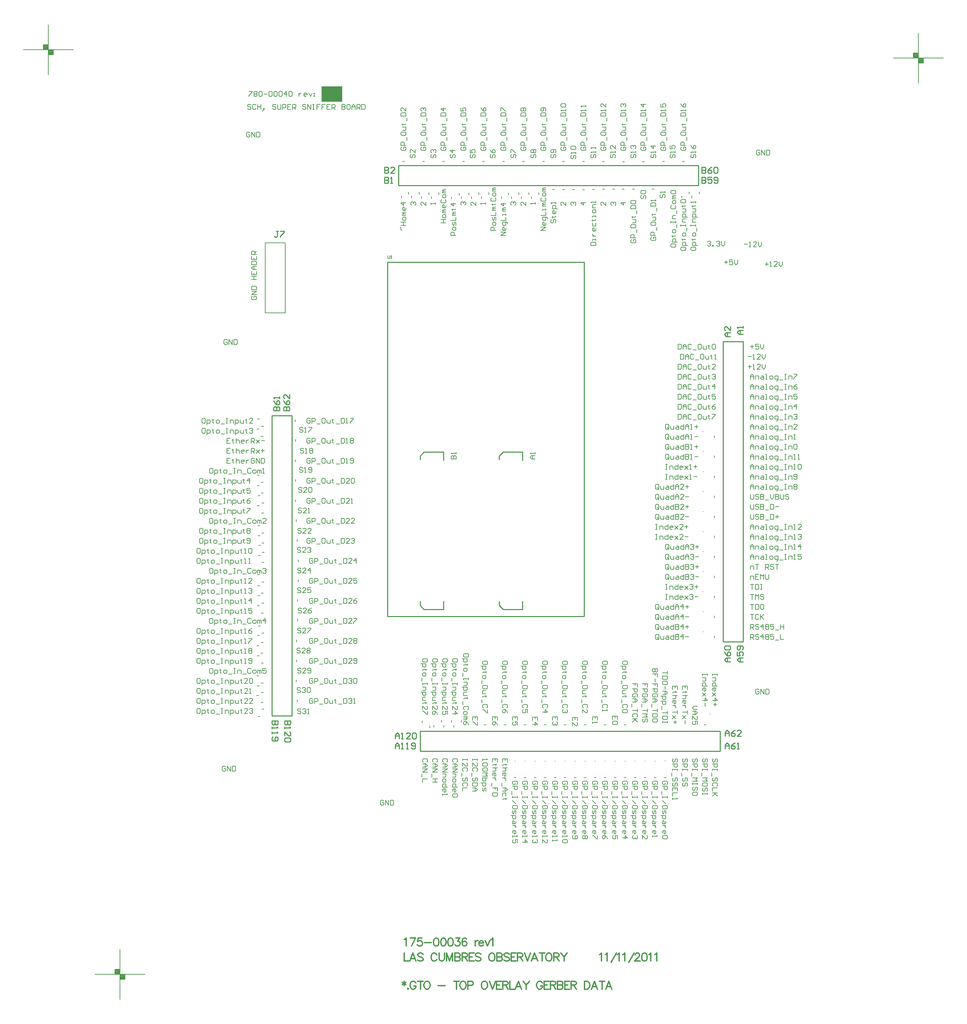
<source format=gto>
%FSLAX23Y23*%
%MOIN*%
G70*
G01*
G75*
G04 Layer_Color=65535*
%ADD10R,0.020X0.024*%
%ADD11R,0.025X0.100*%
%ADD12R,0.057X0.012*%
%ADD13R,0.025X0.185*%
%ADD14R,0.024X0.020*%
%ADD15R,0.050X0.050*%
%ADD16R,0.050X0.050*%
%ADD17C,0.005*%
%ADD18C,0.010*%
%ADD19C,0.012*%
%ADD20C,0.008*%
%ADD21C,0.012*%
%ADD22C,0.012*%
%ADD23C,0.200*%
%ADD24C,0.039*%
%ADD25C,0.059*%
%ADD26R,0.059X0.059*%
%ADD27R,0.059X0.059*%
%ADD28C,0.020*%
%ADD29C,0.080*%
%ADD30C,0.010*%
%ADD31C,0.040*%
%ADD32C,0.160*%
%ADD33C,0.080*%
%ADD34C,0.075*%
G04:AMPARAMS|DCode=35|XSize=108mil|YSize=108mil|CornerRadius=0mil|HoleSize=0mil|Usage=FLASHONLY|Rotation=0.000|XOffset=0mil|YOffset=0mil|HoleType=Round|Shape=Relief|Width=20mil|Gap=8mil|Entries=4|*
%AMTHD35*
7,0,0,0.108,0.092,0.020,45*
%
%ADD35THD35*%
G04:AMPARAMS|DCode=36|XSize=91.433mil|YSize=91.433mil|CornerRadius=0mil|HoleSize=0mil|Usage=FLASHONLY|Rotation=0.000|XOffset=0mil|YOffset=0mil|HoleType=Round|Shape=Relief|Width=20mil|Gap=8mil|Entries=4|*
%AMTHD36*
7,0,0,0.091,0.075,0.020,45*
%
%ADD36THD36*%
%ADD37C,0.092*%
%ADD38C,0.046*%
G04:AMPARAMS|DCode=39|XSize=66mil|YSize=66mil|CornerRadius=0mil|HoleSize=0mil|Usage=FLASHONLY|Rotation=0.000|XOffset=0mil|YOffset=0mil|HoleType=Round|Shape=Relief|Width=20mil|Gap=8mil|Entries=4|*
%AMTHD39*
7,0,0,0.066,0.050,0.020,45*
%
%ADD39THD39*%
%ADD40C,0.050*%
G04:AMPARAMS|DCode=41|XSize=62mil|YSize=62mil|CornerRadius=0mil|HoleSize=0mil|Usage=FLASHONLY|Rotation=0.000|XOffset=0mil|YOffset=0mil|HoleType=Round|Shape=Relief|Width=20mil|Gap=8mil|Entries=4|*
%AMTHD41*
7,0,0,0.062,0.046,0.020,45*
%
%ADD41THD41*%
%ADD42R,0.017X0.100*%
%ADD43R,0.017X0.185*%
%ADD44R,0.089X0.011*%
%ADD45C,0.008*%
%ADD46C,0.010*%
%ADD47C,0.007*%
%ADD48R,0.209X0.156*%
D17*
X29921Y22789D02*
Y22764D01*
X29926Y22759D01*
X29936D01*
X29941Y22764D01*
Y22789D01*
X29951Y22759D02*
X29961D01*
X29956D01*
Y22789D01*
X29951Y22784D01*
D18*
X28760Y18189D02*
Y21189D01*
Y18189D02*
X28960D01*
Y21189D01*
X28760D02*
X28960D01*
X30025Y23690D02*
X33025D01*
X30025Y23490D02*
Y23690D01*
Y23490D02*
X33025D01*
Y23690D01*
X33272Y18929D02*
X33472D01*
X33272D02*
Y21929D01*
X33472D01*
Y18929D02*
Y21929D01*
X33242Y17835D02*
Y18035D01*
X30242Y17835D02*
X33242D01*
X30242D02*
Y18035D01*
X33242D01*
X28824Y23032D02*
X28804D01*
X28814D01*
Y22982D01*
X28804Y22972D01*
X28794D01*
X28784Y22982D01*
X28844Y23032D02*
X28884D01*
Y23022D01*
X28844Y22982D01*
Y22972D01*
X28945Y18139D02*
X28885D01*
Y18109D01*
X28895Y18099D01*
X28905D01*
X28915Y18109D01*
Y18139D01*
Y18109D01*
X28925Y18099D01*
X28935D01*
X28945Y18109D01*
Y18139D01*
X28885Y18079D02*
Y18059D01*
Y18069D01*
X28945D01*
X28935Y18079D01*
X28885Y17989D02*
Y18029D01*
X28925Y17989D01*
X28935D01*
X28945Y17999D01*
Y18019D01*
X28935Y18029D01*
Y17969D02*
X28945Y17959D01*
Y17939D01*
X28935Y17929D01*
X28895D01*
X28885Y17939D01*
Y17959D01*
X28895Y17969D01*
X28935D01*
X28820Y18139D02*
X28760D01*
Y18109D01*
X28770Y18099D01*
X28780D01*
X28790Y18109D01*
Y18139D01*
Y18109D01*
X28800Y18099D01*
X28810D01*
X28820Y18109D01*
Y18139D01*
X28760Y18079D02*
Y18059D01*
Y18069D01*
X28820D01*
X28810Y18079D01*
X28760Y18029D02*
Y18009D01*
Y18019D01*
X28820D01*
X28810Y18029D01*
X28770Y17979D02*
X28760Y17969D01*
Y17949D01*
X28770Y17939D01*
X28810D01*
X28820Y17949D01*
Y17969D01*
X28810Y17979D01*
X28800D01*
X28790Y17969D01*
Y17939D01*
X28875Y21239D02*
X28935D01*
Y21269D01*
X28925Y21279D01*
X28915D01*
X28905Y21269D01*
Y21239D01*
Y21269D01*
X28895Y21279D01*
X28885D01*
X28875Y21269D01*
Y21239D01*
Y21339D02*
X28885Y21319D01*
X28905Y21299D01*
X28925D01*
X28935Y21309D01*
Y21329D01*
X28925Y21339D01*
X28915D01*
X28905Y21329D01*
Y21299D01*
X28935Y21399D02*
Y21359D01*
X28895Y21399D01*
X28885D01*
X28875Y21389D01*
Y21369D01*
X28885Y21359D01*
X28775Y21239D02*
X28835D01*
Y21269D01*
X28825Y21279D01*
X28815D01*
X28805Y21269D01*
Y21239D01*
Y21269D01*
X28795Y21279D01*
X28785D01*
X28775Y21269D01*
Y21239D01*
Y21339D02*
X28785Y21319D01*
X28805Y21299D01*
X28825D01*
X28835Y21309D01*
Y21329D01*
X28825Y21339D01*
X28815D01*
X28805Y21329D01*
Y21299D01*
X28835Y21359D02*
Y21379D01*
Y21369D01*
X28775D01*
X28785Y21359D01*
X29885Y23574D02*
Y23514D01*
X29915D01*
X29925Y23524D01*
Y23534D01*
X29915Y23544D01*
X29885D01*
X29915D01*
X29925Y23554D01*
Y23564D01*
X29915Y23574D01*
X29885D01*
X29945Y23514D02*
X29965D01*
X29955D01*
Y23574D01*
X29945Y23564D01*
X29885Y23674D02*
Y23614D01*
X29915D01*
X29925Y23624D01*
Y23634D01*
X29915Y23644D01*
X29885D01*
X29915D01*
X29925Y23654D01*
Y23664D01*
X29915Y23674D01*
X29885D01*
X29985Y23614D02*
X29945D01*
X29985Y23654D01*
Y23664D01*
X29975Y23674D01*
X29955D01*
X29945Y23664D01*
X33060Y23574D02*
Y23514D01*
X33090D01*
X33100Y23524D01*
Y23534D01*
X33090Y23544D01*
X33060D01*
X33090D01*
X33100Y23554D01*
Y23564D01*
X33090Y23574D01*
X33060D01*
X33160D02*
X33120D01*
Y23544D01*
X33140Y23554D01*
X33150D01*
X33160Y23544D01*
Y23524D01*
X33150Y23514D01*
X33130D01*
X33120Y23524D01*
X33180D02*
X33190Y23514D01*
X33210D01*
X33220Y23524D01*
Y23564D01*
X33210Y23574D01*
X33190D01*
X33180Y23564D01*
Y23554D01*
X33190Y23544D01*
X33220D01*
X33060Y23674D02*
Y23614D01*
X33090D01*
X33100Y23624D01*
Y23634D01*
X33090Y23644D01*
X33060D01*
X33090D01*
X33100Y23654D01*
Y23664D01*
X33090Y23674D01*
X33060D01*
X33160D02*
X33140Y23664D01*
X33120Y23644D01*
Y23624D01*
X33130Y23614D01*
X33150D01*
X33160Y23624D01*
Y23634D01*
X33150Y23644D01*
X33120D01*
X33180Y23664D02*
X33190Y23674D01*
X33210D01*
X33220Y23664D01*
Y23624D01*
X33210Y23614D01*
X33190D01*
X33180Y23624D01*
Y23664D01*
X33472Y18729D02*
X33432D01*
X33412Y18749D01*
X33432Y18769D01*
X33472D01*
X33442D01*
Y18729D01*
X33412Y18829D02*
Y18789D01*
X33442D01*
X33432Y18809D01*
Y18819D01*
X33442Y18829D01*
X33462D01*
X33472Y18819D01*
Y18799D01*
X33462Y18789D01*
Y18849D02*
X33472Y18859D01*
Y18879D01*
X33462Y18889D01*
X33422D01*
X33412Y18879D01*
Y18859D01*
X33422Y18849D01*
X33432D01*
X33442Y18859D01*
Y18889D01*
X33347Y18729D02*
X33307D01*
X33287Y18749D01*
X33307Y18769D01*
X33347D01*
X33317D01*
Y18729D01*
X33287Y18829D02*
X33297Y18809D01*
X33317Y18789D01*
X33337D01*
X33347Y18799D01*
Y18819D01*
X33337Y18829D01*
X33327D01*
X33317Y18819D01*
Y18789D01*
X33297Y18849D02*
X33287Y18859D01*
Y18879D01*
X33297Y18889D01*
X33337D01*
X33347Y18879D01*
Y18859D01*
X33337Y18849D01*
X33297D01*
X33472Y22004D02*
X33432D01*
X33412Y22024D01*
X33432Y22044D01*
X33472D01*
X33442D01*
Y22004D01*
X33472Y22064D02*
Y22084D01*
Y22074D01*
X33412D01*
X33422Y22064D01*
X33347Y21979D02*
X33307D01*
X33287Y21999D01*
X33307Y22019D01*
X33347D01*
X33317D01*
Y21979D01*
X33347Y22079D02*
Y22039D01*
X33307Y22079D01*
X33297D01*
X33287Y22069D01*
Y22049D01*
X33297Y22039D01*
X33292Y17985D02*
Y18025D01*
X33312Y18045D01*
X33332Y18025D01*
Y17985D01*
Y18015D01*
X33292D01*
X33392Y18045D02*
X33372Y18035D01*
X33352Y18015D01*
Y17995D01*
X33362Y17985D01*
X33382D01*
X33392Y17995D01*
Y18005D01*
X33382Y18015D01*
X33352D01*
X33452Y17985D02*
X33412D01*
X33452Y18025D01*
Y18035D01*
X33442Y18045D01*
X33422D01*
X33412Y18035D01*
X33292Y17860D02*
Y17900D01*
X33312Y17920D01*
X33332Y17900D01*
Y17860D01*
Y17890D01*
X33292D01*
X33392Y17920D02*
X33372Y17910D01*
X33352Y17890D01*
Y17870D01*
X33362Y17860D01*
X33382D01*
X33392Y17870D01*
Y17880D01*
X33382Y17890D01*
X33352D01*
X33412Y17860D02*
X33432D01*
X33422D01*
Y17920D01*
X33412Y17910D01*
X29992Y17960D02*
Y18000D01*
X30012Y18020D01*
X30032Y18000D01*
Y17960D01*
Y17990D01*
X29992D01*
X30052Y17960D02*
X30072D01*
X30062D01*
Y18020D01*
X30052Y18010D01*
X30142Y17960D02*
X30102D01*
X30142Y18000D01*
Y18010D01*
X30132Y18020D01*
X30112D01*
X30102Y18010D01*
X30162D02*
X30172Y18020D01*
X30192D01*
X30202Y18010D01*
Y17970D01*
X30192Y17960D01*
X30172D01*
X30162Y17970D01*
Y18010D01*
X29992Y17860D02*
Y17900D01*
X30012Y17920D01*
X30032Y17900D01*
Y17860D01*
Y17890D01*
X29992D01*
X30052Y17860D02*
X30072D01*
X30062D01*
Y17920D01*
X30052Y17910D01*
X30102Y17860D02*
X30122D01*
X30112D01*
Y17920D01*
X30102Y17910D01*
X30152Y17870D02*
X30162Y17860D01*
X30182D01*
X30192Y17870D01*
Y17910D01*
X30182Y17920D01*
X30162D01*
X30152Y17910D01*
Y17900D01*
X30162Y17890D01*
X30192D01*
D19*
X30082Y15537D02*
Y15491D01*
X30063Y15526D02*
X30101Y15503D01*
Y15526D02*
X30063Y15503D01*
X30121Y15465D02*
X30118Y15461D01*
X30121Y15457D01*
X30125Y15461D01*
X30121Y15465D01*
X30200Y15518D02*
X30196Y15526D01*
X30188Y15533D01*
X30181Y15537D01*
X30166D01*
X30158Y15533D01*
X30150Y15526D01*
X30147Y15518D01*
X30143Y15507D01*
Y15488D01*
X30147Y15476D01*
X30150Y15469D01*
X30158Y15461D01*
X30166Y15457D01*
X30181D01*
X30188Y15461D01*
X30196Y15469D01*
X30200Y15476D01*
Y15488D01*
X30181D02*
X30200D01*
X30245Y15537D02*
Y15457D01*
X30218Y15537D02*
X30272D01*
X30304D02*
X30296Y15533D01*
X30289Y15526D01*
X30285Y15518D01*
X30281Y15507D01*
Y15488D01*
X30285Y15476D01*
X30289Y15469D01*
X30296Y15461D01*
X30304Y15457D01*
X30319D01*
X30327Y15461D01*
X30334Y15469D01*
X30338Y15476D01*
X30342Y15488D01*
Y15507D01*
X30338Y15518D01*
X30334Y15526D01*
X30327Y15533D01*
X30319Y15537D01*
X30304D01*
X30423Y15491D02*
X30492D01*
X30605Y15537D02*
Y15457D01*
X30579Y15537D02*
X30632D01*
X30664D02*
X30657Y15533D01*
X30649Y15526D01*
X30645Y15518D01*
X30641Y15507D01*
Y15488D01*
X30645Y15476D01*
X30649Y15469D01*
X30657Y15461D01*
X30664Y15457D01*
X30679D01*
X30687Y15461D01*
X30695Y15469D01*
X30698Y15476D01*
X30702Y15488D01*
Y15507D01*
X30698Y15518D01*
X30695Y15526D01*
X30687Y15533D01*
X30679Y15537D01*
X30664D01*
X30721Y15495D02*
X30755D01*
X30767Y15499D01*
X30770Y15503D01*
X30774Y15511D01*
Y15522D01*
X30770Y15530D01*
X30767Y15533D01*
X30755Y15537D01*
X30721D01*
Y15457D01*
X30878Y15537D02*
X30870Y15533D01*
X30863Y15526D01*
X30859Y15518D01*
X30855Y15507D01*
Y15488D01*
X30859Y15476D01*
X30863Y15469D01*
X30870Y15461D01*
X30878Y15457D01*
X30893D01*
X30901Y15461D01*
X30908Y15469D01*
X30912Y15476D01*
X30916Y15488D01*
Y15507D01*
X30912Y15518D01*
X30908Y15526D01*
X30901Y15533D01*
X30893Y15537D01*
X30878D01*
X30935D02*
X30965Y15457D01*
X30996Y15537D02*
X30965Y15457D01*
X31055Y15537D02*
X31006D01*
Y15457D01*
X31055D01*
X31006Y15499D02*
X31036D01*
X31069Y15537D02*
Y15457D01*
Y15537D02*
X31103D01*
X31114Y15533D01*
X31118Y15530D01*
X31122Y15522D01*
Y15514D01*
X31118Y15507D01*
X31114Y15503D01*
X31103Y15499D01*
X31069D01*
X31095D02*
X31122Y15457D01*
X31140Y15537D02*
Y15457D01*
X31186D01*
X31255D02*
X31225Y15537D01*
X31194Y15457D01*
X31206Y15484D02*
X31244D01*
X31274Y15537D02*
X31304Y15499D01*
Y15457D01*
X31335Y15537D02*
X31304Y15499D01*
X31465Y15518D02*
X31461Y15526D01*
X31454Y15533D01*
X31446Y15537D01*
X31431D01*
X31423Y15533D01*
X31416Y15526D01*
X31412Y15518D01*
X31408Y15507D01*
Y15488D01*
X31412Y15476D01*
X31416Y15469D01*
X31423Y15461D01*
X31431Y15457D01*
X31446D01*
X31454Y15461D01*
X31461Y15469D01*
X31465Y15476D01*
Y15488D01*
X31446D02*
X31465D01*
X31533Y15537D02*
X31483D01*
Y15457D01*
X31533D01*
X31483Y15499D02*
X31514D01*
X31546Y15537D02*
Y15457D01*
Y15537D02*
X31581D01*
X31592Y15533D01*
X31596Y15530D01*
X31600Y15522D01*
Y15514D01*
X31596Y15507D01*
X31592Y15503D01*
X31581Y15499D01*
X31546D01*
X31573D02*
X31600Y15457D01*
X31618Y15537D02*
Y15457D01*
Y15537D02*
X31652D01*
X31663Y15533D01*
X31667Y15530D01*
X31671Y15522D01*
Y15514D01*
X31667Y15507D01*
X31663Y15503D01*
X31652Y15499D01*
X31618D02*
X31652D01*
X31663Y15495D01*
X31667Y15491D01*
X31671Y15484D01*
Y15472D01*
X31667Y15465D01*
X31663Y15461D01*
X31652Y15457D01*
X31618D01*
X31738Y15537D02*
X31689D01*
Y15457D01*
X31738D01*
X31689Y15499D02*
X31719D01*
X31752Y15537D02*
Y15457D01*
Y15537D02*
X31786D01*
X31797Y15533D01*
X31801Y15530D01*
X31805Y15522D01*
Y15514D01*
X31801Y15507D01*
X31797Y15503D01*
X31786Y15499D01*
X31752D01*
X31778D02*
X31805Y15457D01*
X31886Y15537D02*
Y15457D01*
Y15537D02*
X31912D01*
X31924Y15533D01*
X31931Y15526D01*
X31935Y15518D01*
X31939Y15507D01*
Y15488D01*
X31935Y15476D01*
X31931Y15469D01*
X31924Y15461D01*
X31912Y15457D01*
X31886D01*
X32018D02*
X31987Y15537D01*
X31957Y15457D01*
X31968Y15484D02*
X32006D01*
X32063Y15537D02*
Y15457D01*
X32036Y15537D02*
X32090D01*
X32160Y15457D02*
X32130Y15537D01*
X32099Y15457D01*
X32111Y15484D02*
X32149D01*
D20*
X28551Y24292D02*
X28542Y24300D01*
X28526D01*
X28517Y24292D01*
Y24284D01*
X28526Y24275D01*
X28542D01*
X28551Y24267D01*
Y24259D01*
X28542Y24250D01*
X28526D01*
X28517Y24259D01*
X28600Y24292D02*
X28592Y24300D01*
X28576D01*
X28567Y24292D01*
Y24259D01*
X28576Y24250D01*
X28592D01*
X28600Y24259D01*
X28617Y24300D02*
Y24250D01*
Y24275D01*
X28650D01*
Y24300D01*
Y24250D01*
X28675Y24242D02*
X28684Y24250D01*
Y24259D01*
X28675D01*
Y24250D01*
X28684D01*
X28675Y24242D01*
X28667Y24234D01*
X28800Y24292D02*
X28792Y24300D01*
X28775D01*
X28767Y24292D01*
Y24284D01*
X28775Y24275D01*
X28792D01*
X28800Y24267D01*
Y24259D01*
X28792Y24250D01*
X28775D01*
X28767Y24259D01*
X28817Y24300D02*
Y24259D01*
X28825Y24250D01*
X28842D01*
X28850Y24259D01*
Y24300D01*
X28867Y24250D02*
Y24300D01*
X28892D01*
X28900Y24292D01*
Y24275D01*
X28892Y24267D01*
X28867D01*
X28950Y24300D02*
X28917D01*
Y24250D01*
X28950D01*
X28917Y24275D02*
X28934D01*
X28967Y24250D02*
Y24300D01*
X28992D01*
X29000Y24292D01*
Y24275D01*
X28992Y24267D01*
X28967D01*
X28984D02*
X29000Y24250D01*
X29100Y24292D02*
X29092Y24300D01*
X29075D01*
X29067Y24292D01*
Y24284D01*
X29075Y24275D01*
X29092D01*
X29100Y24267D01*
Y24259D01*
X29092Y24250D01*
X29075D01*
X29067Y24259D01*
X29117Y24250D02*
Y24300D01*
X29150Y24250D01*
Y24300D01*
X29167D02*
X29184D01*
X29175D01*
Y24250D01*
X29167D01*
X29184D01*
X29242Y24300D02*
X29209D01*
Y24275D01*
X29225D01*
X29209D01*
Y24250D01*
X29292Y24300D02*
X29259D01*
Y24275D01*
X29275D01*
X29259D01*
Y24250D01*
X29342Y24300D02*
X29309D01*
Y24250D01*
X29342D01*
X29309Y24275D02*
X29325D01*
X29359Y24250D02*
Y24300D01*
X29384D01*
X29392Y24292D01*
Y24275D01*
X29384Y24267D01*
X29359D01*
X29375D02*
X29392Y24250D01*
X29459Y24300D02*
Y24250D01*
X29484D01*
X29492Y24259D01*
Y24267D01*
X29484Y24275D01*
X29459D01*
X29484D01*
X29492Y24284D01*
Y24292D01*
X29484Y24300D01*
X29459D01*
X29534D02*
X29517D01*
X29509Y24292D01*
Y24259D01*
X29517Y24250D01*
X29534D01*
X29542Y24259D01*
Y24292D01*
X29534Y24300D01*
X29559Y24250D02*
Y24284D01*
X29575Y24300D01*
X29592Y24284D01*
Y24250D01*
Y24275D01*
X29559D01*
X29609Y24250D02*
Y24300D01*
X29633D01*
X29642Y24292D01*
Y24275D01*
X29633Y24267D01*
X29609D01*
X29625D02*
X29642Y24250D01*
X29658Y24300D02*
Y24250D01*
X29683D01*
X29692Y24259D01*
Y24292D01*
X29683Y24300D01*
X29658D01*
X28529Y24429D02*
X28563D01*
Y24421D01*
X28529Y24388D01*
Y24379D01*
X28579Y24421D02*
X28588Y24429D01*
X28604D01*
X28612Y24421D01*
Y24413D01*
X28604Y24404D01*
X28612Y24396D01*
Y24388D01*
X28604Y24379D01*
X28588D01*
X28579Y24388D01*
Y24396D01*
X28588Y24404D01*
X28579Y24413D01*
Y24421D01*
X28588Y24404D02*
X28604D01*
X28629Y24421D02*
X28637Y24429D01*
X28654D01*
X28662Y24421D01*
Y24388D01*
X28654Y24379D01*
X28637D01*
X28629Y24388D01*
Y24421D01*
X28679Y24404D02*
X28712D01*
X28729Y24421D02*
X28737Y24429D01*
X28754D01*
X28762Y24421D01*
Y24388D01*
X28754Y24379D01*
X28737D01*
X28729Y24388D01*
Y24421D01*
X28779D02*
X28787Y24429D01*
X28804D01*
X28812Y24421D01*
Y24388D01*
X28804Y24379D01*
X28787D01*
X28779Y24388D01*
Y24421D01*
X28829D02*
X28837Y24429D01*
X28854D01*
X28862Y24421D01*
Y24388D01*
X28854Y24379D01*
X28837D01*
X28829Y24388D01*
Y24421D01*
X28904Y24379D02*
Y24429D01*
X28879Y24404D01*
X28912D01*
X28929Y24421D02*
X28937Y24429D01*
X28954D01*
X28962Y24421D01*
Y24388D01*
X28954Y24379D01*
X28937D01*
X28929Y24388D01*
Y24421D01*
X29029Y24413D02*
Y24379D01*
Y24396D01*
X29037Y24404D01*
X29046Y24413D01*
X29054D01*
X29104Y24379D02*
X29087D01*
X29079Y24388D01*
Y24404D01*
X29087Y24413D01*
X29104D01*
X29112Y24404D01*
Y24396D01*
X29079D01*
X29129Y24413D02*
X29146Y24379D01*
X29162Y24413D01*
X29179D02*
X29187D01*
Y24404D01*
X29179D01*
Y24413D01*
Y24388D02*
X29187D01*
Y24379D01*
X29179D01*
Y24388D01*
X30818Y18146D02*
Y18179D01*
X30768D01*
Y18146D01*
X30793Y18179D02*
Y18162D01*
X30818Y18129D02*
Y18096D01*
X30810D01*
X30777Y18129D01*
X30768D01*
X31017Y18147D02*
Y18180D01*
X30967D01*
Y18147D01*
X30992Y18180D02*
Y18163D01*
X31017Y18097D02*
X31009Y18113D01*
X30992Y18130D01*
X30976D01*
X30967Y18122D01*
Y18105D01*
X30976Y18097D01*
X30984D01*
X30992Y18105D01*
Y18130D01*
X31218Y18146D02*
Y18179D01*
X31168D01*
Y18146D01*
X31193Y18179D02*
Y18162D01*
X31218Y18096D02*
Y18129D01*
X31193D01*
X31202Y18112D01*
Y18104D01*
X31193Y18096D01*
X31177D01*
X31168Y18104D01*
Y18121D01*
X31177Y18129D01*
X31418Y18143D02*
Y18177D01*
X31368D01*
Y18143D01*
X31393Y18177D02*
Y18160D01*
X31368Y18102D02*
X31418D01*
X31393Y18127D01*
Y18093D01*
X31617Y18147D02*
Y18180D01*
X31567D01*
Y18147D01*
X31592Y18180D02*
Y18163D01*
X31609Y18130D02*
X31617Y18122D01*
Y18105D01*
X31609Y18097D01*
X31601D01*
X31592Y18105D01*
Y18113D01*
Y18105D01*
X31584Y18097D01*
X31576D01*
X31567Y18105D01*
Y18122D01*
X31576Y18130D01*
X31817Y18138D02*
Y18171D01*
X31767D01*
Y18138D01*
X31792Y18171D02*
Y18154D01*
X31767Y18088D02*
Y18121D01*
X31801Y18088D01*
X31809D01*
X31817Y18096D01*
Y18113D01*
X31809Y18121D01*
X32017Y18147D02*
Y18180D01*
X31967D01*
Y18147D01*
X31992Y18180D02*
Y18163D01*
X31967Y18130D02*
Y18113D01*
Y18122D01*
X32017D01*
X32009Y18130D01*
X32217Y18152D02*
Y18185D01*
X32167D01*
Y18152D01*
X32192Y18185D02*
Y18168D01*
X32209Y18135D02*
X32217Y18127D01*
Y18110D01*
X32209Y18102D01*
X32176D01*
X32167Y18110D01*
Y18127D01*
X32176Y18135D01*
X32209D01*
X29050Y18252D02*
X29042Y18260D01*
X29025D01*
X29017Y18252D01*
Y18243D01*
X29025Y18235D01*
X29042D01*
X29050Y18227D01*
Y18218D01*
X29042Y18210D01*
X29025D01*
X29017Y18218D01*
X29067Y18252D02*
X29075Y18260D01*
X29092D01*
X29100Y18252D01*
Y18243D01*
X29092Y18235D01*
X29083D01*
X29092D01*
X29100Y18227D01*
Y18218D01*
X29092Y18210D01*
X29075D01*
X29067Y18218D01*
X29117Y18210D02*
X29133D01*
X29125D01*
Y18260D01*
X29117Y18252D01*
X29046Y18462D02*
X29038Y18471D01*
X29021D01*
X29013Y18462D01*
Y18454D01*
X29021Y18446D01*
X29038D01*
X29046Y18437D01*
Y18429D01*
X29038Y18421D01*
X29021D01*
X29013Y18429D01*
X29063Y18462D02*
X29071Y18471D01*
X29088D01*
X29096Y18462D01*
Y18454D01*
X29088Y18446D01*
X29079D01*
X29088D01*
X29096Y18437D01*
Y18429D01*
X29088Y18421D01*
X29071D01*
X29063Y18429D01*
X29113Y18462D02*
X29121Y18471D01*
X29138D01*
X29146Y18462D01*
Y18429D01*
X29138Y18421D01*
X29121D01*
X29113Y18429D01*
Y18462D01*
X29050Y18657D02*
X29042Y18665D01*
X29025D01*
X29017Y18657D01*
Y18648D01*
X29025Y18640D01*
X29042D01*
X29050Y18632D01*
Y18623D01*
X29042Y18615D01*
X29025D01*
X29017Y18623D01*
X29100Y18615D02*
X29067D01*
X29100Y18648D01*
Y18657D01*
X29092Y18665D01*
X29075D01*
X29067Y18657D01*
X29117Y18623D02*
X29125Y18615D01*
X29142D01*
X29150Y18623D01*
Y18657D01*
X29142Y18665D01*
X29125D01*
X29117Y18657D01*
Y18648D01*
X29125Y18640D01*
X29150D01*
X29044Y18858D02*
X29035Y18866D01*
X29019D01*
X29010Y18858D01*
Y18849D01*
X29019Y18841D01*
X29035D01*
X29044Y18833D01*
Y18824D01*
X29035Y18816D01*
X29019D01*
X29010Y18824D01*
X29094Y18816D02*
X29060D01*
X29094Y18849D01*
Y18858D01*
X29085Y18866D01*
X29069D01*
X29060Y18858D01*
X29110D02*
X29119Y18866D01*
X29135D01*
X29144Y18858D01*
Y18849D01*
X29135Y18841D01*
X29144Y18833D01*
Y18824D01*
X29135Y18816D01*
X29119D01*
X29110Y18824D01*
Y18833D01*
X29119Y18841D01*
X29110Y18849D01*
Y18858D01*
X29119Y18841D02*
X29135D01*
X29049Y19057D02*
X29041Y19066D01*
X29024D01*
X29016Y19057D01*
Y19049D01*
X29024Y19041D01*
X29041D01*
X29049Y19032D01*
Y19024D01*
X29041Y19016D01*
X29024D01*
X29016Y19024D01*
X29099Y19016D02*
X29066D01*
X29099Y19049D01*
Y19057D01*
X29091Y19066D01*
X29074D01*
X29066Y19057D01*
X29116Y19066D02*
X29149D01*
Y19057D01*
X29116Y19024D01*
Y19016D01*
X29055Y19257D02*
X29047Y19266D01*
X29030D01*
X29022Y19257D01*
Y19249D01*
X29030Y19241D01*
X29047D01*
X29055Y19232D01*
Y19224D01*
X29047Y19216D01*
X29030D01*
X29022Y19224D01*
X29105Y19216D02*
X29072D01*
X29105Y19249D01*
Y19257D01*
X29096Y19266D01*
X29080D01*
X29072Y19257D01*
X29155Y19266D02*
X29138Y19257D01*
X29121Y19241D01*
Y19224D01*
X29130Y19216D01*
X29146D01*
X29155Y19224D01*
Y19232D01*
X29146Y19241D01*
X29121D01*
X29049Y19460D02*
X29041Y19469D01*
X29024D01*
X29016Y19460D01*
Y19452D01*
X29024Y19444D01*
X29041D01*
X29049Y19435D01*
Y19427D01*
X29041Y19419D01*
X29024D01*
X29016Y19427D01*
X29099Y19419D02*
X29066D01*
X29099Y19452D01*
Y19460D01*
X29091Y19469D01*
X29074D01*
X29066Y19460D01*
X29149Y19469D02*
X29116D01*
Y19444D01*
X29132Y19452D01*
X29141D01*
X29149Y19444D01*
Y19427D01*
X29141Y19419D01*
X29124D01*
X29116Y19427D01*
X29050Y19657D02*
X29042Y19666D01*
X29025D01*
X29017Y19657D01*
Y19649D01*
X29025Y19641D01*
X29042D01*
X29050Y19632D01*
Y19624D01*
X29042Y19616D01*
X29025D01*
X29017Y19624D01*
X29100Y19616D02*
X29067D01*
X29100Y19649D01*
Y19657D01*
X29092Y19666D01*
X29075D01*
X29067Y19657D01*
X29142Y19616D02*
Y19666D01*
X29117Y19641D01*
X29150D01*
X29049Y19862D02*
X29041Y19871D01*
X29024D01*
X29016Y19862D01*
Y19854D01*
X29024Y19846D01*
X29041D01*
X29049Y19837D01*
Y19829D01*
X29041Y19821D01*
X29024D01*
X29016Y19829D01*
X29099Y19821D02*
X29066D01*
X29099Y19854D01*
Y19862D01*
X29091Y19871D01*
X29074D01*
X29066Y19862D01*
X29116D02*
X29124Y19871D01*
X29141D01*
X29149Y19862D01*
Y19854D01*
X29141Y19846D01*
X29132D01*
X29141D01*
X29149Y19837D01*
Y19829D01*
X29141Y19821D01*
X29124D01*
X29116Y19829D01*
X29053Y20056D02*
X29044Y20064D01*
X29028D01*
X29019Y20056D01*
Y20047D01*
X29028Y20039D01*
X29044D01*
X29053Y20031D01*
Y20022D01*
X29044Y20014D01*
X29028D01*
X29019Y20022D01*
X29103Y20014D02*
X29069D01*
X29103Y20047D01*
Y20056D01*
X29094Y20064D01*
X29078D01*
X29069Y20056D01*
X29153Y20014D02*
X29119D01*
X29153Y20047D01*
Y20056D01*
X29144Y20064D01*
X29128D01*
X29119Y20056D01*
X29055Y20258D02*
X29047Y20266D01*
X29030D01*
X29022Y20258D01*
Y20250D01*
X29030Y20241D01*
X29047D01*
X29055Y20233D01*
Y20225D01*
X29047Y20216D01*
X29030D01*
X29022Y20225D01*
X29105Y20216D02*
X29072D01*
X29105Y20250D01*
Y20258D01*
X29097Y20266D01*
X29080D01*
X29072Y20258D01*
X29122Y20216D02*
X29138D01*
X29130D01*
Y20266D01*
X29122Y20258D01*
X29061Y20463D02*
X29052Y20471D01*
X29036D01*
X29027Y20463D01*
Y20455D01*
X29036Y20446D01*
X29052D01*
X29061Y20438D01*
Y20430D01*
X29052Y20421D01*
X29036D01*
X29027Y20430D01*
X29111Y20421D02*
X29077D01*
X29111Y20455D01*
Y20463D01*
X29102Y20471D01*
X29086D01*
X29077Y20463D01*
X29127D02*
X29136Y20471D01*
X29152D01*
X29161Y20463D01*
Y20430D01*
X29152Y20421D01*
X29136D01*
X29127Y20430D01*
Y20463D01*
X29069Y20663D02*
X29060Y20671D01*
X29044D01*
X29035Y20663D01*
Y20654D01*
X29044Y20646D01*
X29060D01*
X29069Y20638D01*
Y20629D01*
X29060Y20621D01*
X29044D01*
X29035Y20629D01*
X29085Y20621D02*
X29102D01*
X29094D01*
Y20671D01*
X29085Y20663D01*
X29127Y20629D02*
X29135Y20621D01*
X29152D01*
X29160Y20629D01*
Y20663D01*
X29152Y20671D01*
X29135D01*
X29127Y20663D01*
Y20654D01*
X29135Y20646D01*
X29160D01*
X29077Y20856D02*
X29069Y20864D01*
X29052D01*
X29044Y20856D01*
Y20847D01*
X29052Y20839D01*
X29069D01*
X29077Y20831D01*
Y20822D01*
X29069Y20814D01*
X29052D01*
X29044Y20822D01*
X29094Y20814D02*
X29111D01*
X29102D01*
Y20864D01*
X29094Y20856D01*
X29136D02*
X29144Y20864D01*
X29161D01*
X29169Y20856D01*
Y20847D01*
X29161Y20839D01*
X29169Y20831D01*
Y20822D01*
X29161Y20814D01*
X29144D01*
X29136Y20822D01*
Y20831D01*
X29144Y20839D01*
X29136Y20847D01*
Y20856D01*
X29144Y20839D02*
X29161D01*
X29070Y21064D02*
X29062Y21072D01*
X29045D01*
X29037Y21064D01*
Y21055D01*
X29045Y21047D01*
X29062D01*
X29070Y21039D01*
Y21030D01*
X29062Y21022D01*
X29045D01*
X29037Y21030D01*
X29087Y21022D02*
X29103D01*
X29095D01*
Y21072D01*
X29087Y21064D01*
X29128Y21072D02*
X29161D01*
Y21064D01*
X29128Y21030D01*
Y21022D01*
X32651Y23399D02*
X32642Y23391D01*
Y23374D01*
X32651Y23366D01*
X32659D01*
X32667Y23374D01*
Y23391D01*
X32676Y23399D01*
X32684D01*
X32692Y23391D01*
Y23374D01*
X32684Y23366D01*
X32692Y23416D02*
Y23433D01*
Y23424D01*
X32642D01*
X32651Y23416D01*
X32459Y23390D02*
X32450Y23381D01*
Y23365D01*
X32459Y23356D01*
X32467D01*
X32475Y23365D01*
Y23381D01*
X32484Y23390D01*
X32492D01*
X32500Y23381D01*
Y23365D01*
X32492Y23356D01*
X32459Y23406D02*
X32450Y23415D01*
Y23431D01*
X32459Y23440D01*
X32492D01*
X32500Y23431D01*
Y23415D01*
X32492Y23406D01*
X32459D01*
X32100Y23323D02*
Y23290D01*
X32067Y23323D01*
X32059D01*
X32050Y23315D01*
Y23298D01*
X32059Y23290D01*
X32159D02*
X32150Y23298D01*
Y23315D01*
X32159Y23323D01*
X32167D01*
X32175Y23315D01*
Y23307D01*
Y23315D01*
X32184Y23323D01*
X32192D01*
X32200Y23315D01*
Y23298D01*
X32192Y23290D01*
X32300Y23316D02*
X32250D01*
X32275Y23291D01*
Y23324D01*
X31900Y23316D02*
X31850D01*
X31875Y23291D01*
Y23324D01*
X31759Y23290D02*
X31750Y23298D01*
Y23315D01*
X31759Y23323D01*
X31767D01*
X31775Y23315D01*
Y23307D01*
Y23315D01*
X31784Y23323D01*
X31792D01*
X31800Y23315D01*
Y23298D01*
X31792Y23290D01*
X31700Y23323D02*
Y23290D01*
X31667Y23323D01*
X31659D01*
X31650Y23315D01*
Y23298D01*
X31659Y23290D01*
X31158Y23291D02*
X31150Y23300D01*
Y23316D01*
X31158Y23325D01*
X31166D01*
X31175Y23316D01*
Y23308D01*
Y23316D01*
X31183Y23325D01*
X31191D01*
X31200Y23316D01*
Y23300D01*
X31191Y23291D01*
X31300Y23323D02*
Y23290D01*
X31267Y23323D01*
X31259D01*
X31250Y23315D01*
Y23298D01*
X31259Y23290D01*
X31398Y23301D02*
Y23318D01*
Y23310D01*
X31348D01*
X31357Y23301D01*
X30658Y23291D02*
X30650Y23300D01*
Y23316D01*
X30658Y23325D01*
X30666D01*
X30675Y23316D01*
Y23308D01*
Y23316D01*
X30683Y23325D01*
X30691D01*
X30700Y23316D01*
Y23300D01*
X30691Y23291D01*
X30800Y23323D02*
Y23290D01*
X30767Y23323D01*
X30759D01*
X30750Y23315D01*
Y23298D01*
X30759Y23290D01*
X30898Y23301D02*
Y23318D01*
Y23310D01*
X30848D01*
X30857Y23301D01*
X30398D02*
Y23318D01*
Y23310D01*
X30348D01*
X30357Y23301D01*
X30300Y23323D02*
Y23290D01*
X30267Y23323D01*
X30259D01*
X30250Y23315D01*
Y23298D01*
X30259Y23290D01*
X30158Y23291D02*
X30150Y23300D01*
Y23316D01*
X30158Y23325D01*
X30166D01*
X30175Y23316D01*
Y23308D01*
Y23316D01*
X30183Y23325D01*
X30191D01*
X30200Y23316D01*
Y23300D01*
X30191Y23291D01*
X32959Y23798D02*
X32950Y23790D01*
Y23773D01*
X32959Y23765D01*
X32967D01*
X32975Y23773D01*
Y23790D01*
X32984Y23798D01*
X32992D01*
X33000Y23790D01*
Y23773D01*
X32992Y23765D01*
X33000Y23815D02*
Y23832D01*
Y23823D01*
X32950D01*
X32959Y23815D01*
X32950Y23890D02*
X32959Y23873D01*
X32975Y23857D01*
X32992D01*
X33000Y23865D01*
Y23882D01*
X32992Y23890D01*
X32984D01*
X32975Y23882D01*
Y23857D01*
X32751Y23798D02*
X32742Y23790D01*
Y23773D01*
X32751Y23765D01*
X32759D01*
X32767Y23773D01*
Y23790D01*
X32776Y23798D01*
X32784D01*
X32792Y23790D01*
Y23773D01*
X32784Y23765D01*
X32792Y23815D02*
Y23832D01*
Y23823D01*
X32742D01*
X32751Y23815D01*
X32742Y23890D02*
Y23857D01*
X32767D01*
X32759Y23873D01*
Y23882D01*
X32767Y23890D01*
X32784D01*
X32792Y23882D01*
Y23865D01*
X32784Y23857D01*
X32559Y23798D02*
X32550Y23790D01*
Y23773D01*
X32559Y23765D01*
X32567D01*
X32575Y23773D01*
Y23790D01*
X32584Y23798D01*
X32592D01*
X32600Y23790D01*
Y23773D01*
X32592Y23765D01*
X32600Y23815D02*
Y23832D01*
Y23823D01*
X32550D01*
X32559Y23815D01*
X32600Y23882D02*
X32550D01*
X32575Y23857D01*
Y23890D01*
X32359Y23798D02*
X32350Y23790D01*
Y23773D01*
X32359Y23765D01*
X32367D01*
X32375Y23773D01*
Y23790D01*
X32384Y23798D01*
X32392D01*
X32400Y23790D01*
Y23773D01*
X32392Y23765D01*
X32400Y23815D02*
Y23832D01*
Y23823D01*
X32350D01*
X32359Y23815D01*
Y23857D02*
X32350Y23865D01*
Y23882D01*
X32359Y23890D01*
X32367D01*
X32375Y23882D01*
Y23873D01*
Y23882D01*
X32384Y23890D01*
X32392D01*
X32400Y23882D01*
Y23865D01*
X32392Y23857D01*
X32153Y23798D02*
X32145Y23790D01*
Y23773D01*
X32153Y23765D01*
X32162D01*
X32170Y23773D01*
Y23790D01*
X32178Y23798D01*
X32187D01*
X32195Y23790D01*
Y23773D01*
X32187Y23765D01*
X32195Y23815D02*
Y23832D01*
Y23823D01*
X32145D01*
X32153Y23815D01*
X32195Y23890D02*
Y23857D01*
X32162Y23890D01*
X32153D01*
X32145Y23882D01*
Y23865D01*
X32153Y23857D01*
X31959Y23798D02*
X31950Y23790D01*
Y23773D01*
X31959Y23765D01*
X31967D01*
X31975Y23773D01*
Y23790D01*
X31984Y23798D01*
X31992D01*
X32000Y23790D01*
Y23773D01*
X31992Y23765D01*
X32000Y23815D02*
Y23832D01*
Y23823D01*
X31950D01*
X31959Y23815D01*
X32000Y23857D02*
Y23873D01*
Y23865D01*
X31950D01*
X31959Y23857D01*
X31759Y23790D02*
X31750Y23782D01*
Y23765D01*
X31759Y23757D01*
X31767D01*
X31775Y23765D01*
Y23782D01*
X31784Y23790D01*
X31792D01*
X31800Y23782D01*
Y23765D01*
X31792Y23757D01*
X31800Y23807D02*
Y23824D01*
Y23815D01*
X31750D01*
X31759Y23807D01*
Y23849D02*
X31750Y23857D01*
Y23874D01*
X31759Y23882D01*
X31792D01*
X31800Y23874D01*
Y23857D01*
X31792Y23849D01*
X31759D01*
X31559Y23798D02*
X31550Y23790D01*
Y23773D01*
X31559Y23765D01*
X31567D01*
X31575Y23773D01*
Y23790D01*
X31584Y23798D01*
X31592D01*
X31600Y23790D01*
Y23773D01*
X31592Y23765D01*
Y23815D02*
X31600Y23823D01*
Y23840D01*
X31592Y23848D01*
X31559D01*
X31550Y23840D01*
Y23823D01*
X31559Y23815D01*
X31567D01*
X31575Y23823D01*
Y23848D01*
X31359Y23798D02*
X31350Y23790D01*
Y23773D01*
X31359Y23765D01*
X31367D01*
X31375Y23773D01*
Y23790D01*
X31384Y23798D01*
X31392D01*
X31400Y23790D01*
Y23773D01*
X31392Y23765D01*
X31359Y23815D02*
X31350Y23823D01*
Y23840D01*
X31359Y23848D01*
X31367D01*
X31375Y23840D01*
X31384Y23848D01*
X31392D01*
X31400Y23840D01*
Y23823D01*
X31392Y23815D01*
X31384D01*
X31375Y23823D01*
X31367Y23815D01*
X31359D01*
X31375Y23823D02*
Y23840D01*
X31159Y23798D02*
X31150Y23790D01*
Y23773D01*
X31159Y23765D01*
X31167D01*
X31175Y23773D01*
Y23790D01*
X31184Y23798D01*
X31192D01*
X31200Y23790D01*
Y23773D01*
X31192Y23765D01*
X31150Y23815D02*
Y23848D01*
X31159D01*
X31192Y23815D01*
X31200D01*
X30951Y23798D02*
X30942Y23790D01*
Y23773D01*
X30951Y23765D01*
X30959D01*
X30967Y23773D01*
Y23790D01*
X30976Y23798D01*
X30984D01*
X30992Y23790D01*
Y23773D01*
X30984Y23765D01*
X30942Y23848D02*
X30951Y23832D01*
X30967Y23815D01*
X30984D01*
X30992Y23823D01*
Y23840D01*
X30984Y23848D01*
X30976D01*
X30967Y23840D01*
Y23815D01*
X30750Y23798D02*
X30742Y23790D01*
Y23773D01*
X30750Y23765D01*
X30758D01*
X30767Y23773D01*
Y23790D01*
X30775Y23798D01*
X30783D01*
X30792Y23790D01*
Y23773D01*
X30783Y23765D01*
X30742Y23848D02*
Y23815D01*
X30767D01*
X30758Y23832D01*
Y23840D01*
X30767Y23848D01*
X30783D01*
X30792Y23840D01*
Y23823D01*
X30783Y23815D01*
X30551Y23798D02*
X30542Y23790D01*
Y23773D01*
X30551Y23765D01*
X30559D01*
X30567Y23773D01*
Y23790D01*
X30576Y23798D01*
X30584D01*
X30592Y23790D01*
Y23773D01*
X30584Y23765D01*
X30592Y23840D02*
X30542D01*
X30567Y23815D01*
Y23848D01*
X30360Y23798D02*
X30351Y23790D01*
Y23773D01*
X30360Y23765D01*
X30368D01*
X30376Y23773D01*
Y23790D01*
X30385Y23798D01*
X30393D01*
X30401Y23790D01*
Y23773D01*
X30393Y23765D01*
X30360Y23815D02*
X30351Y23823D01*
Y23840D01*
X30360Y23848D01*
X30368D01*
X30376Y23840D01*
Y23832D01*
Y23840D01*
X30385Y23848D01*
X30393D01*
X30401Y23840D01*
Y23823D01*
X30393Y23815D01*
X30150Y23798D02*
X30142Y23790D01*
Y23773D01*
X30150Y23765D01*
X30158D01*
X30167Y23773D01*
Y23790D01*
X30175Y23798D01*
X30183D01*
X30192Y23790D01*
Y23773D01*
X30183Y23765D01*
X30192Y23848D02*
Y23815D01*
X30158Y23848D01*
X30150D01*
X30142Y23840D01*
Y23823D01*
X30150Y23815D01*
X28315Y21941D02*
X28306Y21949D01*
X28290D01*
X28281Y21941D01*
Y21908D01*
X28290Y21899D01*
X28306D01*
X28315Y21908D01*
Y21924D01*
X28298D01*
X28331Y21899D02*
Y21949D01*
X28364Y21899D01*
Y21949D01*
X28381D02*
Y21899D01*
X28406D01*
X28414Y21908D01*
Y21941D01*
X28406Y21949D01*
X28381D01*
X28540Y24014D02*
X28531Y24022D01*
X28515D01*
X28506Y24014D01*
Y23981D01*
X28515Y23972D01*
X28531D01*
X28540Y23981D01*
Y23997D01*
X28523D01*
X28556Y23972D02*
Y24022D01*
X28589Y23972D01*
Y24022D01*
X28606D02*
Y23972D01*
X28631D01*
X28639Y23981D01*
Y24014D01*
X28631Y24022D01*
X28606D01*
X33641Y23835D02*
X33632Y23843D01*
X33616D01*
X33607Y23835D01*
Y23802D01*
X33616Y23793D01*
X33632D01*
X33641Y23802D01*
Y23818D01*
X33624D01*
X33657Y23793D02*
Y23843D01*
X33690Y23793D01*
Y23843D01*
X33707D02*
Y23793D01*
X33732D01*
X33740Y23802D01*
Y23835D01*
X33732Y23843D01*
X33707D01*
X33633Y18449D02*
X33624Y18457D01*
X33608D01*
X33599Y18449D01*
Y18416D01*
X33608Y18407D01*
X33624D01*
X33633Y18416D01*
Y18432D01*
X33616D01*
X33649Y18407D02*
Y18457D01*
X33682Y18407D01*
Y18457D01*
X33699D02*
Y18407D01*
X33724D01*
X33732Y18416D01*
Y18449D01*
X33724Y18457D01*
X33699D01*
X28298Y17679D02*
X28289Y17687D01*
X28273D01*
X28264Y17679D01*
Y17646D01*
X28273Y17637D01*
X28289D01*
X28298Y17646D01*
Y17662D01*
X28281D01*
X28314Y17637D02*
Y17687D01*
X28347Y17637D01*
Y17687D01*
X28364D02*
Y17637D01*
X28389D01*
X28397Y17646D01*
Y17679D01*
X28389Y17687D01*
X28364D01*
X29879Y17338D02*
X29870Y17346D01*
X29854D01*
X29845Y17338D01*
Y17305D01*
X29854Y17296D01*
X29870D01*
X29879Y17305D01*
Y17321D01*
X29862D01*
X29895Y17296D02*
Y17346D01*
X29928Y17296D01*
Y17346D01*
X29945D02*
Y17296D01*
X29970D01*
X29978Y17305D01*
Y17338D01*
X29970Y17346D01*
X29945D01*
X28564Y22382D02*
X28555Y22373D01*
Y22357D01*
X28564Y22348D01*
X28597D01*
X28605Y22357D01*
Y22373D01*
X28597Y22382D01*
X28580D01*
Y22365D01*
X28605Y22398D02*
X28555D01*
X28605Y22431D01*
X28555D01*
Y22448D02*
X28605D01*
Y22473D01*
X28597Y22481D01*
X28564D01*
X28555Y22473D01*
Y22448D01*
Y22548D02*
X28605D01*
X28580D01*
Y22581D01*
X28555D01*
X28605D01*
X28555Y22631D02*
Y22598D01*
X28605D01*
Y22631D01*
X28580Y22598D02*
Y22615D01*
X28605Y22648D02*
X28572D01*
X28555Y22665D01*
X28572Y22681D01*
X28605D01*
X28580D01*
Y22648D01*
X28555Y22698D02*
X28605D01*
Y22723D01*
X28597Y22731D01*
X28564D01*
X28555Y22723D01*
Y22698D01*
Y22781D02*
Y22748D01*
X28605D01*
Y22781D01*
X28580Y22748D02*
Y22765D01*
X28605Y22798D02*
X28555D01*
Y22823D01*
X28564Y22831D01*
X28580D01*
X28589Y22823D01*
Y22798D01*
Y22815D02*
X28605Y22831D01*
X33116Y22924D02*
X33125Y22932D01*
X33141D01*
X33150Y22924D01*
Y22916D01*
X33141Y22907D01*
X33133D01*
X33141D01*
X33150Y22899D01*
Y22891D01*
X33141Y22882D01*
X33125D01*
X33116Y22891D01*
X33166Y22882D02*
Y22891D01*
X33175D01*
Y22882D01*
X33166D01*
X33208Y22924D02*
X33216Y22932D01*
X33233D01*
X33241Y22924D01*
Y22916D01*
X33233Y22907D01*
X33224D01*
X33233D01*
X33241Y22899D01*
Y22891D01*
X33233Y22882D01*
X33216D01*
X33208Y22891D01*
X33258Y22932D02*
Y22899D01*
X33274Y22882D01*
X33291Y22899D01*
Y22932D01*
X33287Y22721D02*
X33321D01*
X33304Y22738D02*
Y22705D01*
X33370Y22746D02*
X33337D01*
Y22721D01*
X33354Y22730D01*
X33362D01*
X33370Y22721D01*
Y22705D01*
X33362Y22696D01*
X33346D01*
X33337Y22705D01*
X33387Y22746D02*
Y22713D01*
X33404Y22696D01*
X33420Y22713D01*
Y22746D01*
X33483Y22902D02*
X33517D01*
X33533Y22877D02*
X33550D01*
X33542D01*
Y22927D01*
X33533Y22919D01*
X33608Y22877D02*
X33575D01*
X33608Y22911D01*
Y22919D01*
X33600Y22927D01*
X33583D01*
X33575Y22919D01*
X33625Y22927D02*
Y22894D01*
X33641Y22877D01*
X33658Y22894D01*
Y22927D01*
X33692Y22704D02*
X33726D01*
X33709Y22721D02*
Y22688D01*
X33742Y22679D02*
X33759D01*
X33751D01*
Y22729D01*
X33742Y22721D01*
X33817Y22679D02*
X33784D01*
X33817Y22713D01*
Y22721D01*
X33809Y22729D01*
X33792D01*
X33784Y22721D01*
X33834Y22729D02*
Y22696D01*
X33850Y22679D01*
X33867Y22696D01*
Y22729D01*
X30309Y17727D02*
X30317Y17735D01*
Y17752D01*
X30309Y17760D01*
X30276D01*
X30267Y17752D01*
Y17735D01*
X30276Y17727D01*
X30267Y17710D02*
X30301D01*
X30317Y17693D01*
X30301Y17677D01*
X30267D01*
X30292D01*
Y17710D01*
X30267Y17660D02*
X30317D01*
X30267Y17627D01*
X30317D01*
X30259Y17610D02*
Y17577D01*
X30317Y17560D02*
X30267D01*
Y17527D01*
X30409Y17727D02*
X30417Y17735D01*
Y17752D01*
X30409Y17760D01*
X30376D01*
X30367Y17752D01*
Y17735D01*
X30376Y17727D01*
X30367Y17710D02*
X30401D01*
X30417Y17693D01*
X30401Y17677D01*
X30367D01*
X30392D01*
Y17710D01*
X30367Y17660D02*
X30417D01*
X30367Y17627D01*
X30417D01*
X30359Y17610D02*
Y17577D01*
X30417Y17560D02*
X30367D01*
X30392D01*
Y17527D01*
X30417D01*
X30367D01*
X30509Y17727D02*
X30517Y17735D01*
Y17752D01*
X30509Y17760D01*
X30476D01*
X30467Y17752D01*
Y17735D01*
X30476Y17727D01*
X30467Y17710D02*
X30501D01*
X30517Y17693D01*
X30501Y17677D01*
X30467D01*
X30492D01*
Y17710D01*
X30467Y17660D02*
X30517D01*
X30467Y17627D01*
X30517D01*
X30467Y17610D02*
X30501D01*
Y17585D01*
X30492Y17577D01*
X30467D01*
Y17552D02*
Y17535D01*
X30476Y17527D01*
X30492D01*
X30501Y17535D01*
Y17552D01*
X30492Y17560D01*
X30476D01*
X30467Y17552D01*
X30517Y17477D02*
X30467D01*
Y17502D01*
X30476Y17510D01*
X30492D01*
X30501Y17502D01*
Y17477D01*
X30467Y17435D02*
Y17452D01*
X30476Y17460D01*
X30492D01*
X30501Y17452D01*
Y17435D01*
X30492Y17427D01*
X30484D01*
Y17460D01*
X30467Y17410D02*
Y17393D01*
Y17402D01*
X30517D01*
X30509Y17410D01*
X30609Y17727D02*
X30617Y17735D01*
Y17752D01*
X30609Y17760D01*
X30576D01*
X30567Y17752D01*
Y17735D01*
X30576Y17727D01*
X30567Y17710D02*
X30601D01*
X30617Y17693D01*
X30601Y17677D01*
X30567D01*
X30592D01*
Y17710D01*
X30567Y17660D02*
X30617D01*
X30567Y17627D01*
X30617D01*
X30567Y17610D02*
X30601D01*
Y17585D01*
X30592Y17577D01*
X30567D01*
Y17552D02*
Y17535D01*
X30576Y17527D01*
X30592D01*
X30601Y17535D01*
Y17552D01*
X30592Y17560D01*
X30576D01*
X30567Y17552D01*
X30617Y17477D02*
X30567D01*
Y17502D01*
X30576Y17510D01*
X30592D01*
X30601Y17502D01*
Y17477D01*
X30567Y17435D02*
Y17452D01*
X30576Y17460D01*
X30592D01*
X30601Y17452D01*
Y17435D01*
X30592Y17427D01*
X30584D01*
Y17460D01*
X30609Y17410D02*
X30617Y17402D01*
Y17385D01*
X30609Y17377D01*
X30576D01*
X30567Y17385D01*
Y17402D01*
X30576Y17410D01*
X30609D01*
X30717Y17760D02*
Y17743D01*
Y17752D01*
X30667D01*
Y17760D01*
Y17743D01*
Y17685D02*
Y17718D01*
X30701Y17685D01*
X30709D01*
X30717Y17693D01*
Y17710D01*
X30709Y17718D01*
Y17635D02*
X30717Y17643D01*
Y17660D01*
X30709Y17668D01*
X30676D01*
X30667Y17660D01*
Y17643D01*
X30676Y17635D01*
X30659Y17618D02*
Y17585D01*
X30709Y17535D02*
X30717Y17543D01*
Y17560D01*
X30709Y17568D01*
X30701D01*
X30692Y17560D01*
Y17543D01*
X30684Y17535D01*
X30676D01*
X30667Y17543D01*
Y17560D01*
X30676Y17568D01*
X30709Y17485D02*
X30717Y17493D01*
Y17510D01*
X30709Y17518D01*
X30676D01*
X30667Y17510D01*
Y17493D01*
X30676Y17485D01*
X30717Y17468D02*
X30667D01*
Y17435D01*
X30817Y17760D02*
Y17743D01*
Y17752D01*
X30767D01*
Y17760D01*
Y17743D01*
Y17685D02*
Y17718D01*
X30801Y17685D01*
X30809D01*
X30817Y17693D01*
Y17710D01*
X30809Y17718D01*
Y17635D02*
X30817Y17643D01*
Y17660D01*
X30809Y17668D01*
X30776D01*
X30767Y17660D01*
Y17643D01*
X30776Y17635D01*
X30759Y17618D02*
Y17585D01*
X30809Y17535D02*
X30817Y17543D01*
Y17560D01*
X30809Y17568D01*
X30801D01*
X30792Y17560D01*
Y17543D01*
X30784Y17535D01*
X30776D01*
X30767Y17543D01*
Y17560D01*
X30776Y17568D01*
X30817Y17518D02*
X30767D01*
Y17493D01*
X30776Y17485D01*
X30809D01*
X30817Y17493D01*
Y17518D01*
X30767Y17468D02*
X30801D01*
X30817Y17452D01*
X30801Y17435D01*
X30767D01*
X30792D01*
Y17468D01*
X30867Y17760D02*
Y17743D01*
Y17752D01*
X30917D01*
X30909Y17760D01*
Y17718D02*
X30917Y17710D01*
Y17693D01*
X30909Y17685D01*
X30876D01*
X30867Y17693D01*
Y17710D01*
X30876Y17718D01*
X30909D01*
Y17668D02*
X30917Y17660D01*
Y17643D01*
X30909Y17635D01*
X30876D01*
X30867Y17643D01*
Y17660D01*
X30876Y17668D01*
X30909D01*
X30867Y17618D02*
X30917D01*
X30901Y17602D01*
X30917Y17585D01*
X30867D01*
X30917Y17568D02*
X30867D01*
Y17543D01*
X30876Y17535D01*
X30884D01*
X30892D01*
X30901Y17543D01*
Y17568D01*
X30851Y17518D02*
X30901D01*
Y17493D01*
X30892Y17485D01*
X30876D01*
X30867Y17493D01*
Y17518D01*
Y17468D02*
Y17443D01*
X30876Y17435D01*
X30884Y17443D01*
Y17460D01*
X30892Y17468D01*
X30901Y17460D01*
Y17435D01*
X31017Y17727D02*
Y17760D01*
X30967D01*
Y17727D01*
X30992Y17760D02*
Y17743D01*
X31009Y17702D02*
X31001D01*
Y17710D01*
Y17693D01*
Y17702D01*
X30976D01*
X30967Y17693D01*
X31017Y17668D02*
X30967D01*
X30992D01*
X31001Y17660D01*
Y17643D01*
X30992Y17635D01*
X30967D01*
Y17593D02*
Y17610D01*
X30976Y17618D01*
X30992D01*
X31001Y17610D01*
Y17593D01*
X30992Y17585D01*
X30984D01*
Y17618D01*
X31001Y17568D02*
X30967D01*
X30984D01*
X30992Y17560D01*
X31001Y17552D01*
Y17543D01*
X30959Y17518D02*
Y17485D01*
X31017Y17435D02*
Y17468D01*
X30992D01*
Y17452D01*
Y17468D01*
X30967D01*
X31017Y17418D02*
X30967D01*
Y17393D01*
X30976Y17385D01*
X31009D01*
X31017Y17393D01*
Y17418D01*
X31117Y17727D02*
Y17760D01*
X31067D01*
Y17727D01*
X31092Y17760D02*
Y17743D01*
X31109Y17702D02*
X31101D01*
Y17710D01*
Y17693D01*
Y17702D01*
X31076D01*
X31067Y17693D01*
X31117Y17668D02*
X31067D01*
X31092D01*
X31101Y17660D01*
Y17643D01*
X31092Y17635D01*
X31067D01*
Y17593D02*
Y17610D01*
X31076Y17618D01*
X31092D01*
X31101Y17610D01*
Y17593D01*
X31092Y17585D01*
X31084D01*
Y17618D01*
X31101Y17568D02*
X31067D01*
X31084D01*
X31092Y17560D01*
X31101Y17552D01*
Y17543D01*
X31059Y17518D02*
Y17485D01*
X31067Y17468D02*
X31101D01*
X31117Y17452D01*
X31101Y17435D01*
X31067D01*
X31092D01*
Y17468D01*
X31101Y17385D02*
Y17410D01*
X31092Y17418D01*
X31076D01*
X31067Y17410D01*
Y17385D01*
X31109Y17360D02*
X31101D01*
Y17368D01*
Y17352D01*
Y17360D01*
X31076D01*
X31067Y17352D01*
X31209Y17502D02*
X31217Y17510D01*
Y17527D01*
X31209Y17535D01*
X31176D01*
X31167Y17527D01*
Y17510D01*
X31176Y17502D01*
X31192D01*
Y17518D01*
X31167Y17485D02*
X31217D01*
Y17460D01*
X31209Y17452D01*
X31192D01*
X31184Y17460D01*
Y17485D01*
X31159Y17435D02*
Y17402D01*
X31217Y17385D02*
Y17368D01*
Y17377D01*
X31167D01*
Y17385D01*
Y17368D01*
Y17343D02*
X31201Y17310D01*
X31217Y17268D02*
Y17285D01*
X31209Y17293D01*
X31176D01*
X31167Y17285D01*
Y17268D01*
X31176Y17260D01*
X31209D01*
X31217Y17268D01*
X31167Y17243D02*
Y17218D01*
X31176Y17210D01*
X31184Y17218D01*
Y17235D01*
X31192Y17243D01*
X31201Y17235D01*
Y17210D01*
X31151Y17193D02*
X31201D01*
Y17168D01*
X31192Y17160D01*
X31176D01*
X31167Y17168D01*
Y17193D01*
X31201Y17135D02*
Y17118D01*
X31192Y17110D01*
X31167D01*
Y17135D01*
X31176Y17143D01*
X31184Y17135D01*
Y17110D01*
X31201Y17093D02*
X31167D01*
X31184D01*
X31192Y17085D01*
X31201Y17077D01*
Y17068D01*
X31167Y17019D02*
Y17035D01*
X31176Y17043D01*
X31192D01*
X31201Y17035D01*
Y17019D01*
X31192Y17010D01*
X31184D01*
Y17043D01*
X31167Y16994D02*
Y16977D01*
Y16985D01*
X31217D01*
X31209Y16994D01*
X31217Y16919D02*
Y16952D01*
X31192D01*
X31201Y16935D01*
Y16927D01*
X31192Y16919D01*
X31176D01*
X31167Y16927D01*
Y16944D01*
X31176Y16952D01*
X31309Y17502D02*
X31317Y17510D01*
Y17527D01*
X31309Y17535D01*
X31276D01*
X31267Y17527D01*
Y17510D01*
X31276Y17502D01*
X31292D01*
Y17518D01*
X31267Y17485D02*
X31317D01*
Y17460D01*
X31309Y17452D01*
X31292D01*
X31284Y17460D01*
Y17485D01*
X31259Y17435D02*
Y17402D01*
X31317Y17385D02*
Y17368D01*
Y17377D01*
X31267D01*
Y17385D01*
Y17368D01*
Y17343D02*
X31301Y17310D01*
X31317Y17268D02*
Y17285D01*
X31309Y17293D01*
X31276D01*
X31267Y17285D01*
Y17268D01*
X31276Y17260D01*
X31309D01*
X31317Y17268D01*
X31267Y17243D02*
Y17218D01*
X31276Y17210D01*
X31284Y17218D01*
Y17235D01*
X31292Y17243D01*
X31301Y17235D01*
Y17210D01*
X31251Y17193D02*
X31301D01*
Y17168D01*
X31292Y17160D01*
X31276D01*
X31267Y17168D01*
Y17193D01*
X31301Y17135D02*
Y17118D01*
X31292Y17110D01*
X31267D01*
Y17135D01*
X31276Y17143D01*
X31284Y17135D01*
Y17110D01*
X31301Y17093D02*
X31267D01*
X31284D01*
X31292Y17085D01*
X31301Y17077D01*
Y17068D01*
X31267Y17019D02*
Y17035D01*
X31276Y17043D01*
X31292D01*
X31301Y17035D01*
Y17019D01*
X31292Y17010D01*
X31284D01*
Y17043D01*
X31267Y16994D02*
Y16977D01*
Y16985D01*
X31317D01*
X31309Y16994D01*
X31267Y16927D02*
X31317D01*
X31292Y16952D01*
Y16919D01*
X31409Y17502D02*
X31417Y17510D01*
Y17527D01*
X31409Y17535D01*
X31376D01*
X31367Y17527D01*
Y17510D01*
X31376Y17502D01*
X31392D01*
Y17518D01*
X31367Y17485D02*
X31417D01*
Y17460D01*
X31409Y17452D01*
X31392D01*
X31384Y17460D01*
Y17485D01*
X31359Y17435D02*
Y17402D01*
X31417Y17385D02*
Y17368D01*
Y17377D01*
X31367D01*
Y17385D01*
Y17368D01*
Y17343D02*
X31401Y17310D01*
X31417Y17268D02*
Y17285D01*
X31409Y17293D01*
X31376D01*
X31367Y17285D01*
Y17268D01*
X31376Y17260D01*
X31409D01*
X31417Y17268D01*
X31367Y17243D02*
Y17218D01*
X31376Y17210D01*
X31384Y17218D01*
Y17235D01*
X31392Y17243D01*
X31401Y17235D01*
Y17210D01*
X31351Y17193D02*
X31401D01*
Y17168D01*
X31392Y17160D01*
X31376D01*
X31367Y17168D01*
Y17193D01*
X31401Y17135D02*
Y17118D01*
X31392Y17110D01*
X31367D01*
Y17135D01*
X31376Y17143D01*
X31384Y17135D01*
Y17110D01*
X31401Y17093D02*
X31367D01*
X31384D01*
X31392Y17085D01*
X31401Y17077D01*
Y17068D01*
X31367Y17019D02*
Y17035D01*
X31376Y17043D01*
X31392D01*
X31401Y17035D01*
Y17019D01*
X31392Y17010D01*
X31384D01*
Y17043D01*
X31367Y16994D02*
Y16977D01*
Y16985D01*
X31417D01*
X31409Y16994D01*
Y16952D02*
X31417Y16944D01*
Y16927D01*
X31409Y16919D01*
X31401D01*
X31392Y16927D01*
Y16935D01*
Y16927D01*
X31384Y16919D01*
X31376D01*
X31367Y16927D01*
Y16944D01*
X31376Y16952D01*
X31509Y17502D02*
X31517Y17510D01*
Y17527D01*
X31509Y17535D01*
X31476D01*
X31467Y17527D01*
Y17510D01*
X31476Y17502D01*
X31492D01*
Y17518D01*
X31467Y17485D02*
X31517D01*
Y17460D01*
X31509Y17452D01*
X31492D01*
X31484Y17460D01*
Y17485D01*
X31459Y17435D02*
Y17402D01*
X31517Y17385D02*
Y17368D01*
Y17377D01*
X31467D01*
Y17385D01*
Y17368D01*
Y17343D02*
X31501Y17310D01*
X31517Y17268D02*
Y17285D01*
X31509Y17293D01*
X31476D01*
X31467Y17285D01*
Y17268D01*
X31476Y17260D01*
X31509D01*
X31517Y17268D01*
X31467Y17243D02*
Y17218D01*
X31476Y17210D01*
X31484Y17218D01*
Y17235D01*
X31492Y17243D01*
X31501Y17235D01*
Y17210D01*
X31451Y17193D02*
X31501D01*
Y17168D01*
X31492Y17160D01*
X31476D01*
X31467Y17168D01*
Y17193D01*
X31501Y17135D02*
Y17118D01*
X31492Y17110D01*
X31467D01*
Y17135D01*
X31476Y17143D01*
X31484Y17135D01*
Y17110D01*
X31501Y17093D02*
X31467D01*
X31484D01*
X31492Y17085D01*
X31501Y17077D01*
Y17068D01*
X31467Y17019D02*
Y17035D01*
X31476Y17043D01*
X31492D01*
X31501Y17035D01*
Y17019D01*
X31492Y17010D01*
X31484D01*
Y17043D01*
X31467Y16994D02*
Y16977D01*
Y16985D01*
X31517D01*
X31509Y16994D01*
X31467Y16919D02*
Y16952D01*
X31501Y16919D01*
X31509D01*
X31517Y16927D01*
Y16944D01*
X31509Y16952D01*
X31609Y17502D02*
X31617Y17510D01*
Y17527D01*
X31609Y17535D01*
X31576D01*
X31567Y17527D01*
Y17510D01*
X31576Y17502D01*
X31592D01*
Y17518D01*
X31567Y17485D02*
X31617D01*
Y17460D01*
X31609Y17452D01*
X31592D01*
X31584Y17460D01*
Y17485D01*
X31559Y17435D02*
Y17402D01*
X31617Y17385D02*
Y17368D01*
Y17377D01*
X31567D01*
Y17385D01*
Y17368D01*
Y17343D02*
X31601Y17310D01*
X31617Y17268D02*
Y17285D01*
X31609Y17293D01*
X31576D01*
X31567Y17285D01*
Y17268D01*
X31576Y17260D01*
X31609D01*
X31617Y17268D01*
X31567Y17243D02*
Y17218D01*
X31576Y17210D01*
X31584Y17218D01*
Y17235D01*
X31592Y17243D01*
X31601Y17235D01*
Y17210D01*
X31551Y17193D02*
X31601D01*
Y17168D01*
X31592Y17160D01*
X31576D01*
X31567Y17168D01*
Y17193D01*
X31601Y17135D02*
Y17118D01*
X31592Y17110D01*
X31567D01*
Y17135D01*
X31576Y17143D01*
X31584Y17135D01*
Y17110D01*
X31601Y17093D02*
X31567D01*
X31584D01*
X31592Y17085D01*
X31601Y17077D01*
Y17068D01*
X31567Y17019D02*
Y17035D01*
X31576Y17043D01*
X31592D01*
X31601Y17035D01*
Y17019D01*
X31592Y17010D01*
X31584D01*
Y17043D01*
X31567Y16994D02*
Y16977D01*
Y16985D01*
X31617D01*
X31609Y16994D01*
X31567Y16952D02*
Y16935D01*
Y16944D01*
X31617D01*
X31609Y16952D01*
X31709Y17502D02*
X31717Y17510D01*
Y17527D01*
X31709Y17535D01*
X31676D01*
X31667Y17527D01*
Y17510D01*
X31676Y17502D01*
X31692D01*
Y17518D01*
X31667Y17485D02*
X31717D01*
Y17460D01*
X31709Y17452D01*
X31692D01*
X31684Y17460D01*
Y17485D01*
X31659Y17435D02*
Y17402D01*
X31717Y17385D02*
Y17368D01*
Y17377D01*
X31667D01*
Y17385D01*
Y17368D01*
Y17343D02*
X31701Y17310D01*
X31717Y17268D02*
Y17285D01*
X31709Y17293D01*
X31676D01*
X31667Y17285D01*
Y17268D01*
X31676Y17260D01*
X31709D01*
X31717Y17268D01*
X31667Y17243D02*
Y17218D01*
X31676Y17210D01*
X31684Y17218D01*
Y17235D01*
X31692Y17243D01*
X31701Y17235D01*
Y17210D01*
X31651Y17193D02*
X31701D01*
Y17168D01*
X31692Y17160D01*
X31676D01*
X31667Y17168D01*
Y17193D01*
X31701Y17135D02*
Y17118D01*
X31692Y17110D01*
X31667D01*
Y17135D01*
X31676Y17143D01*
X31684Y17135D01*
Y17110D01*
X31701Y17093D02*
X31667D01*
X31684D01*
X31692Y17085D01*
X31701Y17077D01*
Y17068D01*
X31667Y17019D02*
Y17035D01*
X31676Y17043D01*
X31692D01*
X31701Y17035D01*
Y17019D01*
X31692Y17010D01*
X31684D01*
Y17043D01*
X31667Y16994D02*
Y16977D01*
Y16985D01*
X31717D01*
X31709Y16994D01*
Y16952D02*
X31717Y16944D01*
Y16927D01*
X31709Y16919D01*
X31676D01*
X31667Y16927D01*
Y16944D01*
X31676Y16952D01*
X31709D01*
X31809Y17502D02*
X31817Y17510D01*
Y17527D01*
X31809Y17535D01*
X31776D01*
X31767Y17527D01*
Y17510D01*
X31776Y17502D01*
X31792D01*
Y17518D01*
X31767Y17485D02*
X31817D01*
Y17460D01*
X31809Y17452D01*
X31792D01*
X31784Y17460D01*
Y17485D01*
X31759Y17435D02*
Y17402D01*
X31817Y17385D02*
Y17368D01*
Y17377D01*
X31767D01*
Y17385D01*
Y17368D01*
Y17343D02*
X31801Y17310D01*
X31817Y17268D02*
Y17285D01*
X31809Y17293D01*
X31776D01*
X31767Y17285D01*
Y17268D01*
X31776Y17260D01*
X31809D01*
X31817Y17268D01*
X31767Y17243D02*
Y17218D01*
X31776Y17210D01*
X31784Y17218D01*
Y17235D01*
X31792Y17243D01*
X31801Y17235D01*
Y17210D01*
X31751Y17193D02*
X31801D01*
Y17168D01*
X31792Y17160D01*
X31776D01*
X31767Y17168D01*
Y17193D01*
X31801Y17135D02*
Y17118D01*
X31792Y17110D01*
X31767D01*
Y17135D01*
X31776Y17143D01*
X31784Y17135D01*
Y17110D01*
X31801Y17093D02*
X31767D01*
X31784D01*
X31792Y17085D01*
X31801Y17077D01*
Y17068D01*
X31767Y17019D02*
Y17035D01*
X31776Y17043D01*
X31792D01*
X31801Y17035D01*
Y17019D01*
X31792Y17010D01*
X31784D01*
Y17043D01*
X31776Y16994D02*
X31767Y16985D01*
Y16969D01*
X31776Y16960D01*
X31809D01*
X31817Y16969D01*
Y16985D01*
X31809Y16994D01*
X31801D01*
X31792Y16985D01*
Y16960D01*
X31909Y17502D02*
X31917Y17510D01*
Y17527D01*
X31909Y17535D01*
X31876D01*
X31867Y17527D01*
Y17510D01*
X31876Y17502D01*
X31892D01*
Y17518D01*
X31867Y17485D02*
X31917D01*
Y17460D01*
X31909Y17452D01*
X31892D01*
X31884Y17460D01*
Y17485D01*
X31859Y17435D02*
Y17402D01*
X31917Y17385D02*
Y17368D01*
Y17377D01*
X31867D01*
Y17385D01*
Y17368D01*
Y17343D02*
X31901Y17310D01*
X31917Y17268D02*
Y17285D01*
X31909Y17293D01*
X31876D01*
X31867Y17285D01*
Y17268D01*
X31876Y17260D01*
X31909D01*
X31917Y17268D01*
X31867Y17243D02*
Y17218D01*
X31876Y17210D01*
X31884Y17218D01*
Y17235D01*
X31892Y17243D01*
X31901Y17235D01*
Y17210D01*
X31851Y17193D02*
X31901D01*
Y17168D01*
X31892Y17160D01*
X31876D01*
X31867Y17168D01*
Y17193D01*
X31901Y17135D02*
Y17118D01*
X31892Y17110D01*
X31867D01*
Y17135D01*
X31876Y17143D01*
X31884Y17135D01*
Y17110D01*
X31901Y17093D02*
X31867D01*
X31884D01*
X31892Y17085D01*
X31901Y17077D01*
Y17068D01*
X31867Y17019D02*
Y17035D01*
X31876Y17043D01*
X31892D01*
X31901Y17035D01*
Y17019D01*
X31892Y17010D01*
X31884D01*
Y17043D01*
X31909Y16994D02*
X31917Y16985D01*
Y16969D01*
X31909Y16960D01*
X31901D01*
X31892Y16969D01*
X31884Y16960D01*
X31876D01*
X31867Y16969D01*
Y16985D01*
X31876Y16994D01*
X31884D01*
X31892Y16985D01*
X31901Y16994D01*
X31909D01*
X31892Y16985D02*
Y16969D01*
X32009Y17502D02*
X32017Y17510D01*
Y17527D01*
X32009Y17535D01*
X31976D01*
X31967Y17527D01*
Y17510D01*
X31976Y17502D01*
X31992D01*
Y17518D01*
X31967Y17485D02*
X32017D01*
Y17460D01*
X32009Y17452D01*
X31992D01*
X31984Y17460D01*
Y17485D01*
X31959Y17435D02*
Y17402D01*
X32017Y17385D02*
Y17368D01*
Y17377D01*
X31967D01*
Y17385D01*
Y17368D01*
Y17343D02*
X32001Y17310D01*
X32017Y17268D02*
Y17285D01*
X32009Y17293D01*
X31976D01*
X31967Y17285D01*
Y17268D01*
X31976Y17260D01*
X32009D01*
X32017Y17268D01*
X31967Y17243D02*
Y17218D01*
X31976Y17210D01*
X31984Y17218D01*
Y17235D01*
X31992Y17243D01*
X32001Y17235D01*
Y17210D01*
X31951Y17193D02*
X32001D01*
Y17168D01*
X31992Y17160D01*
X31976D01*
X31967Y17168D01*
Y17193D01*
X32001Y17135D02*
Y17118D01*
X31992Y17110D01*
X31967D01*
Y17135D01*
X31976Y17143D01*
X31984Y17135D01*
Y17110D01*
X32001Y17093D02*
X31967D01*
X31984D01*
X31992Y17085D01*
X32001Y17077D01*
Y17068D01*
X31967Y17019D02*
Y17035D01*
X31976Y17043D01*
X31992D01*
X32001Y17035D01*
Y17019D01*
X31992Y17010D01*
X31984D01*
Y17043D01*
X32017Y16994D02*
Y16960D01*
X32009D01*
X31976Y16994D01*
X31967D01*
X32109Y17502D02*
X32117Y17510D01*
Y17527D01*
X32109Y17535D01*
X32076D01*
X32067Y17527D01*
Y17510D01*
X32076Y17502D01*
X32092D01*
Y17518D01*
X32067Y17485D02*
X32117D01*
Y17460D01*
X32109Y17452D01*
X32092D01*
X32084Y17460D01*
Y17485D01*
X32059Y17435D02*
Y17402D01*
X32117Y17385D02*
Y17368D01*
Y17377D01*
X32067D01*
Y17385D01*
Y17368D01*
Y17343D02*
X32101Y17310D01*
X32117Y17268D02*
Y17285D01*
X32109Y17293D01*
X32076D01*
X32067Y17285D01*
Y17268D01*
X32076Y17260D01*
X32109D01*
X32117Y17268D01*
X32067Y17243D02*
Y17218D01*
X32076Y17210D01*
X32084Y17218D01*
Y17235D01*
X32092Y17243D01*
X32101Y17235D01*
Y17210D01*
X32051Y17193D02*
X32101D01*
Y17168D01*
X32092Y17160D01*
X32076D01*
X32067Y17168D01*
Y17193D01*
X32101Y17135D02*
Y17118D01*
X32092Y17110D01*
X32067D01*
Y17135D01*
X32076Y17143D01*
X32084Y17135D01*
Y17110D01*
X32101Y17093D02*
X32067D01*
X32084D01*
X32092Y17085D01*
X32101Y17077D01*
Y17068D01*
X32067Y17019D02*
Y17035D01*
X32076Y17043D01*
X32092D01*
X32101Y17035D01*
Y17019D01*
X32092Y17010D01*
X32084D01*
Y17043D01*
X32117Y16960D02*
X32109Y16977D01*
X32092Y16994D01*
X32076D01*
X32067Y16985D01*
Y16969D01*
X32076Y16960D01*
X32084D01*
X32092Y16969D01*
Y16994D01*
X32209Y17502D02*
X32217Y17510D01*
Y17527D01*
X32209Y17535D01*
X32176D01*
X32167Y17527D01*
Y17510D01*
X32176Y17502D01*
X32192D01*
Y17518D01*
X32167Y17485D02*
X32217D01*
Y17460D01*
X32209Y17452D01*
X32192D01*
X32184Y17460D01*
Y17485D01*
X32159Y17435D02*
Y17402D01*
X32217Y17385D02*
Y17368D01*
Y17377D01*
X32167D01*
Y17385D01*
Y17368D01*
Y17343D02*
X32201Y17310D01*
X32217Y17268D02*
Y17285D01*
X32209Y17293D01*
X32176D01*
X32167Y17285D01*
Y17268D01*
X32176Y17260D01*
X32209D01*
X32217Y17268D01*
X32167Y17243D02*
Y17218D01*
X32176Y17210D01*
X32184Y17218D01*
Y17235D01*
X32192Y17243D01*
X32201Y17235D01*
Y17210D01*
X32151Y17193D02*
X32201D01*
Y17168D01*
X32192Y17160D01*
X32176D01*
X32167Y17168D01*
Y17193D01*
X32201Y17135D02*
Y17118D01*
X32192Y17110D01*
X32167D01*
Y17135D01*
X32176Y17143D01*
X32184Y17135D01*
Y17110D01*
X32201Y17093D02*
X32167D01*
X32184D01*
X32192Y17085D01*
X32201Y17077D01*
Y17068D01*
X32167Y17019D02*
Y17035D01*
X32176Y17043D01*
X32192D01*
X32201Y17035D01*
Y17019D01*
X32192Y17010D01*
X32184D01*
Y17043D01*
X32217Y16960D02*
Y16994D01*
X32192D01*
X32201Y16977D01*
Y16969D01*
X32192Y16960D01*
X32176D01*
X32167Y16969D01*
Y16985D01*
X32176Y16994D01*
X32309Y17502D02*
X32317Y17510D01*
Y17527D01*
X32309Y17535D01*
X32276D01*
X32267Y17527D01*
Y17510D01*
X32276Y17502D01*
X32292D01*
Y17518D01*
X32267Y17485D02*
X32317D01*
Y17460D01*
X32309Y17452D01*
X32292D01*
X32284Y17460D01*
Y17485D01*
X32259Y17435D02*
Y17402D01*
X32317Y17385D02*
Y17368D01*
Y17377D01*
X32267D01*
Y17385D01*
Y17368D01*
Y17343D02*
X32301Y17310D01*
X32317Y17268D02*
Y17285D01*
X32309Y17293D01*
X32276D01*
X32267Y17285D01*
Y17268D01*
X32276Y17260D01*
X32309D01*
X32317Y17268D01*
X32267Y17243D02*
Y17218D01*
X32276Y17210D01*
X32284Y17218D01*
Y17235D01*
X32292Y17243D01*
X32301Y17235D01*
Y17210D01*
X32251Y17193D02*
X32301D01*
Y17168D01*
X32292Y17160D01*
X32276D01*
X32267Y17168D01*
Y17193D01*
X32301Y17135D02*
Y17118D01*
X32292Y17110D01*
X32267D01*
Y17135D01*
X32276Y17143D01*
X32284Y17135D01*
Y17110D01*
X32301Y17093D02*
X32267D01*
X32284D01*
X32292Y17085D01*
X32301Y17077D01*
Y17068D01*
X32267Y17019D02*
Y17035D01*
X32276Y17043D01*
X32292D01*
X32301Y17035D01*
Y17019D01*
X32292Y17010D01*
X32284D01*
Y17043D01*
X32267Y16969D02*
X32317D01*
X32292Y16994D01*
Y16960D01*
X32409Y17502D02*
X32417Y17510D01*
Y17527D01*
X32409Y17535D01*
X32376D01*
X32367Y17527D01*
Y17510D01*
X32376Y17502D01*
X32392D01*
Y17518D01*
X32367Y17485D02*
X32417D01*
Y17460D01*
X32409Y17452D01*
X32392D01*
X32384Y17460D01*
Y17485D01*
X32359Y17435D02*
Y17402D01*
X32417Y17385D02*
Y17368D01*
Y17377D01*
X32367D01*
Y17385D01*
Y17368D01*
Y17343D02*
X32401Y17310D01*
X32417Y17268D02*
Y17285D01*
X32409Y17293D01*
X32376D01*
X32367Y17285D01*
Y17268D01*
X32376Y17260D01*
X32409D01*
X32417Y17268D01*
X32367Y17243D02*
Y17218D01*
X32376Y17210D01*
X32384Y17218D01*
Y17235D01*
X32392Y17243D01*
X32401Y17235D01*
Y17210D01*
X32351Y17193D02*
X32401D01*
Y17168D01*
X32392Y17160D01*
X32376D01*
X32367Y17168D01*
Y17193D01*
X32401Y17135D02*
Y17118D01*
X32392Y17110D01*
X32367D01*
Y17135D01*
X32376Y17143D01*
X32384Y17135D01*
Y17110D01*
X32401Y17093D02*
X32367D01*
X32384D01*
X32392Y17085D01*
X32401Y17077D01*
Y17068D01*
X32367Y17019D02*
Y17035D01*
X32376Y17043D01*
X32392D01*
X32401Y17035D01*
Y17019D01*
X32392Y17010D01*
X32384D01*
Y17043D01*
X32409Y16994D02*
X32417Y16985D01*
Y16969D01*
X32409Y16960D01*
X32401D01*
X32392Y16969D01*
Y16977D01*
Y16969D01*
X32384Y16960D01*
X32376D01*
X32367Y16969D01*
Y16985D01*
X32376Y16994D01*
X32509Y17502D02*
X32517Y17510D01*
Y17527D01*
X32509Y17535D01*
X32476D01*
X32467Y17527D01*
Y17510D01*
X32476Y17502D01*
X32492D01*
Y17518D01*
X32467Y17485D02*
X32517D01*
Y17460D01*
X32509Y17452D01*
X32492D01*
X32484Y17460D01*
Y17485D01*
X32459Y17435D02*
Y17402D01*
X32517Y17385D02*
Y17368D01*
Y17377D01*
X32467D01*
Y17385D01*
Y17368D01*
Y17343D02*
X32501Y17310D01*
X32517Y17268D02*
Y17285D01*
X32509Y17293D01*
X32476D01*
X32467Y17285D01*
Y17268D01*
X32476Y17260D01*
X32509D01*
X32517Y17268D01*
X32467Y17243D02*
Y17218D01*
X32476Y17210D01*
X32484Y17218D01*
Y17235D01*
X32492Y17243D01*
X32501Y17235D01*
Y17210D01*
X32451Y17193D02*
X32501D01*
Y17168D01*
X32492Y17160D01*
X32476D01*
X32467Y17168D01*
Y17193D01*
X32501Y17135D02*
Y17118D01*
X32492Y17110D01*
X32467D01*
Y17135D01*
X32476Y17143D01*
X32484Y17135D01*
Y17110D01*
X32501Y17093D02*
X32467D01*
X32484D01*
X32492Y17085D01*
X32501Y17077D01*
Y17068D01*
X32467Y17019D02*
Y17035D01*
X32476Y17043D01*
X32492D01*
X32501Y17035D01*
Y17019D01*
X32492Y17010D01*
X32484D01*
Y17043D01*
X32467Y16960D02*
Y16994D01*
X32501Y16960D01*
X32509D01*
X32517Y16969D01*
Y16985D01*
X32509Y16994D01*
X32609Y17502D02*
X32617Y17510D01*
Y17527D01*
X32609Y17535D01*
X32576D01*
X32567Y17527D01*
Y17510D01*
X32576Y17502D01*
X32592D01*
Y17518D01*
X32567Y17485D02*
X32617D01*
Y17460D01*
X32609Y17452D01*
X32592D01*
X32584Y17460D01*
Y17485D01*
X32559Y17435D02*
Y17402D01*
X32617Y17385D02*
Y17368D01*
Y17377D01*
X32567D01*
Y17385D01*
Y17368D01*
Y17343D02*
X32601Y17310D01*
X32617Y17268D02*
Y17285D01*
X32609Y17293D01*
X32576D01*
X32567Y17285D01*
Y17268D01*
X32576Y17260D01*
X32609D01*
X32617Y17268D01*
X32567Y17243D02*
Y17218D01*
X32576Y17210D01*
X32584Y17218D01*
Y17235D01*
X32592Y17243D01*
X32601Y17235D01*
Y17210D01*
X32551Y17193D02*
X32601D01*
Y17168D01*
X32592Y17160D01*
X32576D01*
X32567Y17168D01*
Y17193D01*
X32601Y17135D02*
Y17118D01*
X32592Y17110D01*
X32567D01*
Y17135D01*
X32576Y17143D01*
X32584Y17135D01*
Y17110D01*
X32601Y17093D02*
X32567D01*
X32584D01*
X32592Y17085D01*
X32601Y17077D01*
Y17068D01*
X32567Y17019D02*
Y17035D01*
X32576Y17043D01*
X32592D01*
X32601Y17035D01*
Y17019D01*
X32592Y17010D01*
X32584D01*
Y17043D01*
X32567Y16994D02*
Y16977D01*
Y16985D01*
X32617D01*
X32609Y16994D01*
X32709Y17502D02*
X32717Y17510D01*
Y17527D01*
X32709Y17535D01*
X32676D01*
X32667Y17527D01*
Y17510D01*
X32676Y17502D01*
X32692D01*
Y17518D01*
X32667Y17485D02*
X32717D01*
Y17460D01*
X32709Y17452D01*
X32692D01*
X32684Y17460D01*
Y17485D01*
X32659Y17435D02*
Y17402D01*
X32717Y17385D02*
Y17368D01*
Y17377D01*
X32667D01*
Y17385D01*
Y17368D01*
Y17343D02*
X32701Y17310D01*
X32717Y17268D02*
Y17285D01*
X32709Y17293D01*
X32676D01*
X32667Y17285D01*
Y17268D01*
X32676Y17260D01*
X32709D01*
X32717Y17268D01*
X32667Y17243D02*
Y17218D01*
X32676Y17210D01*
X32684Y17218D01*
Y17235D01*
X32692Y17243D01*
X32701Y17235D01*
Y17210D01*
X32651Y17193D02*
X32701D01*
Y17168D01*
X32692Y17160D01*
X32676D01*
X32667Y17168D01*
Y17193D01*
X32701Y17135D02*
Y17118D01*
X32692Y17110D01*
X32667D01*
Y17135D01*
X32676Y17143D01*
X32684Y17135D01*
Y17110D01*
X32701Y17093D02*
X32667D01*
X32684D01*
X32692Y17085D01*
X32701Y17077D01*
Y17068D01*
X32667Y17019D02*
Y17035D01*
X32676Y17043D01*
X32692D01*
X32701Y17035D01*
Y17019D01*
X32692Y17010D01*
X32684D01*
Y17043D01*
X32709Y16994D02*
X32717Y16985D01*
Y16969D01*
X32709Y16960D01*
X32676D01*
X32667Y16969D01*
Y16985D01*
X32676Y16994D01*
X32709D01*
X32809Y17727D02*
X32817Y17735D01*
Y17752D01*
X32809Y17760D01*
X32801D01*
X32792Y17752D01*
Y17735D01*
X32784Y17727D01*
X32776D01*
X32767Y17735D01*
Y17752D01*
X32776Y17760D01*
X32767Y17710D02*
X32817D01*
Y17685D01*
X32809Y17677D01*
X32792D01*
X32784Y17685D01*
Y17710D01*
X32817Y17660D02*
Y17643D01*
Y17652D01*
X32767D01*
Y17660D01*
Y17643D01*
X32759Y17618D02*
Y17585D01*
X32809Y17535D02*
X32817Y17543D01*
Y17560D01*
X32809Y17568D01*
X32801D01*
X32792Y17560D01*
Y17543D01*
X32784Y17535D01*
X32776D01*
X32767Y17543D01*
Y17560D01*
X32776Y17568D01*
X32809Y17485D02*
X32817Y17493D01*
Y17510D01*
X32809Y17518D01*
X32801D01*
X32792Y17510D01*
Y17493D01*
X32784Y17485D01*
X32776D01*
X32767Y17493D01*
Y17510D01*
X32776Y17518D01*
X32817Y17435D02*
Y17468D01*
X32767D01*
Y17435D01*
X32792Y17468D02*
Y17452D01*
X32817Y17418D02*
X32767D01*
Y17385D01*
Y17368D02*
Y17352D01*
Y17360D01*
X32817D01*
X32809Y17368D01*
X32909Y17727D02*
X32917Y17735D01*
Y17752D01*
X32909Y17760D01*
X32901D01*
X32892Y17752D01*
Y17735D01*
X32884Y17727D01*
X32876D01*
X32867Y17735D01*
Y17752D01*
X32876Y17760D01*
X32867Y17710D02*
X32917D01*
Y17685D01*
X32909Y17677D01*
X32892D01*
X32884Y17685D01*
Y17710D01*
X32917Y17660D02*
Y17643D01*
Y17652D01*
X32867D01*
Y17660D01*
Y17643D01*
X32859Y17618D02*
Y17585D01*
X32909Y17535D02*
X32917Y17543D01*
Y17560D01*
X32909Y17568D01*
X32901D01*
X32892Y17560D01*
Y17543D01*
X32884Y17535D01*
X32876D01*
X32867Y17543D01*
Y17560D01*
X32876Y17568D01*
X32909Y17485D02*
X32917Y17493D01*
Y17510D01*
X32909Y17518D01*
X32901D01*
X32892Y17510D01*
Y17493D01*
X32884Y17485D01*
X32876D01*
X32867Y17493D01*
Y17510D01*
X32876Y17518D01*
X33109Y17727D02*
X33117Y17735D01*
Y17752D01*
X33109Y17760D01*
X33101D01*
X33092Y17752D01*
Y17735D01*
X33084Y17727D01*
X33076D01*
X33067Y17735D01*
Y17752D01*
X33076Y17760D01*
X33067Y17710D02*
X33117D01*
Y17685D01*
X33109Y17677D01*
X33092D01*
X33084Y17685D01*
Y17710D01*
X33117Y17660D02*
Y17643D01*
Y17652D01*
X33067D01*
Y17660D01*
Y17643D01*
X33059Y17618D02*
Y17585D01*
X33067Y17568D02*
X33117D01*
X33101Y17552D01*
X33117Y17535D01*
X33067D01*
X33117Y17493D02*
Y17510D01*
X33109Y17518D01*
X33076D01*
X33067Y17510D01*
Y17493D01*
X33076Y17485D01*
X33109D01*
X33117Y17493D01*
X33109Y17435D02*
X33117Y17443D01*
Y17460D01*
X33109Y17468D01*
X33101D01*
X33092Y17460D01*
Y17443D01*
X33084Y17435D01*
X33076D01*
X33067Y17443D01*
Y17460D01*
X33076Y17468D01*
X33117Y17418D02*
Y17402D01*
Y17410D01*
X33067D01*
Y17418D01*
Y17402D01*
X33009Y17727D02*
X33017Y17735D01*
Y17752D01*
X33009Y17760D01*
X33001D01*
X32992Y17752D01*
Y17735D01*
X32984Y17727D01*
X32976D01*
X32967Y17735D01*
Y17752D01*
X32976Y17760D01*
X32967Y17710D02*
X33017D01*
Y17685D01*
X33009Y17677D01*
X32992D01*
X32984Y17685D01*
Y17710D01*
X33017Y17660D02*
Y17643D01*
Y17652D01*
X32967D01*
Y17660D01*
Y17643D01*
X32959Y17618D02*
Y17585D01*
X32967Y17568D02*
X33017D01*
X33001Y17552D01*
X33017Y17535D01*
X32967D01*
X33017Y17518D02*
Y17502D01*
Y17510D01*
X32967D01*
Y17518D01*
Y17502D01*
X33009Y17443D02*
X33017Y17452D01*
Y17468D01*
X33009Y17477D01*
X33001D01*
X32992Y17468D01*
Y17452D01*
X32984Y17443D01*
X32976D01*
X32967Y17452D01*
Y17468D01*
X32976Y17477D01*
X33017Y17402D02*
Y17418D01*
X33009Y17427D01*
X32976D01*
X32967Y17418D01*
Y17402D01*
X32976Y17393D01*
X33009D01*
X33017Y17402D01*
X33209Y17727D02*
X33217Y17735D01*
Y17752D01*
X33209Y17760D01*
X33201D01*
X33192Y17752D01*
Y17735D01*
X33184Y17727D01*
X33176D01*
X33167Y17735D01*
Y17752D01*
X33176Y17760D01*
X33167Y17710D02*
X33217D01*
Y17685D01*
X33209Y17677D01*
X33192D01*
X33184Y17685D01*
Y17710D01*
X33217Y17660D02*
Y17643D01*
Y17652D01*
X33167D01*
Y17660D01*
Y17643D01*
X33159Y17618D02*
Y17585D01*
X33209Y17535D02*
X33217Y17543D01*
Y17560D01*
X33209Y17568D01*
X33201D01*
X33192Y17560D01*
Y17543D01*
X33184Y17535D01*
X33176D01*
X33167Y17543D01*
Y17560D01*
X33176Y17568D01*
X33209Y17485D02*
X33217Y17493D01*
Y17510D01*
X33209Y17518D01*
X33176D01*
X33167Y17510D01*
Y17493D01*
X33176Y17485D01*
X33217Y17468D02*
X33167D01*
Y17435D01*
X33217Y17418D02*
X33167D01*
X33184D01*
X33217Y17385D01*
X33192Y17410D01*
X33167Y17385D01*
X30317Y18735D02*
Y18752D01*
X30309Y18760D01*
X30276D01*
X30267Y18752D01*
Y18735D01*
X30276Y18727D01*
X30309D01*
X30317Y18735D01*
X30251Y18710D02*
X30301D01*
Y18685D01*
X30292Y18677D01*
X30276D01*
X30267Y18685D01*
Y18710D01*
X30309Y18652D02*
X30301D01*
Y18660D01*
Y18643D01*
Y18652D01*
X30276D01*
X30267Y18643D01*
Y18610D02*
Y18593D01*
X30276Y18585D01*
X30292D01*
X30301Y18593D01*
Y18610D01*
X30292Y18618D01*
X30276D01*
X30267Y18610D01*
X30259Y18568D02*
Y18535D01*
X30317Y18518D02*
Y18502D01*
Y18510D01*
X30267D01*
Y18518D01*
Y18502D01*
Y18477D02*
X30301D01*
Y18452D01*
X30292Y18443D01*
X30267D01*
X30251Y18427D02*
X30301D01*
Y18402D01*
X30292Y18393D01*
X30276D01*
X30267Y18402D01*
Y18427D01*
X30301Y18377D02*
X30276D01*
X30267Y18368D01*
Y18343D01*
X30301D01*
X30309Y18318D02*
X30301D01*
Y18327D01*
Y18310D01*
Y18318D01*
X30276D01*
X30267Y18310D01*
Y18252D02*
Y18285D01*
X30301Y18252D01*
X30309D01*
X30317Y18260D01*
Y18277D01*
X30309Y18285D01*
X30317Y18235D02*
Y18202D01*
X30309D01*
X30276Y18235D01*
X30267D01*
X30417Y18735D02*
Y18752D01*
X30409Y18760D01*
X30376D01*
X30367Y18752D01*
Y18735D01*
X30376Y18727D01*
X30409D01*
X30417Y18735D01*
X30351Y18710D02*
X30401D01*
Y18685D01*
X30392Y18677D01*
X30376D01*
X30367Y18685D01*
Y18710D01*
X30409Y18652D02*
X30401D01*
Y18660D01*
Y18643D01*
Y18652D01*
X30376D01*
X30367Y18643D01*
Y18610D02*
Y18593D01*
X30376Y18585D01*
X30392D01*
X30401Y18593D01*
Y18610D01*
X30392Y18618D01*
X30376D01*
X30367Y18610D01*
X30359Y18568D02*
Y18535D01*
X30417Y18518D02*
Y18502D01*
Y18510D01*
X30367D01*
Y18518D01*
Y18502D01*
Y18477D02*
X30401D01*
Y18452D01*
X30392Y18443D01*
X30367D01*
X30351Y18427D02*
X30401D01*
Y18402D01*
X30392Y18393D01*
X30376D01*
X30367Y18402D01*
Y18427D01*
X30401Y18377D02*
X30376D01*
X30367Y18368D01*
Y18343D01*
X30401D01*
X30409Y18318D02*
X30401D01*
Y18327D01*
Y18310D01*
Y18318D01*
X30376D01*
X30367Y18310D01*
Y18252D02*
Y18285D01*
X30401Y18252D01*
X30409D01*
X30417Y18260D01*
Y18277D01*
X30409Y18285D01*
X30417Y18202D02*
X30409Y18219D01*
X30392Y18235D01*
X30376D01*
X30367Y18227D01*
Y18210D01*
X30376Y18202D01*
X30384D01*
X30392Y18210D01*
Y18235D01*
X30517Y18735D02*
Y18752D01*
X30509Y18760D01*
X30476D01*
X30467Y18752D01*
Y18735D01*
X30476Y18727D01*
X30509D01*
X30517Y18735D01*
X30451Y18710D02*
X30501D01*
Y18685D01*
X30492Y18677D01*
X30476D01*
X30467Y18685D01*
Y18710D01*
X30509Y18652D02*
X30501D01*
Y18660D01*
Y18643D01*
Y18652D01*
X30476D01*
X30467Y18643D01*
Y18610D02*
Y18593D01*
X30476Y18585D01*
X30492D01*
X30501Y18593D01*
Y18610D01*
X30492Y18618D01*
X30476D01*
X30467Y18610D01*
X30459Y18568D02*
Y18535D01*
X30517Y18518D02*
Y18502D01*
Y18510D01*
X30467D01*
Y18518D01*
Y18502D01*
Y18477D02*
X30501D01*
Y18452D01*
X30492Y18443D01*
X30467D01*
X30451Y18427D02*
X30501D01*
Y18402D01*
X30492Y18393D01*
X30476D01*
X30467Y18402D01*
Y18427D01*
X30501Y18377D02*
X30476D01*
X30467Y18368D01*
Y18343D01*
X30501D01*
X30509Y18318D02*
X30501D01*
Y18327D01*
Y18310D01*
Y18318D01*
X30476D01*
X30467Y18310D01*
Y18252D02*
Y18285D01*
X30501Y18252D01*
X30509D01*
X30517Y18260D01*
Y18277D01*
X30509Y18285D01*
X30517Y18202D02*
Y18235D01*
X30492D01*
X30501Y18219D01*
Y18210D01*
X30492Y18202D01*
X30476D01*
X30467Y18210D01*
Y18227D01*
X30476Y18235D01*
X30617Y18735D02*
Y18752D01*
X30609Y18760D01*
X30576D01*
X30567Y18752D01*
Y18735D01*
X30576Y18727D01*
X30609D01*
X30617Y18735D01*
X30551Y18710D02*
X30601D01*
Y18685D01*
X30592Y18677D01*
X30576D01*
X30567Y18685D01*
Y18710D01*
X30609Y18652D02*
X30601D01*
Y18660D01*
Y18643D01*
Y18652D01*
X30576D01*
X30567Y18643D01*
Y18610D02*
Y18593D01*
X30576Y18585D01*
X30592D01*
X30601Y18593D01*
Y18610D01*
X30592Y18618D01*
X30576D01*
X30567Y18610D01*
X30559Y18568D02*
Y18535D01*
X30617Y18518D02*
Y18502D01*
Y18510D01*
X30567D01*
Y18518D01*
Y18502D01*
Y18477D02*
X30601D01*
Y18452D01*
X30592Y18443D01*
X30567D01*
X30551Y18427D02*
X30601D01*
Y18402D01*
X30592Y18393D01*
X30576D01*
X30567Y18402D01*
Y18427D01*
X30601Y18377D02*
X30576D01*
X30567Y18368D01*
Y18343D01*
X30601D01*
X30609Y18318D02*
X30601D01*
Y18327D01*
Y18310D01*
Y18318D01*
X30576D01*
X30567Y18310D01*
Y18252D02*
Y18285D01*
X30601Y18252D01*
X30609D01*
X30617Y18260D01*
Y18277D01*
X30609Y18285D01*
X30567Y18210D02*
X30617D01*
X30592Y18235D01*
Y18202D01*
X30728Y18783D02*
Y18800D01*
X30720Y18808D01*
X30687D01*
X30678Y18800D01*
Y18783D01*
X30687Y18775D01*
X30720D01*
X30728Y18783D01*
X30662Y18758D02*
X30712D01*
Y18733D01*
X30703Y18725D01*
X30687D01*
X30678Y18733D01*
Y18758D01*
X30720Y18700D02*
X30712D01*
Y18708D01*
Y18691D01*
Y18700D01*
X30687D01*
X30678Y18691D01*
Y18658D02*
Y18641D01*
X30687Y18633D01*
X30703D01*
X30712Y18641D01*
Y18658D01*
X30703Y18666D01*
X30687D01*
X30678Y18658D01*
X30670Y18616D02*
Y18583D01*
X30728Y18566D02*
Y18550D01*
Y18558D01*
X30678D01*
Y18566D01*
Y18550D01*
Y18525D02*
X30712D01*
Y18500D01*
X30703Y18491D01*
X30678D01*
X30662Y18475D02*
X30712D01*
Y18450D01*
X30703Y18441D01*
X30687D01*
X30678Y18450D01*
Y18475D01*
X30712Y18425D02*
X30687D01*
X30678Y18416D01*
Y18391D01*
X30712D01*
X30720Y18366D02*
X30712D01*
Y18375D01*
Y18358D01*
Y18366D01*
X30687D01*
X30678Y18358D01*
X30670Y18333D02*
Y18300D01*
X30720Y18250D02*
X30728Y18258D01*
Y18275D01*
X30720Y18283D01*
X30687D01*
X30678Y18275D01*
Y18258D01*
X30687Y18250D01*
X30678Y18225D02*
Y18208D01*
X30687Y18200D01*
X30703D01*
X30712Y18208D01*
Y18225D01*
X30703Y18233D01*
X30687D01*
X30678Y18225D01*
Y18183D02*
X30712D01*
Y18175D01*
X30703Y18167D01*
X30678D01*
X30703D01*
X30712Y18158D01*
X30703Y18150D01*
X30678D01*
X30728Y18100D02*
X30720Y18117D01*
X30703Y18133D01*
X30687D01*
X30678Y18125D01*
Y18108D01*
X30687Y18100D01*
X30695D01*
X30703Y18108D01*
Y18133D01*
X32317Y18710D02*
Y18727D01*
X32309Y18735D01*
X32276D01*
X32267Y18727D01*
Y18710D01*
X32276Y18702D01*
X32309D01*
X32317Y18710D01*
X32251Y18685D02*
X32301D01*
Y18660D01*
X32292Y18652D01*
X32276D01*
X32267Y18660D01*
Y18685D01*
X32309Y18627D02*
X32301D01*
Y18635D01*
Y18618D01*
Y18627D01*
X32276D01*
X32267Y18618D01*
Y18585D02*
Y18568D01*
X32276Y18560D01*
X32292D01*
X32301Y18568D01*
Y18585D01*
X32292Y18593D01*
X32276D01*
X32267Y18585D01*
X32259Y18543D02*
Y18510D01*
X32317Y18468D02*
Y18485D01*
X32309Y18493D01*
X32276D01*
X32267Y18485D01*
Y18468D01*
X32276Y18460D01*
X32309D01*
X32317Y18468D01*
X32301Y18443D02*
X32276D01*
X32267Y18435D01*
Y18410D01*
X32301D01*
X32309Y18385D02*
X32301D01*
Y18393D01*
Y18377D01*
Y18385D01*
X32276D01*
X32267Y18377D01*
X32259Y18352D02*
Y18318D01*
X32309Y18268D02*
X32317Y18277D01*
Y18293D01*
X32309Y18302D01*
X32276D01*
X32267Y18293D01*
Y18277D01*
X32276Y18268D01*
X32309Y18252D02*
X32317Y18243D01*
Y18227D01*
X32309Y18219D01*
X32276D01*
X32267Y18227D01*
Y18243D01*
X32276Y18252D01*
X32309D01*
X32117Y18710D02*
Y18727D01*
X32109Y18735D01*
X32076D01*
X32067Y18727D01*
Y18710D01*
X32076Y18702D01*
X32109D01*
X32117Y18710D01*
X32051Y18685D02*
X32101D01*
Y18660D01*
X32092Y18652D01*
X32076D01*
X32067Y18660D01*
Y18685D01*
X32109Y18627D02*
X32101D01*
Y18635D01*
Y18618D01*
Y18627D01*
X32076D01*
X32067Y18618D01*
Y18585D02*
Y18568D01*
X32076Y18560D01*
X32092D01*
X32101Y18568D01*
Y18585D01*
X32092Y18593D01*
X32076D01*
X32067Y18585D01*
X32059Y18543D02*
Y18510D01*
X32117Y18468D02*
Y18485D01*
X32109Y18493D01*
X32076D01*
X32067Y18485D01*
Y18468D01*
X32076Y18460D01*
X32109D01*
X32117Y18468D01*
X32101Y18443D02*
X32076D01*
X32067Y18435D01*
Y18410D01*
X32101D01*
X32109Y18385D02*
X32101D01*
Y18393D01*
Y18377D01*
Y18385D01*
X32076D01*
X32067Y18377D01*
X32059Y18352D02*
Y18318D01*
X32109Y18268D02*
X32117Y18277D01*
Y18293D01*
X32109Y18302D01*
X32076D01*
X32067Y18293D01*
Y18277D01*
X32076Y18268D01*
X32067Y18252D02*
Y18235D01*
Y18243D01*
X32117D01*
X32109Y18252D01*
X31917Y18710D02*
Y18727D01*
X31909Y18735D01*
X31876D01*
X31867Y18727D01*
Y18710D01*
X31876Y18702D01*
X31909D01*
X31917Y18710D01*
X31851Y18685D02*
X31901D01*
Y18660D01*
X31892Y18652D01*
X31876D01*
X31867Y18660D01*
Y18685D01*
X31909Y18627D02*
X31901D01*
Y18635D01*
Y18618D01*
Y18627D01*
X31876D01*
X31867Y18618D01*
Y18585D02*
Y18568D01*
X31876Y18560D01*
X31892D01*
X31901Y18568D01*
Y18585D01*
X31892Y18593D01*
X31876D01*
X31867Y18585D01*
X31859Y18543D02*
Y18510D01*
X31917Y18468D02*
Y18485D01*
X31909Y18493D01*
X31876D01*
X31867Y18485D01*
Y18468D01*
X31876Y18460D01*
X31909D01*
X31917Y18468D01*
X31901Y18443D02*
X31876D01*
X31867Y18435D01*
Y18410D01*
X31901D01*
X31909Y18385D02*
X31901D01*
Y18393D01*
Y18377D01*
Y18385D01*
X31876D01*
X31867Y18377D01*
X31859Y18352D02*
Y18318D01*
X31909Y18268D02*
X31917Y18277D01*
Y18293D01*
X31909Y18302D01*
X31876D01*
X31867Y18293D01*
Y18277D01*
X31876Y18268D01*
X31867Y18219D02*
Y18252D01*
X31901Y18219D01*
X31909D01*
X31917Y18227D01*
Y18243D01*
X31909Y18252D01*
X31717Y18710D02*
Y18727D01*
X31709Y18735D01*
X31676D01*
X31667Y18727D01*
Y18710D01*
X31676Y18702D01*
X31709D01*
X31717Y18710D01*
X31651Y18685D02*
X31701D01*
Y18660D01*
X31692Y18652D01*
X31676D01*
X31667Y18660D01*
Y18685D01*
X31709Y18627D02*
X31701D01*
Y18635D01*
Y18618D01*
Y18627D01*
X31676D01*
X31667Y18618D01*
Y18585D02*
Y18568D01*
X31676Y18560D01*
X31692D01*
X31701Y18568D01*
Y18585D01*
X31692Y18593D01*
X31676D01*
X31667Y18585D01*
X31659Y18543D02*
Y18510D01*
X31717Y18468D02*
Y18485D01*
X31709Y18493D01*
X31676D01*
X31667Y18485D01*
Y18468D01*
X31676Y18460D01*
X31709D01*
X31717Y18468D01*
X31701Y18443D02*
X31676D01*
X31667Y18435D01*
Y18410D01*
X31701D01*
X31709Y18385D02*
X31701D01*
Y18393D01*
Y18377D01*
Y18385D01*
X31676D01*
X31667Y18377D01*
X31659Y18352D02*
Y18318D01*
X31709Y18268D02*
X31717Y18277D01*
Y18293D01*
X31709Y18302D01*
X31676D01*
X31667Y18293D01*
Y18277D01*
X31676Y18268D01*
X31709Y18252D02*
X31717Y18243D01*
Y18227D01*
X31709Y18219D01*
X31701D01*
X31692Y18227D01*
Y18235D01*
Y18227D01*
X31684Y18219D01*
X31676D01*
X31667Y18227D01*
Y18243D01*
X31676Y18252D01*
X31517Y18710D02*
Y18727D01*
X31509Y18735D01*
X31476D01*
X31467Y18727D01*
Y18710D01*
X31476Y18702D01*
X31509D01*
X31517Y18710D01*
X31451Y18685D02*
X31501D01*
Y18660D01*
X31492Y18652D01*
X31476D01*
X31467Y18660D01*
Y18685D01*
X31509Y18627D02*
X31501D01*
Y18635D01*
Y18618D01*
Y18627D01*
X31476D01*
X31467Y18618D01*
Y18585D02*
Y18568D01*
X31476Y18560D01*
X31492D01*
X31501Y18568D01*
Y18585D01*
X31492Y18593D01*
X31476D01*
X31467Y18585D01*
X31459Y18543D02*
Y18510D01*
X31517Y18468D02*
Y18485D01*
X31509Y18493D01*
X31476D01*
X31467Y18485D01*
Y18468D01*
X31476Y18460D01*
X31509D01*
X31517Y18468D01*
X31501Y18443D02*
X31476D01*
X31467Y18435D01*
Y18410D01*
X31501D01*
X31509Y18385D02*
X31501D01*
Y18393D01*
Y18377D01*
Y18385D01*
X31476D01*
X31467Y18377D01*
X31459Y18352D02*
Y18318D01*
X31509Y18268D02*
X31517Y18277D01*
Y18293D01*
X31509Y18302D01*
X31476D01*
X31467Y18293D01*
Y18277D01*
X31476Y18268D01*
X31467Y18227D02*
X31517D01*
X31492Y18252D01*
Y18219D01*
X31317Y18710D02*
Y18727D01*
X31309Y18735D01*
X31276D01*
X31267Y18727D01*
Y18710D01*
X31276Y18702D01*
X31309D01*
X31317Y18710D01*
X31251Y18685D02*
X31301D01*
Y18660D01*
X31292Y18652D01*
X31276D01*
X31267Y18660D01*
Y18685D01*
X31309Y18627D02*
X31301D01*
Y18635D01*
Y18618D01*
Y18627D01*
X31276D01*
X31267Y18618D01*
Y18585D02*
Y18568D01*
X31276Y18560D01*
X31292D01*
X31301Y18568D01*
Y18585D01*
X31292Y18593D01*
X31276D01*
X31267Y18585D01*
X31259Y18543D02*
Y18510D01*
X31317Y18468D02*
Y18485D01*
X31309Y18493D01*
X31276D01*
X31267Y18485D01*
Y18468D01*
X31276Y18460D01*
X31309D01*
X31317Y18468D01*
X31301Y18443D02*
X31276D01*
X31267Y18435D01*
Y18410D01*
X31301D01*
X31309Y18385D02*
X31301D01*
Y18393D01*
Y18377D01*
Y18385D01*
X31276D01*
X31267Y18377D01*
X31259Y18352D02*
Y18318D01*
X31309Y18268D02*
X31317Y18277D01*
Y18293D01*
X31309Y18302D01*
X31276D01*
X31267Y18293D01*
Y18277D01*
X31276Y18268D01*
X31317Y18219D02*
Y18252D01*
X31292D01*
X31301Y18235D01*
Y18227D01*
X31292Y18219D01*
X31276D01*
X31267Y18227D01*
Y18243D01*
X31276Y18252D01*
X31117Y18710D02*
Y18727D01*
X31109Y18735D01*
X31076D01*
X31067Y18727D01*
Y18710D01*
X31076Y18702D01*
X31109D01*
X31117Y18710D01*
X31051Y18685D02*
X31101D01*
Y18660D01*
X31092Y18652D01*
X31076D01*
X31067Y18660D01*
Y18685D01*
X31109Y18627D02*
X31101D01*
Y18635D01*
Y18618D01*
Y18627D01*
X31076D01*
X31067Y18618D01*
Y18585D02*
Y18568D01*
X31076Y18560D01*
X31092D01*
X31101Y18568D01*
Y18585D01*
X31092Y18593D01*
X31076D01*
X31067Y18585D01*
X31059Y18543D02*
Y18510D01*
X31117Y18468D02*
Y18485D01*
X31109Y18493D01*
X31076D01*
X31067Y18485D01*
Y18468D01*
X31076Y18460D01*
X31109D01*
X31117Y18468D01*
X31101Y18443D02*
X31076D01*
X31067Y18435D01*
Y18410D01*
X31101D01*
X31109Y18385D02*
X31101D01*
Y18393D01*
Y18377D01*
Y18385D01*
X31076D01*
X31067Y18377D01*
X31059Y18352D02*
Y18318D01*
X31109Y18268D02*
X31117Y18277D01*
Y18293D01*
X31109Y18302D01*
X31076D01*
X31067Y18293D01*
Y18277D01*
X31076Y18268D01*
X31117Y18219D02*
X31109Y18235D01*
X31092Y18252D01*
X31076D01*
X31067Y18243D01*
Y18227D01*
X31076Y18219D01*
X31084D01*
X31092Y18227D01*
Y18252D01*
X30917Y18710D02*
Y18727D01*
X30909Y18735D01*
X30876D01*
X30867Y18727D01*
Y18710D01*
X30876Y18702D01*
X30909D01*
X30917Y18710D01*
X30851Y18685D02*
X30901D01*
Y18660D01*
X30892Y18652D01*
X30876D01*
X30867Y18660D01*
Y18685D01*
X30909Y18627D02*
X30901D01*
Y18635D01*
Y18618D01*
Y18627D01*
X30876D01*
X30867Y18618D01*
Y18585D02*
Y18568D01*
X30876Y18560D01*
X30892D01*
X30901Y18568D01*
Y18585D01*
X30892Y18593D01*
X30876D01*
X30867Y18585D01*
X30859Y18543D02*
Y18510D01*
X30917Y18468D02*
Y18485D01*
X30909Y18493D01*
X30876D01*
X30867Y18485D01*
Y18468D01*
X30876Y18460D01*
X30909D01*
X30917Y18468D01*
X30901Y18443D02*
X30876D01*
X30867Y18435D01*
Y18410D01*
X30901D01*
X30909Y18385D02*
X30901D01*
Y18393D01*
Y18377D01*
Y18385D01*
X30876D01*
X30867Y18377D01*
X30859Y18352D02*
Y18318D01*
X30909Y18268D02*
X30917Y18277D01*
Y18293D01*
X30909Y18302D01*
X30876D01*
X30867Y18293D01*
Y18277D01*
X30876Y18268D01*
X30917Y18252D02*
Y18219D01*
X30909D01*
X30876Y18252D01*
X30867D01*
X32417Y18477D02*
Y18510D01*
X32392D01*
Y18493D01*
Y18510D01*
X32367D01*
Y18460D02*
X32417D01*
Y18435D01*
X32409Y18427D01*
X32392D01*
X32384Y18435D01*
Y18460D01*
X32409Y18377D02*
X32417Y18385D01*
Y18402D01*
X32409Y18410D01*
X32376D01*
X32367Y18402D01*
Y18385D01*
X32376Y18377D01*
X32392D01*
Y18393D01*
X32367Y18360D02*
X32401D01*
X32417Y18343D01*
X32401Y18327D01*
X32367D01*
X32392D01*
Y18360D01*
X32359Y18310D02*
Y18277D01*
X32417Y18260D02*
Y18227D01*
Y18243D01*
X32367D01*
X32409Y18177D02*
X32417Y18185D01*
Y18202D01*
X32409Y18210D01*
X32376D01*
X32367Y18202D01*
Y18185D01*
X32376Y18177D01*
X32417Y18160D02*
X32367D01*
X32384D01*
X32417Y18127D01*
X32392Y18152D01*
X32367Y18127D01*
X32517Y18477D02*
Y18510D01*
X32492D01*
Y18493D01*
Y18510D01*
X32467D01*
Y18460D02*
X32517D01*
Y18435D01*
X32509Y18427D01*
X32492D01*
X32484Y18435D01*
Y18460D01*
X32509Y18377D02*
X32517Y18385D01*
Y18402D01*
X32509Y18410D01*
X32476D01*
X32467Y18402D01*
Y18385D01*
X32476Y18377D01*
X32492D01*
Y18393D01*
X32467Y18360D02*
X32501D01*
X32517Y18343D01*
X32501Y18327D01*
X32467D01*
X32492D01*
Y18360D01*
X32459Y18310D02*
Y18277D01*
X32517Y18260D02*
Y18227D01*
Y18243D01*
X32467D01*
Y18210D02*
X32517D01*
X32501Y18193D01*
X32517Y18177D01*
X32467D01*
X32509Y18127D02*
X32517Y18135D01*
Y18152D01*
X32509Y18160D01*
X32501D01*
X32492Y18152D01*
Y18135D01*
X32484Y18127D01*
X32476D01*
X32467Y18135D01*
Y18152D01*
X32476Y18160D01*
X32617Y18660D02*
X32567D01*
Y18635D01*
X32576Y18627D01*
X32584D01*
X32592Y18635D01*
Y18660D01*
Y18635D01*
X32601Y18627D01*
X32609D01*
X32617Y18635D01*
Y18660D01*
Y18577D02*
Y18610D01*
X32592D01*
Y18593D01*
Y18610D01*
X32567D01*
X32592Y18560D02*
Y18527D01*
X32617Y18477D02*
Y18510D01*
X32592D01*
Y18493D01*
Y18510D01*
X32567D01*
Y18460D02*
X32617D01*
Y18435D01*
X32609Y18427D01*
X32592D01*
X32584Y18435D01*
Y18460D01*
X32609Y18377D02*
X32617Y18385D01*
Y18402D01*
X32609Y18410D01*
X32576D01*
X32567Y18402D01*
Y18385D01*
X32576Y18377D01*
X32592D01*
Y18393D01*
X32567Y18360D02*
X32601D01*
X32617Y18343D01*
X32601Y18327D01*
X32567D01*
X32592D01*
Y18360D01*
X32559Y18310D02*
Y18277D01*
X32617Y18260D02*
Y18227D01*
Y18243D01*
X32567D01*
X32617Y18210D02*
X32567D01*
Y18185D01*
X32576Y18177D01*
X32609D01*
X32617Y18185D01*
Y18210D01*
Y18135D02*
Y18152D01*
X32609Y18160D01*
X32576D01*
X32567Y18152D01*
Y18135D01*
X32576Y18127D01*
X32609D01*
X32617Y18135D01*
X32717Y18635D02*
Y18602D01*
Y18618D01*
X32667D01*
X32717Y18585D02*
X32667D01*
Y18560D01*
X32676Y18552D01*
X32709D01*
X32717Y18560D01*
Y18585D01*
Y18510D02*
Y18527D01*
X32709Y18535D01*
X32676D01*
X32667Y18527D01*
Y18510D01*
X32676Y18502D01*
X32709D01*
X32717Y18510D01*
X32692Y18485D02*
Y18452D01*
X32667Y18435D02*
X32701D01*
X32717Y18418D01*
X32701Y18402D01*
X32667D01*
X32692D01*
Y18435D01*
X32651Y18385D02*
X32701D01*
Y18360D01*
X32692Y18352D01*
X32676D01*
X32667Y18360D01*
Y18385D01*
X32651Y18335D02*
X32701D01*
Y18310D01*
X32692Y18302D01*
X32676D01*
X32667Y18310D01*
Y18335D01*
X32659Y18285D02*
Y18252D01*
X32717Y18235D02*
Y18202D01*
Y18218D01*
X32667D01*
X32717Y18185D02*
X32667D01*
Y18160D01*
X32676Y18152D01*
X32709D01*
X32717Y18160D01*
Y18185D01*
Y18135D02*
Y18119D01*
Y18127D01*
X32667D01*
Y18135D01*
Y18119D01*
X32817Y18452D02*
Y18485D01*
X32767D01*
Y18452D01*
X32792Y18485D02*
Y18468D01*
X32809Y18427D02*
X32801D01*
Y18435D01*
Y18418D01*
Y18427D01*
X32776D01*
X32767Y18418D01*
X32817Y18393D02*
X32767D01*
X32792D01*
X32801Y18385D01*
Y18368D01*
X32792Y18360D01*
X32767D01*
Y18318D02*
Y18335D01*
X32776Y18343D01*
X32792D01*
X32801Y18335D01*
Y18318D01*
X32792Y18310D01*
X32784D01*
Y18343D01*
X32801Y18293D02*
X32767D01*
X32784D01*
X32792Y18285D01*
X32801Y18277D01*
Y18268D01*
X32817Y18243D02*
Y18210D01*
Y18227D01*
X32767D01*
X32801Y18193D02*
X32767Y18160D01*
X32784Y18177D01*
X32801Y18160D01*
X32767Y18193D01*
X32792Y18143D02*
Y18110D01*
X32809Y18127D02*
X32776D01*
X32917Y18452D02*
Y18485D01*
X32867D01*
Y18452D01*
X32892Y18485D02*
Y18468D01*
X32909Y18427D02*
X32901D01*
Y18435D01*
Y18418D01*
Y18427D01*
X32876D01*
X32867Y18418D01*
X32917Y18393D02*
X32867D01*
X32892D01*
X32901Y18385D01*
Y18368D01*
X32892Y18360D01*
X32867D01*
Y18318D02*
Y18335D01*
X32876Y18343D01*
X32892D01*
X32901Y18335D01*
Y18318D01*
X32892Y18310D01*
X32884D01*
Y18343D01*
X32901Y18293D02*
X32867D01*
X32884D01*
X32892Y18285D01*
X32901Y18277D01*
Y18268D01*
X32917Y18243D02*
Y18210D01*
Y18227D01*
X32867D01*
X32901Y18193D02*
X32867Y18160D01*
X32884Y18177D01*
X32901Y18160D01*
X32867Y18193D01*
X32892Y18143D02*
Y18110D01*
X33017Y18285D02*
X32984D01*
X32967Y18268D01*
X32984Y18252D01*
X33017D01*
X32967Y18235D02*
X33001D01*
X33017Y18218D01*
X33001Y18202D01*
X32967D01*
X32992D01*
Y18235D01*
X32967Y18152D02*
Y18185D01*
X33001Y18152D01*
X33009D01*
X33017Y18160D01*
Y18177D01*
X33009Y18185D01*
X33017Y18102D02*
Y18135D01*
X32992D01*
X33001Y18118D01*
Y18110D01*
X32992Y18102D01*
X32976D01*
X32967Y18110D01*
Y18127D01*
X32976Y18135D01*
X33117Y18610D02*
Y18593D01*
Y18602D01*
X33067D01*
Y18610D01*
Y18593D01*
Y18568D02*
X33101D01*
Y18543D01*
X33092Y18535D01*
X33067D01*
X33117Y18485D02*
X33067D01*
Y18510D01*
X33076Y18518D01*
X33092D01*
X33101Y18510D01*
Y18485D01*
X33067Y18443D02*
Y18460D01*
X33076Y18468D01*
X33092D01*
X33101Y18460D01*
Y18443D01*
X33092Y18435D01*
X33084D01*
Y18468D01*
X33101Y18418D02*
X33067Y18385D01*
X33084Y18402D01*
X33101Y18385D01*
X33067Y18418D01*
Y18343D02*
X33117D01*
X33092Y18368D01*
Y18335D01*
Y18318D02*
Y18285D01*
X33217Y18610D02*
Y18593D01*
Y18602D01*
X33167D01*
Y18610D01*
Y18593D01*
Y18568D02*
X33201D01*
Y18543D01*
X33192Y18535D01*
X33167D01*
X33217Y18485D02*
X33167D01*
Y18510D01*
X33176Y18518D01*
X33192D01*
X33201Y18510D01*
Y18485D01*
X33167Y18443D02*
Y18460D01*
X33176Y18468D01*
X33192D01*
X33201Y18460D01*
Y18443D01*
X33192Y18435D01*
X33184D01*
Y18468D01*
X33201Y18418D02*
X33167Y18385D01*
X33184Y18402D01*
X33201Y18385D01*
X33167Y18418D01*
Y18343D02*
X33217D01*
X33192Y18368D01*
Y18335D01*
Y18318D02*
Y18285D01*
X33209Y18302D02*
X33176D01*
X33547Y21879D02*
X33581D01*
X33564Y21896D02*
Y21862D01*
X33631Y21904D02*
X33597D01*
Y21879D01*
X33614Y21887D01*
X33622D01*
X33631Y21879D01*
Y21862D01*
X33622Y21854D01*
X33606D01*
X33597Y21862D01*
X33647Y21904D02*
Y21871D01*
X33664Y21854D01*
X33681Y21871D01*
Y21904D01*
X33522Y21779D02*
X33556D01*
X33572Y21754D02*
X33589D01*
X33581D01*
Y21804D01*
X33572Y21796D01*
X33647Y21754D02*
X33614D01*
X33647Y21787D01*
Y21796D01*
X33639Y21804D01*
X33622D01*
X33614Y21796D01*
X33664Y21804D02*
Y21771D01*
X33681Y21754D01*
X33697Y21771D01*
Y21804D01*
X33522Y21679D02*
X33556D01*
X33539Y21696D02*
Y21662D01*
X33572Y21654D02*
X33589D01*
X33581D01*
Y21704D01*
X33572Y21696D01*
X33647Y21654D02*
X33614D01*
X33647Y21687D01*
Y21696D01*
X33639Y21704D01*
X33622D01*
X33614Y21696D01*
X33664Y21704D02*
Y21671D01*
X33681Y21654D01*
X33697Y21671D01*
Y21704D01*
X33547Y21554D02*
Y21587D01*
X33564Y21604D01*
X33581Y21587D01*
Y21554D01*
Y21579D01*
X33547D01*
X33597Y21554D02*
Y21587D01*
X33622D01*
X33631Y21579D01*
Y21554D01*
X33656Y21587D02*
X33672D01*
X33681Y21579D01*
Y21554D01*
X33656D01*
X33647Y21562D01*
X33656Y21571D01*
X33681D01*
X33697Y21554D02*
X33714D01*
X33706D01*
Y21604D01*
X33697D01*
X33747Y21554D02*
X33764D01*
X33772Y21562D01*
Y21579D01*
X33764Y21587D01*
X33747D01*
X33739Y21579D01*
Y21562D01*
X33747Y21554D01*
X33805Y21537D02*
X33814D01*
X33822Y21546D01*
Y21587D01*
X33797D01*
X33789Y21579D01*
Y21562D01*
X33797Y21554D01*
X33822D01*
X33839Y21546D02*
X33872D01*
X33889Y21604D02*
X33905D01*
X33897D01*
Y21554D01*
X33889D01*
X33905D01*
X33930D02*
Y21587D01*
X33955D01*
X33964Y21579D01*
Y21554D01*
X33980Y21604D02*
X34014D01*
Y21596D01*
X33980Y21562D01*
Y21554D01*
X33547Y21454D02*
Y21487D01*
X33564Y21504D01*
X33581Y21487D01*
Y21454D01*
Y21479D01*
X33547D01*
X33597Y21454D02*
Y21487D01*
X33622D01*
X33631Y21479D01*
Y21454D01*
X33656Y21487D02*
X33672D01*
X33681Y21479D01*
Y21454D01*
X33656D01*
X33647Y21462D01*
X33656Y21471D01*
X33681D01*
X33697Y21454D02*
X33714D01*
X33706D01*
Y21504D01*
X33697D01*
X33747Y21454D02*
X33764D01*
X33772Y21462D01*
Y21479D01*
X33764Y21487D01*
X33747D01*
X33739Y21479D01*
Y21462D01*
X33747Y21454D01*
X33805Y21437D02*
X33814D01*
X33822Y21446D01*
Y21487D01*
X33797D01*
X33789Y21479D01*
Y21462D01*
X33797Y21454D01*
X33822D01*
X33839Y21446D02*
X33872D01*
X33889Y21504D02*
X33905D01*
X33897D01*
Y21454D01*
X33889D01*
X33905D01*
X33930D02*
Y21487D01*
X33955D01*
X33964Y21479D01*
Y21454D01*
X34014Y21504D02*
X33997Y21496D01*
X33980Y21479D01*
Y21462D01*
X33989Y21454D01*
X34005D01*
X34014Y21462D01*
Y21471D01*
X34005Y21479D01*
X33980D01*
X33547Y21354D02*
Y21387D01*
X33564Y21404D01*
X33581Y21387D01*
Y21354D01*
Y21379D01*
X33547D01*
X33597Y21354D02*
Y21387D01*
X33622D01*
X33631Y21379D01*
Y21354D01*
X33656Y21387D02*
X33672D01*
X33681Y21379D01*
Y21354D01*
X33656D01*
X33647Y21362D01*
X33656Y21371D01*
X33681D01*
X33697Y21354D02*
X33714D01*
X33706D01*
Y21404D01*
X33697D01*
X33747Y21354D02*
X33764D01*
X33772Y21362D01*
Y21379D01*
X33764Y21387D01*
X33747D01*
X33739Y21379D01*
Y21362D01*
X33747Y21354D01*
X33805Y21337D02*
X33814D01*
X33822Y21346D01*
Y21387D01*
X33797D01*
X33789Y21379D01*
Y21362D01*
X33797Y21354D01*
X33822D01*
X33839Y21346D02*
X33872D01*
X33889Y21404D02*
X33905D01*
X33897D01*
Y21354D01*
X33889D01*
X33905D01*
X33930D02*
Y21387D01*
X33955D01*
X33964Y21379D01*
Y21354D01*
X34014Y21404D02*
X33980D01*
Y21379D01*
X33997Y21387D01*
X34005D01*
X34014Y21379D01*
Y21362D01*
X34005Y21354D01*
X33989D01*
X33980Y21362D01*
X33547Y21254D02*
Y21287D01*
X33564Y21304D01*
X33581Y21287D01*
Y21254D01*
Y21279D01*
X33547D01*
X33597Y21254D02*
Y21287D01*
X33622D01*
X33631Y21279D01*
Y21254D01*
X33656Y21287D02*
X33672D01*
X33681Y21279D01*
Y21254D01*
X33656D01*
X33647Y21262D01*
X33656Y21271D01*
X33681D01*
X33697Y21254D02*
X33714D01*
X33706D01*
Y21304D01*
X33697D01*
X33747Y21254D02*
X33764D01*
X33772Y21262D01*
Y21279D01*
X33764Y21287D01*
X33747D01*
X33739Y21279D01*
Y21262D01*
X33747Y21254D01*
X33805Y21237D02*
X33814D01*
X33822Y21246D01*
Y21287D01*
X33797D01*
X33789Y21279D01*
Y21262D01*
X33797Y21254D01*
X33822D01*
X33839Y21246D02*
X33872D01*
X33889Y21304D02*
X33905D01*
X33897D01*
Y21254D01*
X33889D01*
X33905D01*
X33930D02*
Y21287D01*
X33955D01*
X33964Y21279D01*
Y21254D01*
X34005D02*
Y21304D01*
X33980Y21279D01*
X34014D01*
X33547Y21154D02*
Y21187D01*
X33564Y21204D01*
X33581Y21187D01*
Y21154D01*
Y21179D01*
X33547D01*
X33597Y21154D02*
Y21187D01*
X33622D01*
X33631Y21179D01*
Y21154D01*
X33656Y21187D02*
X33672D01*
X33681Y21179D01*
Y21154D01*
X33656D01*
X33647Y21162D01*
X33656Y21171D01*
X33681D01*
X33697Y21154D02*
X33714D01*
X33706D01*
Y21204D01*
X33697D01*
X33747Y21154D02*
X33764D01*
X33772Y21162D01*
Y21179D01*
X33764Y21187D01*
X33747D01*
X33739Y21179D01*
Y21162D01*
X33747Y21154D01*
X33805Y21137D02*
X33814D01*
X33822Y21146D01*
Y21187D01*
X33797D01*
X33789Y21179D01*
Y21162D01*
X33797Y21154D01*
X33822D01*
X33839Y21146D02*
X33872D01*
X33889Y21204D02*
X33905D01*
X33897D01*
Y21154D01*
X33889D01*
X33905D01*
X33930D02*
Y21187D01*
X33955D01*
X33964Y21179D01*
Y21154D01*
X33980Y21196D02*
X33989Y21204D01*
X34005D01*
X34014Y21196D01*
Y21187D01*
X34005Y21179D01*
X33997D01*
X34005D01*
X34014Y21171D01*
Y21162D01*
X34005Y21154D01*
X33989D01*
X33980Y21162D01*
X33547Y21054D02*
Y21087D01*
X33564Y21104D01*
X33581Y21087D01*
Y21054D01*
Y21079D01*
X33547D01*
X33597Y21054D02*
Y21087D01*
X33622D01*
X33631Y21079D01*
Y21054D01*
X33656Y21087D02*
X33672D01*
X33681Y21079D01*
Y21054D01*
X33656D01*
X33647Y21062D01*
X33656Y21071D01*
X33681D01*
X33697Y21054D02*
X33714D01*
X33706D01*
Y21104D01*
X33697D01*
X33747Y21054D02*
X33764D01*
X33772Y21062D01*
Y21079D01*
X33764Y21087D01*
X33747D01*
X33739Y21079D01*
Y21062D01*
X33747Y21054D01*
X33805Y21037D02*
X33814D01*
X33822Y21046D01*
Y21087D01*
X33797D01*
X33789Y21079D01*
Y21062D01*
X33797Y21054D01*
X33822D01*
X33839Y21046D02*
X33872D01*
X33889Y21104D02*
X33905D01*
X33897D01*
Y21054D01*
X33889D01*
X33905D01*
X33930D02*
Y21087D01*
X33955D01*
X33964Y21079D01*
Y21054D01*
X34014D02*
X33980D01*
X34014Y21087D01*
Y21096D01*
X34005Y21104D01*
X33989D01*
X33980Y21096D01*
X33547Y20954D02*
Y20987D01*
X33564Y21004D01*
X33581Y20987D01*
Y20954D01*
Y20979D01*
X33547D01*
X33597Y20954D02*
Y20987D01*
X33622D01*
X33631Y20979D01*
Y20954D01*
X33656Y20987D02*
X33672D01*
X33681Y20979D01*
Y20954D01*
X33656D01*
X33647Y20962D01*
X33656Y20971D01*
X33681D01*
X33697Y20954D02*
X33714D01*
X33706D01*
Y21004D01*
X33697D01*
X33747Y20954D02*
X33764D01*
X33772Y20962D01*
Y20979D01*
X33764Y20987D01*
X33747D01*
X33739Y20979D01*
Y20962D01*
X33747Y20954D01*
X33805Y20937D02*
X33814D01*
X33822Y20946D01*
Y20987D01*
X33797D01*
X33789Y20979D01*
Y20962D01*
X33797Y20954D01*
X33822D01*
X33839Y20946D02*
X33872D01*
X33889Y21004D02*
X33905D01*
X33897D01*
Y20954D01*
X33889D01*
X33905D01*
X33930D02*
Y20987D01*
X33955D01*
X33964Y20979D01*
Y20954D01*
X33980D02*
X33997D01*
X33989D01*
Y21004D01*
X33980Y20996D01*
X33547Y20854D02*
Y20887D01*
X33564Y20904D01*
X33581Y20887D01*
Y20854D01*
Y20879D01*
X33547D01*
X33597Y20854D02*
Y20887D01*
X33622D01*
X33631Y20879D01*
Y20854D01*
X33656Y20887D02*
X33672D01*
X33681Y20879D01*
Y20854D01*
X33656D01*
X33647Y20862D01*
X33656Y20871D01*
X33681D01*
X33697Y20854D02*
X33714D01*
X33706D01*
Y20904D01*
X33697D01*
X33747Y20854D02*
X33764D01*
X33772Y20862D01*
Y20879D01*
X33764Y20887D01*
X33747D01*
X33739Y20879D01*
Y20862D01*
X33747Y20854D01*
X33805Y20837D02*
X33814D01*
X33822Y20846D01*
Y20887D01*
X33797D01*
X33789Y20879D01*
Y20862D01*
X33797Y20854D01*
X33822D01*
X33839Y20846D02*
X33872D01*
X33889Y20904D02*
X33905D01*
X33897D01*
Y20854D01*
X33889D01*
X33905D01*
X33930D02*
Y20887D01*
X33955D01*
X33964Y20879D01*
Y20854D01*
X33980Y20896D02*
X33989Y20904D01*
X34005D01*
X34014Y20896D01*
Y20862D01*
X34005Y20854D01*
X33989D01*
X33980Y20862D01*
Y20896D01*
X33547Y20754D02*
Y20787D01*
X33564Y20804D01*
X33581Y20787D01*
Y20754D01*
Y20779D01*
X33547D01*
X33597Y20754D02*
Y20787D01*
X33622D01*
X33631Y20779D01*
Y20754D01*
X33656Y20787D02*
X33672D01*
X33681Y20779D01*
Y20754D01*
X33656D01*
X33647Y20762D01*
X33656Y20771D01*
X33681D01*
X33697Y20754D02*
X33714D01*
X33706D01*
Y20804D01*
X33697D01*
X33747Y20754D02*
X33764D01*
X33772Y20762D01*
Y20779D01*
X33764Y20787D01*
X33747D01*
X33739Y20779D01*
Y20762D01*
X33747Y20754D01*
X33805Y20737D02*
X33814D01*
X33822Y20746D01*
Y20787D01*
X33797D01*
X33789Y20779D01*
Y20762D01*
X33797Y20754D01*
X33822D01*
X33839Y20746D02*
X33872D01*
X33889Y20804D02*
X33905D01*
X33897D01*
Y20754D01*
X33889D01*
X33905D01*
X33930D02*
Y20787D01*
X33955D01*
X33964Y20779D01*
Y20754D01*
X33980D02*
X33997D01*
X33989D01*
Y20804D01*
X33980Y20796D01*
X34022Y20754D02*
X34039D01*
X34030D01*
Y20804D01*
X34022Y20796D01*
X33547Y20654D02*
Y20687D01*
X33564Y20704D01*
X33581Y20687D01*
Y20654D01*
Y20679D01*
X33547D01*
X33597Y20654D02*
Y20687D01*
X33622D01*
X33631Y20679D01*
Y20654D01*
X33656Y20687D02*
X33672D01*
X33681Y20679D01*
Y20654D01*
X33656D01*
X33647Y20662D01*
X33656Y20671D01*
X33681D01*
X33697Y20654D02*
X33714D01*
X33706D01*
Y20704D01*
X33697D01*
X33747Y20654D02*
X33764D01*
X33772Y20662D01*
Y20679D01*
X33764Y20687D01*
X33747D01*
X33739Y20679D01*
Y20662D01*
X33747Y20654D01*
X33805Y20637D02*
X33814D01*
X33822Y20646D01*
Y20687D01*
X33797D01*
X33789Y20679D01*
Y20662D01*
X33797Y20654D01*
X33822D01*
X33839Y20646D02*
X33872D01*
X33889Y20704D02*
X33905D01*
X33897D01*
Y20654D01*
X33889D01*
X33905D01*
X33930D02*
Y20687D01*
X33955D01*
X33964Y20679D01*
Y20654D01*
X33980D02*
X33997D01*
X33989D01*
Y20704D01*
X33980Y20696D01*
X34022D02*
X34030Y20704D01*
X34047D01*
X34055Y20696D01*
Y20662D01*
X34047Y20654D01*
X34030D01*
X34022Y20662D01*
Y20696D01*
X33547Y20554D02*
Y20587D01*
X33564Y20604D01*
X33581Y20587D01*
Y20554D01*
Y20579D01*
X33547D01*
X33597Y20554D02*
Y20587D01*
X33622D01*
X33631Y20579D01*
Y20554D01*
X33656Y20587D02*
X33672D01*
X33681Y20579D01*
Y20554D01*
X33656D01*
X33647Y20562D01*
X33656Y20571D01*
X33681D01*
X33697Y20554D02*
X33714D01*
X33706D01*
Y20604D01*
X33697D01*
X33747Y20554D02*
X33764D01*
X33772Y20562D01*
Y20579D01*
X33764Y20587D01*
X33747D01*
X33739Y20579D01*
Y20562D01*
X33747Y20554D01*
X33805Y20537D02*
X33814D01*
X33822Y20546D01*
Y20587D01*
X33797D01*
X33789Y20579D01*
Y20562D01*
X33797Y20554D01*
X33822D01*
X33839Y20546D02*
X33872D01*
X33889Y20604D02*
X33905D01*
X33897D01*
Y20554D01*
X33889D01*
X33905D01*
X33930D02*
Y20587D01*
X33955D01*
X33964Y20579D01*
Y20554D01*
X33980Y20562D02*
X33989Y20554D01*
X34005D01*
X34014Y20562D01*
Y20596D01*
X34005Y20604D01*
X33989D01*
X33980Y20596D01*
Y20587D01*
X33989Y20579D01*
X34014D01*
X33547Y20454D02*
Y20487D01*
X33564Y20504D01*
X33581Y20487D01*
Y20454D01*
Y20479D01*
X33547D01*
X33597Y20454D02*
Y20487D01*
X33622D01*
X33631Y20479D01*
Y20454D01*
X33656Y20487D02*
X33672D01*
X33681Y20479D01*
Y20454D01*
X33656D01*
X33647Y20462D01*
X33656Y20471D01*
X33681D01*
X33697Y20454D02*
X33714D01*
X33706D01*
Y20504D01*
X33697D01*
X33747Y20454D02*
X33764D01*
X33772Y20462D01*
Y20479D01*
X33764Y20487D01*
X33747D01*
X33739Y20479D01*
Y20462D01*
X33747Y20454D01*
X33805Y20437D02*
X33814D01*
X33822Y20446D01*
Y20487D01*
X33797D01*
X33789Y20479D01*
Y20462D01*
X33797Y20454D01*
X33822D01*
X33839Y20446D02*
X33872D01*
X33889Y20504D02*
X33905D01*
X33897D01*
Y20454D01*
X33889D01*
X33905D01*
X33930D02*
Y20487D01*
X33955D01*
X33964Y20479D01*
Y20454D01*
X33980Y20496D02*
X33989Y20504D01*
X34005D01*
X34014Y20496D01*
Y20487D01*
X34005Y20479D01*
X34014Y20471D01*
Y20462D01*
X34005Y20454D01*
X33989D01*
X33980Y20462D01*
Y20471D01*
X33989Y20479D01*
X33980Y20487D01*
Y20496D01*
X33989Y20479D02*
X34005D01*
X33547Y20054D02*
Y20087D01*
X33564Y20104D01*
X33581Y20087D01*
Y20054D01*
Y20079D01*
X33547D01*
X33597Y20054D02*
Y20087D01*
X33622D01*
X33631Y20079D01*
Y20054D01*
X33656Y20087D02*
X33672D01*
X33681Y20079D01*
Y20054D01*
X33656D01*
X33647Y20062D01*
X33656Y20071D01*
X33681D01*
X33697Y20054D02*
X33714D01*
X33706D01*
Y20104D01*
X33697D01*
X33747Y20054D02*
X33764D01*
X33772Y20062D01*
Y20079D01*
X33764Y20087D01*
X33747D01*
X33739Y20079D01*
Y20062D01*
X33747Y20054D01*
X33805Y20037D02*
X33814D01*
X33822Y20046D01*
Y20087D01*
X33797D01*
X33789Y20079D01*
Y20062D01*
X33797Y20054D01*
X33822D01*
X33839Y20046D02*
X33872D01*
X33889Y20104D02*
X33905D01*
X33897D01*
Y20054D01*
X33889D01*
X33905D01*
X33930D02*
Y20087D01*
X33955D01*
X33964Y20079D01*
Y20054D01*
X33980D02*
X33997D01*
X33989D01*
Y20104D01*
X33980Y20096D01*
X34055Y20054D02*
X34022D01*
X34055Y20087D01*
Y20096D01*
X34047Y20104D01*
X34030D01*
X34022Y20096D01*
X33547Y19954D02*
Y19987D01*
X33564Y20004D01*
X33581Y19987D01*
Y19954D01*
Y19979D01*
X33547D01*
X33597Y19954D02*
Y19987D01*
X33622D01*
X33631Y19979D01*
Y19954D01*
X33656Y19987D02*
X33672D01*
X33681Y19979D01*
Y19954D01*
X33656D01*
X33647Y19962D01*
X33656Y19971D01*
X33681D01*
X33697Y19954D02*
X33714D01*
X33706D01*
Y20004D01*
X33697D01*
X33747Y19954D02*
X33764D01*
X33772Y19962D01*
Y19979D01*
X33764Y19987D01*
X33747D01*
X33739Y19979D01*
Y19962D01*
X33747Y19954D01*
X33805Y19937D02*
X33814D01*
X33822Y19946D01*
Y19987D01*
X33797D01*
X33789Y19979D01*
Y19962D01*
X33797Y19954D01*
X33822D01*
X33839Y19946D02*
X33872D01*
X33889Y20004D02*
X33905D01*
X33897D01*
Y19954D01*
X33889D01*
X33905D01*
X33930D02*
Y19987D01*
X33955D01*
X33964Y19979D01*
Y19954D01*
X33980D02*
X33997D01*
X33989D01*
Y20004D01*
X33980Y19996D01*
X34022D02*
X34030Y20004D01*
X34047D01*
X34055Y19996D01*
Y19987D01*
X34047Y19979D01*
X34039D01*
X34047D01*
X34055Y19971D01*
Y19962D01*
X34047Y19954D01*
X34030D01*
X34022Y19962D01*
X33547Y19854D02*
Y19887D01*
X33564Y19904D01*
X33581Y19887D01*
Y19854D01*
Y19879D01*
X33547D01*
X33597Y19854D02*
Y19887D01*
X33622D01*
X33631Y19879D01*
Y19854D01*
X33656Y19887D02*
X33672D01*
X33681Y19879D01*
Y19854D01*
X33656D01*
X33647Y19862D01*
X33656Y19871D01*
X33681D01*
X33697Y19854D02*
X33714D01*
X33706D01*
Y19904D01*
X33697D01*
X33747Y19854D02*
X33764D01*
X33772Y19862D01*
Y19879D01*
X33764Y19887D01*
X33747D01*
X33739Y19879D01*
Y19862D01*
X33747Y19854D01*
X33805Y19837D02*
X33814D01*
X33822Y19846D01*
Y19887D01*
X33797D01*
X33789Y19879D01*
Y19862D01*
X33797Y19854D01*
X33822D01*
X33839Y19846D02*
X33872D01*
X33889Y19904D02*
X33905D01*
X33897D01*
Y19854D01*
X33889D01*
X33905D01*
X33930D02*
Y19887D01*
X33955D01*
X33964Y19879D01*
Y19854D01*
X33980D02*
X33997D01*
X33989D01*
Y19904D01*
X33980Y19896D01*
X34047Y19854D02*
Y19904D01*
X34022Y19879D01*
X34055D01*
X33547Y19754D02*
Y19787D01*
X33564Y19804D01*
X33581Y19787D01*
Y19754D01*
Y19779D01*
X33547D01*
X33597Y19754D02*
Y19787D01*
X33622D01*
X33631Y19779D01*
Y19754D01*
X33656Y19787D02*
X33672D01*
X33681Y19779D01*
Y19754D01*
X33656D01*
X33647Y19762D01*
X33656Y19771D01*
X33681D01*
X33697Y19754D02*
X33714D01*
X33706D01*
Y19804D01*
X33697D01*
X33747Y19754D02*
X33764D01*
X33772Y19762D01*
Y19779D01*
X33764Y19787D01*
X33747D01*
X33739Y19779D01*
Y19762D01*
X33747Y19754D01*
X33805Y19737D02*
X33814D01*
X33822Y19746D01*
Y19787D01*
X33797D01*
X33789Y19779D01*
Y19762D01*
X33797Y19754D01*
X33822D01*
X33839Y19746D02*
X33872D01*
X33889Y19804D02*
X33905D01*
X33897D01*
Y19754D01*
X33889D01*
X33905D01*
X33930D02*
Y19787D01*
X33955D01*
X33964Y19779D01*
Y19754D01*
X33980D02*
X33997D01*
X33989D01*
Y19804D01*
X33980Y19796D01*
X34055Y19804D02*
X34022D01*
Y19779D01*
X34039Y19787D01*
X34047D01*
X34055Y19779D01*
Y19762D01*
X34047Y19754D01*
X34030D01*
X34022Y19762D01*
X33547Y20404D02*
Y20362D01*
X33556Y20354D01*
X33572D01*
X33581Y20362D01*
Y20404D01*
X33631Y20396D02*
X33622Y20404D01*
X33606D01*
X33597Y20396D01*
Y20387D01*
X33606Y20379D01*
X33622D01*
X33631Y20371D01*
Y20362D01*
X33622Y20354D01*
X33606D01*
X33597Y20362D01*
X33647Y20404D02*
Y20354D01*
X33672D01*
X33681Y20362D01*
Y20371D01*
X33672Y20379D01*
X33647D01*
X33672D01*
X33681Y20387D01*
Y20396D01*
X33672Y20404D01*
X33647D01*
X33697Y20346D02*
X33731D01*
X33747Y20404D02*
Y20371D01*
X33764Y20354D01*
X33780Y20371D01*
Y20404D01*
X33797D02*
Y20354D01*
X33822D01*
X33830Y20362D01*
Y20371D01*
X33822Y20379D01*
X33797D01*
X33822D01*
X33830Y20387D01*
Y20396D01*
X33822Y20404D01*
X33797D01*
X33847D02*
Y20362D01*
X33855Y20354D01*
X33872D01*
X33880Y20362D01*
Y20404D01*
X33930Y20396D02*
X33922Y20404D01*
X33905D01*
X33897Y20396D01*
Y20387D01*
X33905Y20379D01*
X33922D01*
X33930Y20371D01*
Y20362D01*
X33922Y20354D01*
X33905D01*
X33897Y20362D01*
X33547Y20304D02*
Y20262D01*
X33556Y20254D01*
X33572D01*
X33581Y20262D01*
Y20304D01*
X33631Y20296D02*
X33622Y20304D01*
X33606D01*
X33597Y20296D01*
Y20287D01*
X33606Y20279D01*
X33622D01*
X33631Y20271D01*
Y20262D01*
X33622Y20254D01*
X33606D01*
X33597Y20262D01*
X33647Y20304D02*
Y20254D01*
X33672D01*
X33681Y20262D01*
Y20271D01*
X33672Y20279D01*
X33647D01*
X33672D01*
X33681Y20287D01*
Y20296D01*
X33672Y20304D01*
X33647D01*
X33697Y20246D02*
X33731D01*
X33747Y20304D02*
Y20254D01*
X33772D01*
X33780Y20262D01*
Y20296D01*
X33772Y20304D01*
X33747D01*
X33797Y20279D02*
X33830D01*
X33547Y20204D02*
Y20162D01*
X33556Y20154D01*
X33572D01*
X33581Y20162D01*
Y20204D01*
X33631Y20196D02*
X33622Y20204D01*
X33606D01*
X33597Y20196D01*
Y20187D01*
X33606Y20179D01*
X33622D01*
X33631Y20171D01*
Y20162D01*
X33622Y20154D01*
X33606D01*
X33597Y20162D01*
X33647Y20204D02*
Y20154D01*
X33672D01*
X33681Y20162D01*
Y20171D01*
X33672Y20179D01*
X33647D01*
X33672D01*
X33681Y20187D01*
Y20196D01*
X33672Y20204D01*
X33647D01*
X33697Y20146D02*
X33731D01*
X33747Y20204D02*
Y20154D01*
X33772D01*
X33780Y20162D01*
Y20196D01*
X33772Y20204D01*
X33747D01*
X33797Y20179D02*
X33830D01*
X33814Y20196D02*
Y20162D01*
X33547Y19654D02*
Y19687D01*
X33572D01*
X33581Y19679D01*
Y19654D01*
X33597Y19704D02*
X33631D01*
X33614D01*
Y19654D01*
X33697D02*
Y19704D01*
X33722D01*
X33731Y19696D01*
Y19679D01*
X33722Y19671D01*
X33697D01*
X33714D02*
X33731Y19654D01*
X33780Y19696D02*
X33772Y19704D01*
X33756D01*
X33747Y19696D01*
Y19687D01*
X33756Y19679D01*
X33772D01*
X33780Y19671D01*
Y19662D01*
X33772Y19654D01*
X33756D01*
X33747Y19662D01*
X33797Y19704D02*
X33830D01*
X33814D01*
Y19654D01*
X33547Y19554D02*
Y19587D01*
X33572D01*
X33581Y19579D01*
Y19554D01*
X33631Y19604D02*
X33597D01*
Y19554D01*
X33631D01*
X33597Y19579D02*
X33614D01*
X33647Y19554D02*
Y19604D01*
X33664Y19587D01*
X33681Y19604D01*
Y19554D01*
X33697Y19604D02*
Y19562D01*
X33706Y19554D01*
X33722D01*
X33731Y19562D01*
Y19604D01*
X33547Y19404D02*
X33581D01*
X33564D01*
Y19354D01*
X33597D02*
Y19404D01*
X33614Y19387D01*
X33631Y19404D01*
Y19354D01*
X33681Y19396D02*
X33672Y19404D01*
X33656D01*
X33647Y19396D01*
Y19387D01*
X33656Y19379D01*
X33672D01*
X33681Y19371D01*
Y19362D01*
X33672Y19354D01*
X33656D01*
X33647Y19362D01*
X33547Y19304D02*
X33581D01*
X33564D01*
Y19254D01*
X33597Y19304D02*
Y19254D01*
X33622D01*
X33631Y19262D01*
Y19296D01*
X33622Y19304D01*
X33597D01*
X33672D02*
X33656D01*
X33647Y19296D01*
Y19262D01*
X33656Y19254D01*
X33672D01*
X33681Y19262D01*
Y19296D01*
X33672Y19304D01*
X33547Y19204D02*
X33581D01*
X33564D01*
Y19154D01*
X33631Y19196D02*
X33622Y19204D01*
X33606D01*
X33597Y19196D01*
Y19162D01*
X33606Y19154D01*
X33622D01*
X33631Y19162D01*
X33647Y19204D02*
Y19154D01*
Y19171D01*
X33681Y19204D01*
X33656Y19179D01*
X33681Y19154D01*
X33547Y19054D02*
Y19104D01*
X33572D01*
X33581Y19096D01*
Y19079D01*
X33572Y19071D01*
X33547D01*
X33564D02*
X33581Y19054D01*
X33631Y19096D02*
X33622Y19104D01*
X33606D01*
X33597Y19096D01*
Y19087D01*
X33606Y19079D01*
X33622D01*
X33631Y19071D01*
Y19062D01*
X33622Y19054D01*
X33606D01*
X33597Y19062D01*
X33672Y19054D02*
Y19104D01*
X33647Y19079D01*
X33681D01*
X33697Y19096D02*
X33706Y19104D01*
X33722D01*
X33731Y19096D01*
Y19087D01*
X33722Y19079D01*
X33731Y19071D01*
Y19062D01*
X33722Y19054D01*
X33706D01*
X33697Y19062D01*
Y19071D01*
X33706Y19079D01*
X33697Y19087D01*
Y19096D01*
X33706Y19079D02*
X33722D01*
X33780Y19104D02*
X33747D01*
Y19079D01*
X33764Y19087D01*
X33772D01*
X33780Y19079D01*
Y19062D01*
X33772Y19054D01*
X33756D01*
X33747Y19062D01*
X33797Y19046D02*
X33830D01*
X33847Y19104D02*
Y19054D01*
Y19079D01*
X33880D01*
Y19104D01*
Y19054D01*
X33547Y18954D02*
Y19004D01*
X33572D01*
X33581Y18996D01*
Y18979D01*
X33572Y18971D01*
X33547D01*
X33564D02*
X33581Y18954D01*
X33631Y18996D02*
X33622Y19004D01*
X33606D01*
X33597Y18996D01*
Y18987D01*
X33606Y18979D01*
X33622D01*
X33631Y18971D01*
Y18962D01*
X33622Y18954D01*
X33606D01*
X33597Y18962D01*
X33672Y18954D02*
Y19004D01*
X33647Y18979D01*
X33681D01*
X33697Y18996D02*
X33706Y19004D01*
X33722D01*
X33731Y18996D01*
Y18987D01*
X33722Y18979D01*
X33731Y18971D01*
Y18962D01*
X33722Y18954D01*
X33706D01*
X33697Y18962D01*
Y18971D01*
X33706Y18979D01*
X33697Y18987D01*
Y18996D01*
X33706Y18979D02*
X33722D01*
X33780Y19004D02*
X33747D01*
Y18979D01*
X33764Y18987D01*
X33772D01*
X33780Y18979D01*
Y18962D01*
X33772Y18954D01*
X33756D01*
X33747Y18962D01*
X33797Y18946D02*
X33830D01*
X33847Y19004D02*
Y18954D01*
X33880D01*
X33547Y19504D02*
X33581D01*
X33564D01*
Y19454D01*
X33597Y19504D02*
Y19454D01*
X33622D01*
X33631Y19462D01*
Y19496D01*
X33622Y19504D01*
X33597D01*
X33647D02*
X33664D01*
X33656D01*
Y19454D01*
X33647D01*
X33664D01*
X32822Y21904D02*
Y21854D01*
X32847D01*
X32856Y21862D01*
Y21896D01*
X32847Y21904D01*
X32822D01*
X32872Y21854D02*
Y21887D01*
X32889Y21904D01*
X32906Y21887D01*
Y21854D01*
Y21879D01*
X32872D01*
X32956Y21896D02*
X32947Y21904D01*
X32931D01*
X32922Y21896D01*
Y21862D01*
X32931Y21854D01*
X32947D01*
X32956Y21862D01*
X32972Y21846D02*
X33006D01*
X33047Y21904D02*
X33031D01*
X33022Y21896D01*
Y21862D01*
X33031Y21854D01*
X33047D01*
X33055Y21862D01*
Y21896D01*
X33047Y21904D01*
X33072Y21887D02*
Y21862D01*
X33080Y21854D01*
X33105D01*
Y21887D01*
X33130Y21896D02*
Y21887D01*
X33122D01*
X33139D01*
X33130D01*
Y21862D01*
X33139Y21854D01*
X33164Y21896D02*
X33172Y21904D01*
X33189D01*
X33197Y21896D01*
Y21862D01*
X33189Y21854D01*
X33172D01*
X33164Y21862D01*
Y21896D01*
X32847Y21804D02*
Y21754D01*
X32872D01*
X32881Y21762D01*
Y21796D01*
X32872Y21804D01*
X32847D01*
X32897Y21754D02*
Y21787D01*
X32914Y21804D01*
X32931Y21787D01*
Y21754D01*
Y21779D01*
X32897D01*
X32981Y21796D02*
X32972Y21804D01*
X32956D01*
X32947Y21796D01*
Y21762D01*
X32956Y21754D01*
X32972D01*
X32981Y21762D01*
X32997Y21746D02*
X33031D01*
X33072Y21804D02*
X33056D01*
X33047Y21796D01*
Y21762D01*
X33056Y21754D01*
X33072D01*
X33080Y21762D01*
Y21796D01*
X33072Y21804D01*
X33097Y21787D02*
Y21762D01*
X33105Y21754D01*
X33130D01*
Y21787D01*
X33155Y21796D02*
Y21787D01*
X33147D01*
X33164D01*
X33155D01*
Y21762D01*
X33164Y21754D01*
X33189D02*
X33205D01*
X33197D01*
Y21804D01*
X33189Y21796D01*
X32822Y21704D02*
Y21654D01*
X32847D01*
X32856Y21662D01*
Y21696D01*
X32847Y21704D01*
X32822D01*
X32872Y21654D02*
Y21687D01*
X32889Y21704D01*
X32906Y21687D01*
Y21654D01*
Y21679D01*
X32872D01*
X32956Y21696D02*
X32947Y21704D01*
X32931D01*
X32922Y21696D01*
Y21662D01*
X32931Y21654D01*
X32947D01*
X32956Y21662D01*
X32972Y21646D02*
X33006D01*
X33047Y21704D02*
X33031D01*
X33022Y21696D01*
Y21662D01*
X33031Y21654D01*
X33047D01*
X33055Y21662D01*
Y21696D01*
X33047Y21704D01*
X33072Y21687D02*
Y21662D01*
X33080Y21654D01*
X33105D01*
Y21687D01*
X33130Y21696D02*
Y21687D01*
X33122D01*
X33139D01*
X33130D01*
Y21662D01*
X33139Y21654D01*
X33197D02*
X33164D01*
X33197Y21687D01*
Y21696D01*
X33189Y21704D01*
X33172D01*
X33164Y21696D01*
X32822Y21604D02*
Y21554D01*
X32847D01*
X32856Y21562D01*
Y21596D01*
X32847Y21604D01*
X32822D01*
X32872Y21554D02*
Y21587D01*
X32889Y21604D01*
X32906Y21587D01*
Y21554D01*
Y21579D01*
X32872D01*
X32956Y21596D02*
X32947Y21604D01*
X32931D01*
X32922Y21596D01*
Y21562D01*
X32931Y21554D01*
X32947D01*
X32956Y21562D01*
X32972Y21546D02*
X33006D01*
X33047Y21604D02*
X33031D01*
X33022Y21596D01*
Y21562D01*
X33031Y21554D01*
X33047D01*
X33055Y21562D01*
Y21596D01*
X33047Y21604D01*
X33072Y21587D02*
Y21562D01*
X33080Y21554D01*
X33105D01*
Y21587D01*
X33130Y21596D02*
Y21587D01*
X33122D01*
X33139D01*
X33130D01*
Y21562D01*
X33139Y21554D01*
X33164Y21596D02*
X33172Y21604D01*
X33189D01*
X33197Y21596D01*
Y21587D01*
X33189Y21579D01*
X33180D01*
X33189D01*
X33197Y21571D01*
Y21562D01*
X33189Y21554D01*
X33172D01*
X33164Y21562D01*
X32822Y21504D02*
Y21454D01*
X32847D01*
X32856Y21462D01*
Y21496D01*
X32847Y21504D01*
X32822D01*
X32872Y21454D02*
Y21487D01*
X32889Y21504D01*
X32906Y21487D01*
Y21454D01*
Y21479D01*
X32872D01*
X32956Y21496D02*
X32947Y21504D01*
X32931D01*
X32922Y21496D01*
Y21462D01*
X32931Y21454D01*
X32947D01*
X32956Y21462D01*
X32972Y21446D02*
X33006D01*
X33047Y21504D02*
X33031D01*
X33022Y21496D01*
Y21462D01*
X33031Y21454D01*
X33047D01*
X33055Y21462D01*
Y21496D01*
X33047Y21504D01*
X33072Y21487D02*
Y21462D01*
X33080Y21454D01*
X33105D01*
Y21487D01*
X33130Y21496D02*
Y21487D01*
X33122D01*
X33139D01*
X33130D01*
Y21462D01*
X33139Y21454D01*
X33189D02*
Y21504D01*
X33164Y21479D01*
X33197D01*
X32822Y21404D02*
Y21354D01*
X32847D01*
X32856Y21362D01*
Y21396D01*
X32847Y21404D01*
X32822D01*
X32872Y21354D02*
Y21387D01*
X32889Y21404D01*
X32906Y21387D01*
Y21354D01*
Y21379D01*
X32872D01*
X32956Y21396D02*
X32947Y21404D01*
X32931D01*
X32922Y21396D01*
Y21362D01*
X32931Y21354D01*
X32947D01*
X32956Y21362D01*
X32972Y21346D02*
X33006D01*
X33047Y21404D02*
X33031D01*
X33022Y21396D01*
Y21362D01*
X33031Y21354D01*
X33047D01*
X33055Y21362D01*
Y21396D01*
X33047Y21404D01*
X33072Y21387D02*
Y21362D01*
X33080Y21354D01*
X33105D01*
Y21387D01*
X33130Y21396D02*
Y21387D01*
X33122D01*
X33139D01*
X33130D01*
Y21362D01*
X33139Y21354D01*
X33197Y21404D02*
X33164D01*
Y21379D01*
X33180Y21387D01*
X33189D01*
X33197Y21379D01*
Y21362D01*
X33189Y21354D01*
X33172D01*
X33164Y21362D01*
X32822Y21304D02*
Y21254D01*
X32847D01*
X32856Y21262D01*
Y21296D01*
X32847Y21304D01*
X32822D01*
X32872Y21254D02*
Y21287D01*
X32889Y21304D01*
X32906Y21287D01*
Y21254D01*
Y21279D01*
X32872D01*
X32956Y21296D02*
X32947Y21304D01*
X32931D01*
X32922Y21296D01*
Y21262D01*
X32931Y21254D01*
X32947D01*
X32956Y21262D01*
X32972Y21246D02*
X33006D01*
X33047Y21304D02*
X33031D01*
X33022Y21296D01*
Y21262D01*
X33031Y21254D01*
X33047D01*
X33055Y21262D01*
Y21296D01*
X33047Y21304D01*
X33072Y21287D02*
Y21262D01*
X33080Y21254D01*
X33105D01*
Y21287D01*
X33130Y21296D02*
Y21287D01*
X33122D01*
X33139D01*
X33130D01*
Y21262D01*
X33139Y21254D01*
X33197Y21304D02*
X33180Y21296D01*
X33164Y21279D01*
Y21262D01*
X33172Y21254D01*
X33189D01*
X33197Y21262D01*
Y21271D01*
X33189Y21279D01*
X33164D01*
X32822Y21204D02*
Y21154D01*
X32847D01*
X32856Y21162D01*
Y21196D01*
X32847Y21204D01*
X32822D01*
X32872Y21154D02*
Y21187D01*
X32889Y21204D01*
X32906Y21187D01*
Y21154D01*
Y21179D01*
X32872D01*
X32956Y21196D02*
X32947Y21204D01*
X32931D01*
X32922Y21196D01*
Y21162D01*
X32931Y21154D01*
X32947D01*
X32956Y21162D01*
X32972Y21146D02*
X33006D01*
X33047Y21204D02*
X33031D01*
X33022Y21196D01*
Y21162D01*
X33031Y21154D01*
X33047D01*
X33055Y21162D01*
Y21196D01*
X33047Y21204D01*
X33072Y21187D02*
Y21162D01*
X33080Y21154D01*
X33105D01*
Y21187D01*
X33130Y21196D02*
Y21187D01*
X33122D01*
X33139D01*
X33130D01*
Y21162D01*
X33139Y21154D01*
X33164Y21204D02*
X33197D01*
Y21196D01*
X33164Y21162D01*
Y21154D01*
X32731Y21062D02*
Y21096D01*
X32722Y21104D01*
X32706D01*
X32697Y21096D01*
Y21062D01*
X32706Y21054D01*
X32722D01*
X32714Y21071D02*
X32731Y21054D01*
X32722D02*
X32731Y21062D01*
X32747Y21087D02*
Y21062D01*
X32756Y21054D01*
X32781D01*
Y21087D01*
X32806D02*
X32822D01*
X32831Y21079D01*
Y21054D01*
X32806D01*
X32797Y21062D01*
X32806Y21071D01*
X32831D01*
X32881Y21104D02*
Y21054D01*
X32856D01*
X32847Y21062D01*
Y21079D01*
X32856Y21087D01*
X32881D01*
X32897Y21054D02*
Y21087D01*
X32914Y21104D01*
X32930Y21087D01*
Y21054D01*
Y21079D01*
X32897D01*
X32947Y21054D02*
X32964D01*
X32955D01*
Y21104D01*
X32947Y21096D01*
X32989Y21079D02*
X33022D01*
X33005Y21096D02*
Y21062D01*
X32731Y20962D02*
Y20996D01*
X32722Y21004D01*
X32706D01*
X32697Y20996D01*
Y20962D01*
X32706Y20954D01*
X32722D01*
X32714Y20971D02*
X32731Y20954D01*
X32722D02*
X32731Y20962D01*
X32747Y20987D02*
Y20962D01*
X32756Y20954D01*
X32781D01*
Y20987D01*
X32806D02*
X32822D01*
X32831Y20979D01*
Y20954D01*
X32806D01*
X32797Y20962D01*
X32806Y20971D01*
X32831D01*
X32881Y21004D02*
Y20954D01*
X32856D01*
X32847Y20962D01*
Y20979D01*
X32856Y20987D01*
X32881D01*
X32897Y20954D02*
Y20987D01*
X32914Y21004D01*
X32930Y20987D01*
Y20954D01*
Y20979D01*
X32897D01*
X32947Y20954D02*
X32964D01*
X32955D01*
Y21004D01*
X32947Y20996D01*
X32989Y20979D02*
X33022D01*
X32731Y20862D02*
Y20896D01*
X32722Y20904D01*
X32706D01*
X32697Y20896D01*
Y20862D01*
X32706Y20854D01*
X32722D01*
X32714Y20871D02*
X32731Y20854D01*
X32722D02*
X32731Y20862D01*
X32747Y20887D02*
Y20862D01*
X32756Y20854D01*
X32781D01*
Y20887D01*
X32806D02*
X32822D01*
X32831Y20879D01*
Y20854D01*
X32806D01*
X32797Y20862D01*
X32806Y20871D01*
X32831D01*
X32881Y20904D02*
Y20854D01*
X32856D01*
X32847Y20862D01*
Y20879D01*
X32856Y20887D01*
X32881D01*
X32897Y20904D02*
Y20854D01*
X32922D01*
X32930Y20862D01*
Y20871D01*
X32922Y20879D01*
X32897D01*
X32922D01*
X32930Y20887D01*
Y20896D01*
X32922Y20904D01*
X32897D01*
X32947Y20854D02*
X32964D01*
X32955D01*
Y20904D01*
X32947Y20896D01*
X32989Y20879D02*
X33022D01*
X33005Y20896D02*
Y20862D01*
X32731Y20762D02*
Y20796D01*
X32722Y20804D01*
X32706D01*
X32697Y20796D01*
Y20762D01*
X32706Y20754D01*
X32722D01*
X32714Y20771D02*
X32731Y20754D01*
X32722D02*
X32731Y20762D01*
X32747Y20787D02*
Y20762D01*
X32756Y20754D01*
X32781D01*
Y20787D01*
X32806D02*
X32822D01*
X32831Y20779D01*
Y20754D01*
X32806D01*
X32797Y20762D01*
X32806Y20771D01*
X32831D01*
X32881Y20804D02*
Y20754D01*
X32856D01*
X32847Y20762D01*
Y20779D01*
X32856Y20787D01*
X32881D01*
X32897Y20804D02*
Y20754D01*
X32922D01*
X32930Y20762D01*
Y20771D01*
X32922Y20779D01*
X32897D01*
X32922D01*
X32930Y20787D01*
Y20796D01*
X32922Y20804D01*
X32897D01*
X32947Y20754D02*
X32964D01*
X32955D01*
Y20804D01*
X32947Y20796D01*
X32989Y20779D02*
X33022D01*
X32697Y20704D02*
X32714D01*
X32706D01*
Y20654D01*
X32697D01*
X32714D01*
X32739D02*
Y20687D01*
X32764D01*
X32772Y20679D01*
Y20654D01*
X32822Y20704D02*
Y20654D01*
X32797D01*
X32789Y20662D01*
Y20679D01*
X32797Y20687D01*
X32822D01*
X32864Y20654D02*
X32847D01*
X32839Y20662D01*
Y20679D01*
X32847Y20687D01*
X32864D01*
X32872Y20679D01*
Y20671D01*
X32839D01*
X32889Y20687D02*
X32922Y20654D01*
X32906Y20671D01*
X32922Y20687D01*
X32889Y20654D01*
X32939D02*
X32955D01*
X32947D01*
Y20704D01*
X32939Y20696D01*
X32980Y20679D02*
X33014D01*
X32997Y20696D02*
Y20662D01*
X32697Y20604D02*
X32714D01*
X32706D01*
Y20554D01*
X32697D01*
X32714D01*
X32739D02*
Y20587D01*
X32764D01*
X32772Y20579D01*
Y20554D01*
X32822Y20604D02*
Y20554D01*
X32797D01*
X32789Y20562D01*
Y20579D01*
X32797Y20587D01*
X32822D01*
X32864Y20554D02*
X32847D01*
X32839Y20562D01*
Y20579D01*
X32847Y20587D01*
X32864D01*
X32872Y20579D01*
Y20571D01*
X32839D01*
X32889Y20587D02*
X32922Y20554D01*
X32906Y20571D01*
X32922Y20587D01*
X32889Y20554D01*
X32939D02*
X32955D01*
X32947D01*
Y20604D01*
X32939Y20596D01*
X32980Y20579D02*
X33014D01*
X32597Y20004D02*
X32614D01*
X32606D01*
Y19954D01*
X32597D01*
X32614D01*
X32639D02*
Y19987D01*
X32664D01*
X32672Y19979D01*
Y19954D01*
X32722Y20004D02*
Y19954D01*
X32697D01*
X32689Y19962D01*
Y19979D01*
X32697Y19987D01*
X32722D01*
X32764Y19954D02*
X32747D01*
X32739Y19962D01*
Y19979D01*
X32747Y19987D01*
X32764D01*
X32772Y19979D01*
Y19971D01*
X32739D01*
X32789Y19987D02*
X32822Y19954D01*
X32806Y19971D01*
X32822Y19987D01*
X32789Y19954D01*
X32872D02*
X32839D01*
X32872Y19987D01*
Y19996D01*
X32864Y20004D01*
X32847D01*
X32839Y19996D01*
X32889Y19979D02*
X32922D01*
X32597Y20104D02*
X32614D01*
X32606D01*
Y20054D01*
X32597D01*
X32614D01*
X32639D02*
Y20087D01*
X32664D01*
X32672Y20079D01*
Y20054D01*
X32722Y20104D02*
Y20054D01*
X32697D01*
X32689Y20062D01*
Y20079D01*
X32697Y20087D01*
X32722D01*
X32764Y20054D02*
X32747D01*
X32739Y20062D01*
Y20079D01*
X32747Y20087D01*
X32764D01*
X32772Y20079D01*
Y20071D01*
X32739D01*
X32789Y20087D02*
X32822Y20054D01*
X32806Y20071D01*
X32822Y20087D01*
X32789Y20054D01*
X32872D02*
X32839D01*
X32872Y20087D01*
Y20096D01*
X32864Y20104D01*
X32847D01*
X32839Y20096D01*
X32889Y20079D02*
X32922D01*
X32905Y20096D02*
Y20062D01*
X32631Y20162D02*
Y20196D01*
X32622Y20204D01*
X32606D01*
X32597Y20196D01*
Y20162D01*
X32606Y20154D01*
X32622D01*
X32614Y20171D02*
X32631Y20154D01*
X32622D02*
X32631Y20162D01*
X32647Y20187D02*
Y20162D01*
X32656Y20154D01*
X32681D01*
Y20187D01*
X32706D02*
X32722D01*
X32731Y20179D01*
Y20154D01*
X32706D01*
X32697Y20162D01*
X32706Y20171D01*
X32731D01*
X32781Y20204D02*
Y20154D01*
X32756D01*
X32747Y20162D01*
Y20179D01*
X32756Y20187D01*
X32781D01*
X32797Y20204D02*
Y20154D01*
X32822D01*
X32830Y20162D01*
Y20171D01*
X32822Y20179D01*
X32797D01*
X32822D01*
X32830Y20187D01*
Y20196D01*
X32822Y20204D01*
X32797D01*
X32880Y20154D02*
X32847D01*
X32880Y20187D01*
Y20196D01*
X32872Y20204D01*
X32855D01*
X32847Y20196D01*
X32897Y20179D02*
X32930D01*
X32631Y20262D02*
Y20296D01*
X32622Y20304D01*
X32606D01*
X32597Y20296D01*
Y20262D01*
X32606Y20254D01*
X32622D01*
X32614Y20271D02*
X32631Y20254D01*
X32622D02*
X32631Y20262D01*
X32647Y20287D02*
Y20262D01*
X32656Y20254D01*
X32681D01*
Y20287D01*
X32706D02*
X32722D01*
X32731Y20279D01*
Y20254D01*
X32706D01*
X32697Y20262D01*
X32706Y20271D01*
X32731D01*
X32781Y20304D02*
Y20254D01*
X32756D01*
X32747Y20262D01*
Y20279D01*
X32756Y20287D01*
X32781D01*
X32797Y20304D02*
Y20254D01*
X32822D01*
X32830Y20262D01*
Y20271D01*
X32822Y20279D01*
X32797D01*
X32822D01*
X32830Y20287D01*
Y20296D01*
X32822Y20304D01*
X32797D01*
X32880Y20254D02*
X32847D01*
X32880Y20287D01*
Y20296D01*
X32872Y20304D01*
X32855D01*
X32847Y20296D01*
X32897Y20279D02*
X32930D01*
X32914Y20296D02*
Y20262D01*
X32631Y20362D02*
Y20396D01*
X32622Y20404D01*
X32606D01*
X32597Y20396D01*
Y20362D01*
X32606Y20354D01*
X32622D01*
X32614Y20371D02*
X32631Y20354D01*
X32622D02*
X32631Y20362D01*
X32647Y20387D02*
Y20362D01*
X32656Y20354D01*
X32681D01*
Y20387D01*
X32706D02*
X32722D01*
X32731Y20379D01*
Y20354D01*
X32706D01*
X32697Y20362D01*
X32706Y20371D01*
X32731D01*
X32781Y20404D02*
Y20354D01*
X32756D01*
X32747Y20362D01*
Y20379D01*
X32756Y20387D01*
X32781D01*
X32797Y20354D02*
Y20387D01*
X32814Y20404D01*
X32830Y20387D01*
Y20354D01*
Y20379D01*
X32797D01*
X32880Y20354D02*
X32847D01*
X32880Y20387D01*
Y20396D01*
X32872Y20404D01*
X32855D01*
X32847Y20396D01*
X32897Y20379D02*
X32930D01*
X32631Y20462D02*
Y20496D01*
X32622Y20504D01*
X32606D01*
X32597Y20496D01*
Y20462D01*
X32606Y20454D01*
X32622D01*
X32614Y20471D02*
X32631Y20454D01*
X32622D02*
X32631Y20462D01*
X32647Y20487D02*
Y20462D01*
X32656Y20454D01*
X32681D01*
Y20487D01*
X32706D02*
X32722D01*
X32731Y20479D01*
Y20454D01*
X32706D01*
X32697Y20462D01*
X32706Y20471D01*
X32731D01*
X32781Y20504D02*
Y20454D01*
X32756D01*
X32747Y20462D01*
Y20479D01*
X32756Y20487D01*
X32781D01*
X32797Y20454D02*
Y20487D01*
X32814Y20504D01*
X32830Y20487D01*
Y20454D01*
Y20479D01*
X32797D01*
X32880Y20454D02*
X32847D01*
X32880Y20487D01*
Y20496D01*
X32872Y20504D01*
X32855D01*
X32847Y20496D01*
X32897Y20479D02*
X32930D01*
X32914Y20496D02*
Y20462D01*
X32697Y19404D02*
X32714D01*
X32706D01*
Y19354D01*
X32697D01*
X32714D01*
X32739D02*
Y19387D01*
X32764D01*
X32772Y19379D01*
Y19354D01*
X32822Y19404D02*
Y19354D01*
X32797D01*
X32789Y19362D01*
Y19379D01*
X32797Y19387D01*
X32822D01*
X32864Y19354D02*
X32847D01*
X32839Y19362D01*
Y19379D01*
X32847Y19387D01*
X32864D01*
X32872Y19379D01*
Y19371D01*
X32839D01*
X32889Y19387D02*
X32922Y19354D01*
X32906Y19371D01*
X32922Y19387D01*
X32889Y19354D01*
X32939Y19396D02*
X32947Y19404D01*
X32964D01*
X32972Y19396D01*
Y19387D01*
X32964Y19379D01*
X32955D01*
X32964D01*
X32972Y19371D01*
Y19362D01*
X32964Y19354D01*
X32947D01*
X32939Y19362D01*
X32989Y19379D02*
X33022D01*
X32697Y19504D02*
X32714D01*
X32706D01*
Y19454D01*
X32697D01*
X32714D01*
X32739D02*
Y19487D01*
X32764D01*
X32772Y19479D01*
Y19454D01*
X32822Y19504D02*
Y19454D01*
X32797D01*
X32789Y19462D01*
Y19479D01*
X32797Y19487D01*
X32822D01*
X32864Y19454D02*
X32847D01*
X32839Y19462D01*
Y19479D01*
X32847Y19487D01*
X32864D01*
X32872Y19479D01*
Y19471D01*
X32839D01*
X32889Y19487D02*
X32922Y19454D01*
X32906Y19471D01*
X32922Y19487D01*
X32889Y19454D01*
X32939Y19496D02*
X32947Y19504D01*
X32964D01*
X32972Y19496D01*
Y19487D01*
X32964Y19479D01*
X32955D01*
X32964D01*
X32972Y19471D01*
Y19462D01*
X32964Y19454D01*
X32947D01*
X32939Y19462D01*
X32989Y19479D02*
X33022D01*
X33005Y19496D02*
Y19462D01*
X32731Y19562D02*
Y19596D01*
X32722Y19604D01*
X32706D01*
X32697Y19596D01*
Y19562D01*
X32706Y19554D01*
X32722D01*
X32714Y19571D02*
X32731Y19554D01*
X32722D02*
X32731Y19562D01*
X32747Y19587D02*
Y19562D01*
X32756Y19554D01*
X32781D01*
Y19587D01*
X32806D02*
X32822D01*
X32831Y19579D01*
Y19554D01*
X32806D01*
X32797Y19562D01*
X32806Y19571D01*
X32831D01*
X32881Y19604D02*
Y19554D01*
X32856D01*
X32847Y19562D01*
Y19579D01*
X32856Y19587D01*
X32881D01*
X32897Y19604D02*
Y19554D01*
X32922D01*
X32930Y19562D01*
Y19571D01*
X32922Y19579D01*
X32897D01*
X32922D01*
X32930Y19587D01*
Y19596D01*
X32922Y19604D01*
X32897D01*
X32947Y19596D02*
X32955Y19604D01*
X32972D01*
X32980Y19596D01*
Y19587D01*
X32972Y19579D01*
X32964D01*
X32972D01*
X32980Y19571D01*
Y19562D01*
X32972Y19554D01*
X32955D01*
X32947Y19562D01*
X32997Y19579D02*
X33030D01*
X32731Y19662D02*
Y19696D01*
X32722Y19704D01*
X32706D01*
X32697Y19696D01*
Y19662D01*
X32706Y19654D01*
X32722D01*
X32714Y19671D02*
X32731Y19654D01*
X32722D02*
X32731Y19662D01*
X32747Y19687D02*
Y19662D01*
X32756Y19654D01*
X32781D01*
Y19687D01*
X32806D02*
X32822D01*
X32831Y19679D01*
Y19654D01*
X32806D01*
X32797Y19662D01*
X32806Y19671D01*
X32831D01*
X32881Y19704D02*
Y19654D01*
X32856D01*
X32847Y19662D01*
Y19679D01*
X32856Y19687D01*
X32881D01*
X32897Y19704D02*
Y19654D01*
X32922D01*
X32930Y19662D01*
Y19671D01*
X32922Y19679D01*
X32897D01*
X32922D01*
X32930Y19687D01*
Y19696D01*
X32922Y19704D01*
X32897D01*
X32947Y19696D02*
X32955Y19704D01*
X32972D01*
X32980Y19696D01*
Y19687D01*
X32972Y19679D01*
X32964D01*
X32972D01*
X32980Y19671D01*
Y19662D01*
X32972Y19654D01*
X32955D01*
X32947Y19662D01*
X32997Y19679D02*
X33030D01*
X33014Y19696D02*
Y19662D01*
X32731Y19762D02*
Y19796D01*
X32722Y19804D01*
X32706D01*
X32697Y19796D01*
Y19762D01*
X32706Y19754D01*
X32722D01*
X32714Y19771D02*
X32731Y19754D01*
X32722D02*
X32731Y19762D01*
X32747Y19787D02*
Y19762D01*
X32756Y19754D01*
X32781D01*
Y19787D01*
X32806D02*
X32822D01*
X32831Y19779D01*
Y19754D01*
X32806D01*
X32797Y19762D01*
X32806Y19771D01*
X32831D01*
X32881Y19804D02*
Y19754D01*
X32856D01*
X32847Y19762D01*
Y19779D01*
X32856Y19787D01*
X32881D01*
X32897Y19754D02*
Y19787D01*
X32914Y19804D01*
X32930Y19787D01*
Y19754D01*
Y19779D01*
X32897D01*
X32947Y19796D02*
X32955Y19804D01*
X32972D01*
X32980Y19796D01*
Y19787D01*
X32972Y19779D01*
X32964D01*
X32972D01*
X32980Y19771D01*
Y19762D01*
X32972Y19754D01*
X32955D01*
X32947Y19762D01*
X32997Y19779D02*
X33030D01*
X32731Y19862D02*
Y19896D01*
X32722Y19904D01*
X32706D01*
X32697Y19896D01*
Y19862D01*
X32706Y19854D01*
X32722D01*
X32714Y19871D02*
X32731Y19854D01*
X32722D02*
X32731Y19862D01*
X32747Y19887D02*
Y19862D01*
X32756Y19854D01*
X32781D01*
Y19887D01*
X32806D02*
X32822D01*
X32831Y19879D01*
Y19854D01*
X32806D01*
X32797Y19862D01*
X32806Y19871D01*
X32831D01*
X32881Y19904D02*
Y19854D01*
X32856D01*
X32847Y19862D01*
Y19879D01*
X32856Y19887D01*
X32881D01*
X32897Y19854D02*
Y19887D01*
X32914Y19904D01*
X32930Y19887D01*
Y19854D01*
Y19879D01*
X32897D01*
X32947Y19896D02*
X32955Y19904D01*
X32972D01*
X32980Y19896D01*
Y19887D01*
X32972Y19879D01*
X32964D01*
X32972D01*
X32980Y19871D01*
Y19862D01*
X32972Y19854D01*
X32955D01*
X32947Y19862D01*
X32997Y19879D02*
X33030D01*
X33014Y19896D02*
Y19862D01*
X32631Y18962D02*
Y18996D01*
X32622Y19004D01*
X32606D01*
X32597Y18996D01*
Y18962D01*
X32606Y18954D01*
X32622D01*
X32614Y18971D02*
X32631Y18954D01*
X32622D02*
X32631Y18962D01*
X32647Y18987D02*
Y18962D01*
X32656Y18954D01*
X32681D01*
Y18987D01*
X32706D02*
X32722D01*
X32731Y18979D01*
Y18954D01*
X32706D01*
X32697Y18962D01*
X32706Y18971D01*
X32731D01*
X32781Y19004D02*
Y18954D01*
X32756D01*
X32747Y18962D01*
Y18979D01*
X32756Y18987D01*
X32781D01*
X32797Y19004D02*
Y18954D01*
X32822D01*
X32830Y18962D01*
Y18971D01*
X32822Y18979D01*
X32797D01*
X32822D01*
X32830Y18987D01*
Y18996D01*
X32822Y19004D01*
X32797D01*
X32872Y18954D02*
Y19004D01*
X32847Y18979D01*
X32880D01*
X32897D02*
X32930D01*
X32631Y19062D02*
Y19096D01*
X32622Y19104D01*
X32606D01*
X32597Y19096D01*
Y19062D01*
X32606Y19054D01*
X32622D01*
X32614Y19071D02*
X32631Y19054D01*
X32622D02*
X32631Y19062D01*
X32647Y19087D02*
Y19062D01*
X32656Y19054D01*
X32681D01*
Y19087D01*
X32706D02*
X32722D01*
X32731Y19079D01*
Y19054D01*
X32706D01*
X32697Y19062D01*
X32706Y19071D01*
X32731D01*
X32781Y19104D02*
Y19054D01*
X32756D01*
X32747Y19062D01*
Y19079D01*
X32756Y19087D01*
X32781D01*
X32797Y19104D02*
Y19054D01*
X32822D01*
X32830Y19062D01*
Y19071D01*
X32822Y19079D01*
X32797D01*
X32822D01*
X32830Y19087D01*
Y19096D01*
X32822Y19104D01*
X32797D01*
X32872Y19054D02*
Y19104D01*
X32847Y19079D01*
X32880D01*
X32897D02*
X32930D01*
X32914Y19096D02*
Y19062D01*
X32631Y19162D02*
Y19196D01*
X32622Y19204D01*
X32606D01*
X32597Y19196D01*
Y19162D01*
X32606Y19154D01*
X32622D01*
X32614Y19171D02*
X32631Y19154D01*
X32622D02*
X32631Y19162D01*
X32647Y19187D02*
Y19162D01*
X32656Y19154D01*
X32681D01*
Y19187D01*
X32706D02*
X32722D01*
X32731Y19179D01*
Y19154D01*
X32706D01*
X32697Y19162D01*
X32706Y19171D01*
X32731D01*
X32781Y19204D02*
Y19154D01*
X32756D01*
X32747Y19162D01*
Y19179D01*
X32756Y19187D01*
X32781D01*
X32797Y19154D02*
Y19187D01*
X32814Y19204D01*
X32830Y19187D01*
Y19154D01*
Y19179D01*
X32797D01*
X32872Y19154D02*
Y19204D01*
X32847Y19179D01*
X32880D01*
X32897D02*
X32930D01*
X32631Y19262D02*
Y19296D01*
X32622Y19304D01*
X32606D01*
X32597Y19296D01*
Y19262D01*
X32606Y19254D01*
X32622D01*
X32614Y19271D02*
X32631Y19254D01*
X32622D02*
X32631Y19262D01*
X32647Y19287D02*
Y19262D01*
X32656Y19254D01*
X32681D01*
Y19287D01*
X32706D02*
X32722D01*
X32731Y19279D01*
Y19254D01*
X32706D01*
X32697Y19262D01*
X32706Y19271D01*
X32731D01*
X32781Y19304D02*
Y19254D01*
X32756D01*
X32747Y19262D01*
Y19279D01*
X32756Y19287D01*
X32781D01*
X32797Y19254D02*
Y19287D01*
X32814Y19304D01*
X32830Y19287D01*
Y19254D01*
Y19279D01*
X32797D01*
X32872Y19254D02*
Y19304D01*
X32847Y19279D01*
X32880D01*
X32897D02*
X32930D01*
X32914Y19296D02*
Y19262D01*
X30059Y23873D02*
X30050Y23865D01*
Y23848D01*
X30059Y23840D01*
X30092D01*
X30100Y23848D01*
Y23865D01*
X30092Y23873D01*
X30075D01*
Y23857D01*
X30100Y23890D02*
X30050D01*
Y23915D01*
X30059Y23923D01*
X30075D01*
X30084Y23915D01*
Y23890D01*
X30109Y23940D02*
Y23973D01*
X30050Y24015D02*
Y23998D01*
X30059Y23990D01*
X30092D01*
X30100Y23998D01*
Y24015D01*
X30092Y24023D01*
X30059D01*
X30050Y24015D01*
X30067Y24040D02*
X30092D01*
X30100Y24048D01*
Y24073D01*
X30067D01*
X30059Y24098D02*
X30067D01*
Y24090D01*
Y24107D01*
Y24098D01*
X30092D01*
X30100Y24107D01*
X30109Y24132D02*
Y24165D01*
X30050Y24182D02*
X30100D01*
Y24207D01*
X30092Y24215D01*
X30059D01*
X30050Y24207D01*
Y24182D01*
X30100Y24265D02*
Y24232D01*
X30067Y24265D01*
X30059D01*
X30050Y24257D01*
Y24240D01*
X30059Y24232D01*
X30259Y23873D02*
X30250Y23865D01*
Y23848D01*
X30259Y23840D01*
X30292D01*
X30300Y23848D01*
Y23865D01*
X30292Y23873D01*
X30275D01*
Y23857D01*
X30300Y23890D02*
X30250D01*
Y23915D01*
X30259Y23923D01*
X30275D01*
X30284Y23915D01*
Y23890D01*
X30309Y23940D02*
Y23973D01*
X30250Y24015D02*
Y23998D01*
X30259Y23990D01*
X30292D01*
X30300Y23998D01*
Y24015D01*
X30292Y24023D01*
X30259D01*
X30250Y24015D01*
X30267Y24040D02*
X30292D01*
X30300Y24048D01*
Y24073D01*
X30267D01*
X30259Y24098D02*
X30267D01*
Y24090D01*
Y24107D01*
Y24098D01*
X30292D01*
X30300Y24107D01*
X30309Y24132D02*
Y24165D01*
X30250Y24182D02*
X30300D01*
Y24207D01*
X30292Y24215D01*
X30259D01*
X30250Y24207D01*
Y24182D01*
X30259Y24232D02*
X30250Y24240D01*
Y24257D01*
X30259Y24265D01*
X30267D01*
X30275Y24257D01*
Y24248D01*
Y24257D01*
X30284Y24265D01*
X30292D01*
X30300Y24257D01*
Y24240D01*
X30292Y24232D01*
X30459Y23873D02*
X30450Y23865D01*
Y23848D01*
X30459Y23840D01*
X30492D01*
X30500Y23848D01*
Y23865D01*
X30492Y23873D01*
X30475D01*
Y23857D01*
X30500Y23890D02*
X30450D01*
Y23915D01*
X30459Y23923D01*
X30475D01*
X30484Y23915D01*
Y23890D01*
X30509Y23940D02*
Y23973D01*
X30450Y24015D02*
Y23998D01*
X30459Y23990D01*
X30492D01*
X30500Y23998D01*
Y24015D01*
X30492Y24023D01*
X30459D01*
X30450Y24015D01*
X30467Y24040D02*
X30492D01*
X30500Y24048D01*
Y24073D01*
X30467D01*
X30459Y24098D02*
X30467D01*
Y24090D01*
Y24107D01*
Y24098D01*
X30492D01*
X30500Y24107D01*
X30509Y24132D02*
Y24165D01*
X30450Y24182D02*
X30500D01*
Y24207D01*
X30492Y24215D01*
X30459D01*
X30450Y24207D01*
Y24182D01*
X30500Y24257D02*
X30450D01*
X30475Y24232D01*
Y24265D01*
X30659Y23873D02*
X30650Y23865D01*
Y23848D01*
X30659Y23840D01*
X30692D01*
X30700Y23848D01*
Y23865D01*
X30692Y23873D01*
X30675D01*
Y23857D01*
X30700Y23890D02*
X30650D01*
Y23915D01*
X30659Y23923D01*
X30675D01*
X30684Y23915D01*
Y23890D01*
X30709Y23940D02*
Y23973D01*
X30650Y24015D02*
Y23998D01*
X30659Y23990D01*
X30692D01*
X30700Y23998D01*
Y24015D01*
X30692Y24023D01*
X30659D01*
X30650Y24015D01*
X30667Y24040D02*
X30692D01*
X30700Y24048D01*
Y24073D01*
X30667D01*
X30659Y24098D02*
X30667D01*
Y24090D01*
Y24107D01*
Y24098D01*
X30692D01*
X30700Y24107D01*
X30709Y24132D02*
Y24165D01*
X30650Y24182D02*
X30700D01*
Y24207D01*
X30692Y24215D01*
X30659D01*
X30650Y24207D01*
Y24182D01*
Y24265D02*
Y24232D01*
X30675D01*
X30667Y24248D01*
Y24257D01*
X30675Y24265D01*
X30692D01*
X30700Y24257D01*
Y24240D01*
X30692Y24232D01*
X30859Y23873D02*
X30850Y23865D01*
Y23848D01*
X30859Y23840D01*
X30892D01*
X30900Y23848D01*
Y23865D01*
X30892Y23873D01*
X30875D01*
Y23857D01*
X30900Y23890D02*
X30850D01*
Y23915D01*
X30859Y23923D01*
X30875D01*
X30884Y23915D01*
Y23890D01*
X30909Y23940D02*
Y23973D01*
X30850Y24015D02*
Y23998D01*
X30859Y23990D01*
X30892D01*
X30900Y23998D01*
Y24015D01*
X30892Y24023D01*
X30859D01*
X30850Y24015D01*
X30867Y24040D02*
X30892D01*
X30900Y24048D01*
Y24073D01*
X30867D01*
X30859Y24098D02*
X30867D01*
Y24090D01*
Y24107D01*
Y24098D01*
X30892D01*
X30900Y24107D01*
X30909Y24132D02*
Y24165D01*
X30850Y24182D02*
X30900D01*
Y24207D01*
X30892Y24215D01*
X30859D01*
X30850Y24207D01*
Y24182D01*
Y24265D02*
X30859Y24248D01*
X30875Y24232D01*
X30892D01*
X30900Y24240D01*
Y24257D01*
X30892Y24265D01*
X30884D01*
X30875Y24257D01*
Y24232D01*
X31059Y23873D02*
X31050Y23865D01*
Y23848D01*
X31059Y23840D01*
X31092D01*
X31100Y23848D01*
Y23865D01*
X31092Y23873D01*
X31075D01*
Y23857D01*
X31100Y23890D02*
X31050D01*
Y23915D01*
X31059Y23923D01*
X31075D01*
X31084Y23915D01*
Y23890D01*
X31109Y23940D02*
Y23973D01*
X31050Y24015D02*
Y23998D01*
X31059Y23990D01*
X31092D01*
X31100Y23998D01*
Y24015D01*
X31092Y24023D01*
X31059D01*
X31050Y24015D01*
X31067Y24040D02*
X31092D01*
X31100Y24048D01*
Y24073D01*
X31067D01*
X31059Y24098D02*
X31067D01*
Y24090D01*
Y24107D01*
Y24098D01*
X31092D01*
X31100Y24107D01*
X31109Y24132D02*
Y24165D01*
X31050Y24182D02*
X31100D01*
Y24207D01*
X31092Y24215D01*
X31059D01*
X31050Y24207D01*
Y24182D01*
Y24232D02*
Y24265D01*
X31059D01*
X31092Y24232D01*
X31100D01*
X31259Y23873D02*
X31250Y23865D01*
Y23848D01*
X31259Y23840D01*
X31292D01*
X31300Y23848D01*
Y23865D01*
X31292Y23873D01*
X31275D01*
Y23857D01*
X31300Y23890D02*
X31250D01*
Y23915D01*
X31259Y23923D01*
X31275D01*
X31284Y23915D01*
Y23890D01*
X31309Y23940D02*
Y23973D01*
X31250Y24015D02*
Y23998D01*
X31259Y23990D01*
X31292D01*
X31300Y23998D01*
Y24015D01*
X31292Y24023D01*
X31259D01*
X31250Y24015D01*
X31267Y24040D02*
X31292D01*
X31300Y24048D01*
Y24073D01*
X31267D01*
X31259Y24098D02*
X31267D01*
Y24090D01*
Y24107D01*
Y24098D01*
X31292D01*
X31300Y24107D01*
X31309Y24132D02*
Y24165D01*
X31250Y24182D02*
X31300D01*
Y24207D01*
X31292Y24215D01*
X31259D01*
X31250Y24207D01*
Y24182D01*
X31259Y24232D02*
X31250Y24240D01*
Y24257D01*
X31259Y24265D01*
X31267D01*
X31275Y24257D01*
X31284Y24265D01*
X31292D01*
X31300Y24257D01*
Y24240D01*
X31292Y24232D01*
X31284D01*
X31275Y24240D01*
X31267Y24232D01*
X31259D01*
X31275Y24240D02*
Y24257D01*
X31459Y23873D02*
X31450Y23865D01*
Y23848D01*
X31459Y23840D01*
X31492D01*
X31500Y23848D01*
Y23865D01*
X31492Y23873D01*
X31475D01*
Y23857D01*
X31500Y23890D02*
X31450D01*
Y23915D01*
X31459Y23923D01*
X31475D01*
X31484Y23915D01*
Y23890D01*
X31509Y23940D02*
Y23973D01*
X31450Y24015D02*
Y23998D01*
X31459Y23990D01*
X31492D01*
X31500Y23998D01*
Y24015D01*
X31492Y24023D01*
X31459D01*
X31450Y24015D01*
X31467Y24040D02*
X31492D01*
X31500Y24048D01*
Y24073D01*
X31467D01*
X31459Y24098D02*
X31467D01*
Y24090D01*
Y24107D01*
Y24098D01*
X31492D01*
X31500Y24107D01*
X31509Y24132D02*
Y24165D01*
X31450Y24182D02*
X31500D01*
Y24207D01*
X31492Y24215D01*
X31459D01*
X31450Y24207D01*
Y24182D01*
X31492Y24232D02*
X31500Y24240D01*
Y24257D01*
X31492Y24265D01*
X31459D01*
X31450Y24257D01*
Y24240D01*
X31459Y24232D01*
X31467D01*
X31475Y24240D01*
Y24265D01*
X31659Y23873D02*
X31650Y23865D01*
Y23848D01*
X31659Y23840D01*
X31692D01*
X31700Y23848D01*
Y23865D01*
X31692Y23873D01*
X31675D01*
Y23857D01*
X31700Y23890D02*
X31650D01*
Y23915D01*
X31659Y23923D01*
X31675D01*
X31684Y23915D01*
Y23890D01*
X31709Y23940D02*
Y23973D01*
X31650Y24015D02*
Y23998D01*
X31659Y23990D01*
X31692D01*
X31700Y23998D01*
Y24015D01*
X31692Y24023D01*
X31659D01*
X31650Y24015D01*
X31667Y24040D02*
X31692D01*
X31700Y24048D01*
Y24073D01*
X31667D01*
X31659Y24098D02*
X31667D01*
Y24090D01*
Y24107D01*
Y24098D01*
X31692D01*
X31700Y24107D01*
X31709Y24132D02*
Y24165D01*
X31650Y24182D02*
X31700D01*
Y24207D01*
X31692Y24215D01*
X31659D01*
X31650Y24207D01*
Y24182D01*
X31700Y24232D02*
Y24248D01*
Y24240D01*
X31650D01*
X31659Y24232D01*
Y24273D02*
X31650Y24282D01*
Y24298D01*
X31659Y24307D01*
X31692D01*
X31700Y24298D01*
Y24282D01*
X31692Y24273D01*
X31659D01*
X31859Y23873D02*
X31850Y23865D01*
Y23848D01*
X31859Y23840D01*
X31892D01*
X31900Y23848D01*
Y23865D01*
X31892Y23873D01*
X31875D01*
Y23857D01*
X31900Y23890D02*
X31850D01*
Y23915D01*
X31859Y23923D01*
X31875D01*
X31884Y23915D01*
Y23890D01*
X31909Y23940D02*
Y23973D01*
X31850Y24015D02*
Y23998D01*
X31859Y23990D01*
X31892D01*
X31900Y23998D01*
Y24015D01*
X31892Y24023D01*
X31859D01*
X31850Y24015D01*
X31867Y24040D02*
X31892D01*
X31900Y24048D01*
Y24073D01*
X31867D01*
X31859Y24098D02*
X31867D01*
Y24090D01*
Y24107D01*
Y24098D01*
X31892D01*
X31900Y24107D01*
X31909Y24132D02*
Y24165D01*
X31850Y24182D02*
X31900D01*
Y24207D01*
X31892Y24215D01*
X31859D01*
X31850Y24207D01*
Y24182D01*
X31900Y24232D02*
Y24248D01*
Y24240D01*
X31850D01*
X31859Y24232D01*
X31900Y24273D02*
Y24290D01*
Y24282D01*
X31850D01*
X31859Y24273D01*
X32059Y23873D02*
X32050Y23865D01*
Y23848D01*
X32059Y23840D01*
X32092D01*
X32100Y23848D01*
Y23865D01*
X32092Y23873D01*
X32075D01*
Y23857D01*
X32100Y23890D02*
X32050D01*
Y23915D01*
X32059Y23923D01*
X32075D01*
X32084Y23915D01*
Y23890D01*
X32109Y23940D02*
Y23973D01*
X32050Y24015D02*
Y23998D01*
X32059Y23990D01*
X32092D01*
X32100Y23998D01*
Y24015D01*
X32092Y24023D01*
X32059D01*
X32050Y24015D01*
X32067Y24040D02*
X32092D01*
X32100Y24048D01*
Y24073D01*
X32067D01*
X32059Y24098D02*
X32067D01*
Y24090D01*
Y24107D01*
Y24098D01*
X32092D01*
X32100Y24107D01*
X32109Y24132D02*
Y24165D01*
X32050Y24182D02*
X32100D01*
Y24207D01*
X32092Y24215D01*
X32059D01*
X32050Y24207D01*
Y24182D01*
X32100Y24232D02*
Y24248D01*
Y24240D01*
X32050D01*
X32059Y24232D01*
X32100Y24307D02*
Y24273D01*
X32067Y24307D01*
X32059D01*
X32050Y24298D01*
Y24282D01*
X32059Y24273D01*
X32259Y23873D02*
X32250Y23865D01*
Y23848D01*
X32259Y23840D01*
X32292D01*
X32300Y23848D01*
Y23865D01*
X32292Y23873D01*
X32275D01*
Y23857D01*
X32300Y23890D02*
X32250D01*
Y23915D01*
X32259Y23923D01*
X32275D01*
X32284Y23915D01*
Y23890D01*
X32309Y23940D02*
Y23973D01*
X32250Y24015D02*
Y23998D01*
X32259Y23990D01*
X32292D01*
X32300Y23998D01*
Y24015D01*
X32292Y24023D01*
X32259D01*
X32250Y24015D01*
X32267Y24040D02*
X32292D01*
X32300Y24048D01*
Y24073D01*
X32267D01*
X32259Y24098D02*
X32267D01*
Y24090D01*
Y24107D01*
Y24098D01*
X32292D01*
X32300Y24107D01*
X32309Y24132D02*
Y24165D01*
X32250Y24182D02*
X32300D01*
Y24207D01*
X32292Y24215D01*
X32259D01*
X32250Y24207D01*
Y24182D01*
X32300Y24232D02*
Y24248D01*
Y24240D01*
X32250D01*
X32259Y24232D01*
Y24273D02*
X32250Y24282D01*
Y24298D01*
X32259Y24307D01*
X32267D01*
X32275Y24298D01*
Y24290D01*
Y24298D01*
X32284Y24307D01*
X32292D01*
X32300Y24298D01*
Y24282D01*
X32292Y24273D01*
X32459Y23873D02*
X32450Y23865D01*
Y23848D01*
X32459Y23840D01*
X32492D01*
X32500Y23848D01*
Y23865D01*
X32492Y23873D01*
X32475D01*
Y23857D01*
X32500Y23890D02*
X32450D01*
Y23915D01*
X32459Y23923D01*
X32475D01*
X32484Y23915D01*
Y23890D01*
X32509Y23940D02*
Y23973D01*
X32450Y24015D02*
Y23998D01*
X32459Y23990D01*
X32492D01*
X32500Y23998D01*
Y24015D01*
X32492Y24023D01*
X32459D01*
X32450Y24015D01*
X32467Y24040D02*
X32492D01*
X32500Y24048D01*
Y24073D01*
X32467D01*
X32459Y24098D02*
X32467D01*
Y24090D01*
Y24107D01*
Y24098D01*
X32492D01*
X32500Y24107D01*
X32509Y24132D02*
Y24165D01*
X32450Y24182D02*
X32500D01*
Y24207D01*
X32492Y24215D01*
X32459D01*
X32450Y24207D01*
Y24182D01*
X32500Y24232D02*
Y24248D01*
Y24240D01*
X32450D01*
X32459Y24232D01*
X32500Y24298D02*
X32450D01*
X32475Y24273D01*
Y24307D01*
X32659Y23873D02*
X32650Y23865D01*
Y23848D01*
X32659Y23840D01*
X32692D01*
X32700Y23848D01*
Y23865D01*
X32692Y23873D01*
X32675D01*
Y23857D01*
X32700Y23890D02*
X32650D01*
Y23915D01*
X32659Y23923D01*
X32675D01*
X32684Y23915D01*
Y23890D01*
X32709Y23940D02*
Y23973D01*
X32650Y24015D02*
Y23998D01*
X32659Y23990D01*
X32692D01*
X32700Y23998D01*
Y24015D01*
X32692Y24023D01*
X32659D01*
X32650Y24015D01*
X32667Y24040D02*
X32692D01*
X32700Y24048D01*
Y24073D01*
X32667D01*
X32659Y24098D02*
X32667D01*
Y24090D01*
Y24107D01*
Y24098D01*
X32692D01*
X32700Y24107D01*
X32709Y24132D02*
Y24165D01*
X32650Y24182D02*
X32700D01*
Y24207D01*
X32692Y24215D01*
X32659D01*
X32650Y24207D01*
Y24182D01*
X32700Y24232D02*
Y24248D01*
Y24240D01*
X32650D01*
X32659Y24232D01*
X32650Y24307D02*
Y24273D01*
X32675D01*
X32667Y24290D01*
Y24298D01*
X32675Y24307D01*
X32692D01*
X32700Y24298D01*
Y24282D01*
X32692Y24273D01*
X32859Y23873D02*
X32850Y23865D01*
Y23848D01*
X32859Y23840D01*
X32892D01*
X32900Y23848D01*
Y23865D01*
X32892Y23873D01*
X32875D01*
Y23857D01*
X32900Y23890D02*
X32850D01*
Y23915D01*
X32859Y23923D01*
X32875D01*
X32884Y23915D01*
Y23890D01*
X32909Y23940D02*
Y23973D01*
X32850Y24015D02*
Y23998D01*
X32859Y23990D01*
X32892D01*
X32900Y23998D01*
Y24015D01*
X32892Y24023D01*
X32859D01*
X32850Y24015D01*
X32867Y24040D02*
X32892D01*
X32900Y24048D01*
Y24073D01*
X32867D01*
X32859Y24098D02*
X32867D01*
Y24090D01*
Y24107D01*
Y24098D01*
X32892D01*
X32900Y24107D01*
X32909Y24132D02*
Y24165D01*
X32850Y24182D02*
X32900D01*
Y24207D01*
X32892Y24215D01*
X32859D01*
X32850Y24207D01*
Y24182D01*
X32900Y24232D02*
Y24248D01*
Y24240D01*
X32850D01*
X32859Y24232D01*
X32850Y24307D02*
X32859Y24290D01*
X32875Y24273D01*
X32892D01*
X32900Y24282D01*
Y24298D01*
X32892Y24307D01*
X32884D01*
X32875Y24298D01*
Y24273D01*
X30059Y23040D02*
X30050Y23048D01*
Y23065D01*
X30042Y23073D01*
X30050Y23090D02*
X30100D01*
X30075D01*
Y23123D01*
X30050D01*
X30100D01*
Y23148D02*
Y23165D01*
X30092Y23173D01*
X30075D01*
X30067Y23165D01*
Y23148D01*
X30075Y23140D01*
X30092D01*
X30100Y23148D01*
Y23190D02*
X30067D01*
Y23198D01*
X30075Y23207D01*
X30100D01*
X30075D01*
X30067Y23215D01*
X30075Y23223D01*
X30100D01*
Y23265D02*
Y23248D01*
X30092Y23240D01*
X30075D01*
X30067Y23248D01*
Y23265D01*
X30075Y23273D01*
X30084D01*
Y23240D01*
X30100Y23315D02*
X30050D01*
X30075Y23290D01*
Y23323D01*
X30450Y23115D02*
X30500D01*
X30475D01*
Y23148D01*
X30450D01*
X30500D01*
Y23173D02*
Y23190D01*
X30492Y23198D01*
X30475D01*
X30467Y23190D01*
Y23173D01*
X30475Y23165D01*
X30492D01*
X30500Y23173D01*
Y23215D02*
X30467D01*
Y23223D01*
X30475Y23232D01*
X30500D01*
X30475D01*
X30467Y23240D01*
X30475Y23248D01*
X30500D01*
Y23290D02*
Y23273D01*
X30492Y23265D01*
X30475D01*
X30467Y23273D01*
Y23290D01*
X30475Y23298D01*
X30484D01*
Y23265D01*
X30459Y23348D02*
X30450Y23340D01*
Y23323D01*
X30459Y23315D01*
X30492D01*
X30500Y23323D01*
Y23340D01*
X30492Y23348D01*
X30500Y23373D02*
Y23390D01*
X30492Y23398D01*
X30475D01*
X30467Y23390D01*
Y23373D01*
X30475Y23365D01*
X30492D01*
X30500Y23373D01*
Y23415D02*
X30467D01*
Y23423D01*
X30475Y23432D01*
X30500D01*
X30475D01*
X30467Y23440D01*
X30475Y23448D01*
X30500D01*
X30600Y22990D02*
X30550D01*
Y23015D01*
X30559Y23023D01*
X30575D01*
X30584Y23015D01*
Y22990D01*
X30600Y23048D02*
Y23065D01*
X30592Y23073D01*
X30575D01*
X30567Y23065D01*
Y23048D01*
X30575Y23040D01*
X30592D01*
X30600Y23048D01*
Y23090D02*
Y23115D01*
X30592Y23123D01*
X30584Y23115D01*
Y23098D01*
X30575Y23090D01*
X30567Y23098D01*
Y23123D01*
X30550Y23140D02*
X30600D01*
Y23173D01*
Y23190D02*
X30567D01*
Y23198D01*
X30575Y23207D01*
X30600D01*
X30575D01*
X30567Y23215D01*
X30575Y23223D01*
X30600D01*
X30559Y23248D02*
X30567D01*
Y23240D01*
Y23257D01*
Y23248D01*
X30592D01*
X30600Y23257D01*
Y23307D02*
X30550D01*
X30575Y23282D01*
Y23315D01*
X31000Y23040D02*
X30950D01*
Y23065D01*
X30959Y23073D01*
X30975D01*
X30984Y23065D01*
Y23040D01*
X31000Y23098D02*
Y23115D01*
X30992Y23123D01*
X30975D01*
X30967Y23115D01*
Y23098D01*
X30975Y23090D01*
X30992D01*
X31000Y23098D01*
Y23140D02*
Y23165D01*
X30992Y23173D01*
X30984Y23165D01*
Y23148D01*
X30975Y23140D01*
X30967Y23148D01*
Y23173D01*
X30950Y23190D02*
X31000D01*
Y23223D01*
Y23240D02*
X30967D01*
Y23248D01*
X30975Y23257D01*
X31000D01*
X30975D01*
X30967Y23265D01*
X30975Y23273D01*
X31000D01*
X30959Y23298D02*
X30967D01*
Y23290D01*
Y23307D01*
Y23298D01*
X30992D01*
X31000Y23307D01*
X30959Y23365D02*
X30950Y23357D01*
Y23340D01*
X30959Y23332D01*
X30992D01*
X31000Y23340D01*
Y23357D01*
X30992Y23365D01*
X31000Y23390D02*
Y23407D01*
X30992Y23415D01*
X30975D01*
X30967Y23407D01*
Y23390D01*
X30975Y23382D01*
X30992D01*
X31000Y23390D01*
Y23432D02*
X30967D01*
Y23440D01*
X30975Y23448D01*
X31000D01*
X30975D01*
X30967Y23457D01*
X30975Y23465D01*
X31000D01*
X31100Y22990D02*
X31050D01*
X31100Y23023D01*
X31050D01*
X31100Y23065D02*
Y23048D01*
X31092Y23040D01*
X31075D01*
X31067Y23048D01*
Y23065D01*
X31075Y23073D01*
X31084D01*
Y23040D01*
X31117Y23107D02*
Y23115D01*
X31109Y23123D01*
X31067D01*
Y23098D01*
X31075Y23090D01*
X31092D01*
X31100Y23098D01*
Y23123D01*
X31050Y23140D02*
X31100D01*
Y23173D01*
Y23190D02*
Y23207D01*
Y23198D01*
X31067D01*
Y23190D01*
X31100Y23232D02*
X31067D01*
Y23240D01*
X31075Y23248D01*
X31100D01*
X31075D01*
X31067Y23257D01*
X31075Y23265D01*
X31100D01*
Y23307D02*
X31050D01*
X31075Y23282D01*
Y23315D01*
X31500Y23040D02*
X31450D01*
X31500Y23073D01*
X31450D01*
X31500Y23115D02*
Y23098D01*
X31492Y23090D01*
X31475D01*
X31467Y23098D01*
Y23115D01*
X31475Y23123D01*
X31484D01*
Y23090D01*
X31517Y23157D02*
Y23165D01*
X31509Y23173D01*
X31467D01*
Y23148D01*
X31475Y23140D01*
X31492D01*
X31500Y23148D01*
Y23173D01*
X31450Y23190D02*
X31500D01*
Y23223D01*
Y23240D02*
Y23257D01*
Y23248D01*
X31467D01*
Y23240D01*
X31500Y23282D02*
X31467D01*
Y23290D01*
X31475Y23298D01*
X31500D01*
X31475D01*
X31467Y23307D01*
X31475Y23315D01*
X31500D01*
X31459Y23365D02*
X31450Y23357D01*
Y23340D01*
X31459Y23332D01*
X31492D01*
X31500Y23340D01*
Y23357D01*
X31492Y23365D01*
X31500Y23390D02*
Y23407D01*
X31492Y23415D01*
X31475D01*
X31467Y23407D01*
Y23390D01*
X31475Y23382D01*
X31492D01*
X31500Y23390D01*
Y23432D02*
X31467D01*
Y23440D01*
X31475Y23448D01*
X31500D01*
X31475D01*
X31467Y23457D01*
X31475Y23465D01*
X31500D01*
X31559Y23148D02*
X31550Y23140D01*
Y23123D01*
X31559Y23115D01*
X31567D01*
X31575Y23123D01*
Y23140D01*
X31584Y23148D01*
X31592D01*
X31600Y23140D01*
Y23123D01*
X31592Y23115D01*
X31559Y23173D02*
X31567D01*
Y23165D01*
Y23182D01*
Y23173D01*
X31592D01*
X31600Y23182D01*
Y23232D02*
Y23215D01*
X31592Y23207D01*
X31575D01*
X31567Y23215D01*
Y23232D01*
X31575Y23240D01*
X31584D01*
Y23207D01*
X31617Y23257D02*
X31567D01*
Y23282D01*
X31575Y23290D01*
X31592D01*
X31600Y23282D01*
Y23257D01*
Y23307D02*
Y23323D01*
Y23315D01*
X31550D01*
X31559Y23307D01*
X31950Y22890D02*
X32000D01*
Y22915D01*
X31992Y22923D01*
X31959D01*
X31950Y22915D01*
Y22890D01*
X32000Y22940D02*
Y22957D01*
Y22948D01*
X31967D01*
Y22940D01*
Y22982D02*
X32000D01*
X31984D01*
X31975Y22990D01*
X31967Y22998D01*
Y23007D01*
X32000Y23057D02*
Y23040D01*
X31992Y23032D01*
X31975D01*
X31967Y23040D01*
Y23057D01*
X31975Y23065D01*
X31984D01*
Y23032D01*
X31967Y23115D02*
Y23090D01*
X31975Y23082D01*
X31992D01*
X32000Y23090D01*
Y23115D01*
X31959Y23140D02*
X31967D01*
Y23132D01*
Y23148D01*
Y23140D01*
X31992D01*
X32000Y23148D01*
Y23173D02*
Y23190D01*
Y23182D01*
X31967D01*
Y23173D01*
X32000Y23223D02*
Y23240D01*
X31992Y23248D01*
X31975D01*
X31967Y23240D01*
Y23223D01*
X31975Y23215D01*
X31992D01*
X32000Y23223D01*
Y23265D02*
X31967D01*
Y23290D01*
X31975Y23298D01*
X32000D01*
Y23315D02*
Y23332D01*
Y23323D01*
X31950D01*
X31959Y23315D01*
X32359Y22948D02*
X32350Y22940D01*
Y22923D01*
X32359Y22915D01*
X32392D01*
X32400Y22923D01*
Y22940D01*
X32392Y22948D01*
X32375D01*
Y22932D01*
X32400Y22965D02*
X32350D01*
Y22990D01*
X32359Y22998D01*
X32375D01*
X32384Y22990D01*
Y22965D01*
X32409Y23015D02*
Y23048D01*
X32350Y23090D02*
Y23073D01*
X32359Y23065D01*
X32392D01*
X32400Y23073D01*
Y23090D01*
X32392Y23098D01*
X32359D01*
X32350Y23090D01*
X32367Y23115D02*
X32392D01*
X32400Y23123D01*
Y23148D01*
X32367D01*
X32359Y23173D02*
X32367D01*
Y23165D01*
Y23182D01*
Y23173D01*
X32392D01*
X32400Y23182D01*
X32409Y23207D02*
Y23240D01*
X32350Y23257D02*
X32400D01*
Y23282D01*
X32392Y23290D01*
X32359D01*
X32350Y23282D01*
Y23257D01*
X32359Y23307D02*
X32350Y23315D01*
Y23332D01*
X32359Y23340D01*
X32392D01*
X32400Y23332D01*
Y23315D01*
X32392Y23307D01*
X32359D01*
X32559Y22973D02*
X32550Y22965D01*
Y22948D01*
X32559Y22940D01*
X32592D01*
X32600Y22948D01*
Y22965D01*
X32592Y22973D01*
X32575D01*
Y22957D01*
X32600Y22990D02*
X32550D01*
Y23015D01*
X32559Y23023D01*
X32575D01*
X32584Y23015D01*
Y22990D01*
X32609Y23040D02*
Y23073D01*
X32550Y23115D02*
Y23098D01*
X32559Y23090D01*
X32592D01*
X32600Y23098D01*
Y23115D01*
X32592Y23123D01*
X32559D01*
X32550Y23115D01*
X32567Y23140D02*
X32592D01*
X32600Y23148D01*
Y23173D01*
X32567D01*
X32559Y23198D02*
X32567D01*
Y23190D01*
Y23207D01*
Y23198D01*
X32592D01*
X32600Y23207D01*
X32609Y23232D02*
Y23265D01*
X32550Y23282D02*
X32600D01*
Y23307D01*
X32592Y23315D01*
X32559D01*
X32550Y23307D01*
Y23282D01*
X32600Y23332D02*
Y23348D01*
Y23340D01*
X32550D01*
X32559Y23332D01*
X32750Y22898D02*
Y22882D01*
X32759Y22873D01*
X32792D01*
X32800Y22882D01*
Y22898D01*
X32792Y22907D01*
X32759D01*
X32750Y22898D01*
X32817Y22923D02*
X32767D01*
Y22948D01*
X32775Y22956D01*
X32792D01*
X32800Y22948D01*
Y22923D01*
X32759Y22981D02*
X32767D01*
Y22973D01*
Y22990D01*
Y22981D01*
X32792D01*
X32800Y22990D01*
Y23023D02*
Y23040D01*
X32792Y23048D01*
X32775D01*
X32767Y23040D01*
Y23023D01*
X32775Y23015D01*
X32792D01*
X32800Y23023D01*
X32809Y23065D02*
Y23098D01*
X32750Y23115D02*
Y23131D01*
Y23123D01*
X32800D01*
Y23115D01*
Y23131D01*
Y23156D02*
X32767D01*
Y23181D01*
X32775Y23190D01*
X32800D01*
X32809Y23206D02*
Y23240D01*
X32759Y23290D02*
X32750Y23281D01*
Y23265D01*
X32759Y23256D01*
X32792D01*
X32800Y23265D01*
Y23281D01*
X32792Y23290D01*
X32800Y23315D02*
Y23331D01*
X32792Y23340D01*
X32775D01*
X32767Y23331D01*
Y23315D01*
X32775Y23306D01*
X32792D01*
X32800Y23315D01*
Y23356D02*
X32767D01*
Y23365D01*
X32775Y23373D01*
X32800D01*
X32775D01*
X32767Y23381D01*
X32775Y23390D01*
X32800D01*
X32759Y23406D02*
X32750Y23415D01*
Y23431D01*
X32759Y23440D01*
X32792D01*
X32800Y23431D01*
Y23415D01*
X32792Y23406D01*
X32759D01*
X32850Y22865D02*
Y22848D01*
X32859Y22840D01*
X32892D01*
X32900Y22848D01*
Y22865D01*
X32892Y22873D01*
X32859D01*
X32850Y22865D01*
X32917Y22890D02*
X32867D01*
Y22915D01*
X32875Y22923D01*
X32892D01*
X32900Y22915D01*
Y22890D01*
X32859Y22948D02*
X32867D01*
Y22940D01*
Y22957D01*
Y22948D01*
X32892D01*
X32900Y22957D01*
Y22990D02*
Y23007D01*
X32892Y23015D01*
X32875D01*
X32867Y23007D01*
Y22990D01*
X32875Y22982D01*
X32892D01*
X32900Y22990D01*
X32909Y23032D02*
Y23065D01*
X32850Y23082D02*
Y23098D01*
Y23090D01*
X32900D01*
Y23082D01*
Y23098D01*
Y23123D02*
X32867D01*
Y23148D01*
X32875Y23157D01*
X32900D01*
X32917Y23173D02*
X32867D01*
Y23198D01*
X32875Y23207D01*
X32892D01*
X32900Y23198D01*
Y23173D01*
X32867Y23223D02*
X32892D01*
X32900Y23232D01*
Y23257D01*
X32867D01*
X32859Y23282D02*
X32867D01*
Y23273D01*
Y23290D01*
Y23282D01*
X32892D01*
X32900Y23290D01*
X32859Y23315D02*
X32850Y23323D01*
Y23340D01*
X32859Y23348D01*
X32892D01*
X32900Y23340D01*
Y23323D01*
X32892Y23315D01*
X32859D01*
X32950Y22865D02*
Y22848D01*
X32959Y22840D01*
X32992D01*
X33000Y22848D01*
Y22865D01*
X32992Y22873D01*
X32959D01*
X32950Y22865D01*
X33017Y22890D02*
X32967D01*
Y22915D01*
X32975Y22923D01*
X32992D01*
X33000Y22915D01*
Y22890D01*
X32959Y22948D02*
X32967D01*
Y22940D01*
Y22957D01*
Y22948D01*
X32992D01*
X33000Y22957D01*
Y22990D02*
Y23007D01*
X32992Y23015D01*
X32975D01*
X32967Y23007D01*
Y22990D01*
X32975Y22982D01*
X32992D01*
X33000Y22990D01*
X33009Y23032D02*
Y23065D01*
X32950Y23082D02*
Y23098D01*
Y23090D01*
X33000D01*
Y23082D01*
Y23098D01*
Y23123D02*
X32967D01*
Y23148D01*
X32975Y23157D01*
X33000D01*
X33017Y23173D02*
X32967D01*
Y23198D01*
X32975Y23207D01*
X32992D01*
X33000Y23198D01*
Y23173D01*
X32967Y23223D02*
X32992D01*
X33000Y23232D01*
Y23257D01*
X32967D01*
X32959Y23282D02*
X32967D01*
Y23273D01*
Y23290D01*
Y23282D01*
X32992D01*
X33000Y23290D01*
Y23315D02*
Y23332D01*
Y23323D01*
X32950D01*
X32959Y23315D01*
X28085Y21164D02*
X28069D01*
X28060Y21156D01*
Y21122D01*
X28069Y21114D01*
X28085D01*
X28094Y21122D01*
Y21156D01*
X28085Y21164D01*
X28110Y21097D02*
Y21147D01*
X28135D01*
X28144Y21139D01*
Y21122D01*
X28135Y21114D01*
X28110D01*
X28169Y21156D02*
Y21147D01*
X28160D01*
X28177D01*
X28169D01*
Y21122D01*
X28177Y21114D01*
X28210D02*
X28227D01*
X28235Y21122D01*
Y21139D01*
X28227Y21147D01*
X28210D01*
X28202Y21139D01*
Y21122D01*
X28210Y21114D01*
X28252Y21106D02*
X28285D01*
X28302Y21164D02*
X28318D01*
X28310D01*
Y21114D01*
X28302D01*
X28318D01*
X28343D02*
Y21147D01*
X28368D01*
X28377Y21139D01*
Y21114D01*
X28393Y21097D02*
Y21147D01*
X28418D01*
X28427Y21139D01*
Y21122D01*
X28418Y21114D01*
X28393D01*
X28443Y21147D02*
Y21122D01*
X28452Y21114D01*
X28477D01*
Y21147D01*
X28502Y21156D02*
Y21147D01*
X28493D01*
X28510D01*
X28502D01*
Y21122D01*
X28510Y21114D01*
X28568D02*
X28535D01*
X28568Y21147D01*
Y21156D01*
X28560Y21164D01*
X28543D01*
X28535Y21156D01*
X28085Y21064D02*
X28069D01*
X28060Y21056D01*
Y21022D01*
X28069Y21014D01*
X28085D01*
X28094Y21022D01*
Y21056D01*
X28085Y21064D01*
X28110Y20997D02*
Y21047D01*
X28135D01*
X28144Y21039D01*
Y21022D01*
X28135Y21014D01*
X28110D01*
X28169Y21056D02*
Y21047D01*
X28160D01*
X28177D01*
X28169D01*
Y21022D01*
X28177Y21014D01*
X28210D02*
X28227D01*
X28235Y21022D01*
Y21039D01*
X28227Y21047D01*
X28210D01*
X28202Y21039D01*
Y21022D01*
X28210Y21014D01*
X28252Y21006D02*
X28285D01*
X28302Y21064D02*
X28318D01*
X28310D01*
Y21014D01*
X28302D01*
X28318D01*
X28343D02*
Y21047D01*
X28368D01*
X28377Y21039D01*
Y21014D01*
X28393Y20997D02*
Y21047D01*
X28418D01*
X28427Y21039D01*
Y21022D01*
X28418Y21014D01*
X28393D01*
X28443Y21047D02*
Y21022D01*
X28452Y21014D01*
X28477D01*
Y21047D01*
X28502Y21056D02*
Y21047D01*
X28493D01*
X28510D01*
X28502D01*
Y21022D01*
X28510Y21014D01*
X28535Y21056D02*
X28543Y21064D01*
X28560D01*
X28568Y21056D01*
Y21047D01*
X28560Y21039D01*
X28552D01*
X28560D01*
X28568Y21031D01*
Y21022D01*
X28560Y21014D01*
X28543D01*
X28535Y21022D01*
X28344Y20964D02*
X28310D01*
Y20914D01*
X28344D01*
X28310Y20939D02*
X28327D01*
X28369Y20956D02*
Y20947D01*
X28360D01*
X28377D01*
X28369D01*
Y20922D01*
X28377Y20914D01*
X28402Y20964D02*
Y20914D01*
Y20939D01*
X28410Y20947D01*
X28427D01*
X28435Y20939D01*
Y20914D01*
X28477D02*
X28460D01*
X28452Y20922D01*
Y20939D01*
X28460Y20947D01*
X28477D01*
X28485Y20939D01*
Y20931D01*
X28452D01*
X28502Y20947D02*
Y20914D01*
Y20931D01*
X28510Y20939D01*
X28519Y20947D01*
X28527D01*
X28552Y20914D02*
Y20964D01*
X28577D01*
X28585Y20956D01*
Y20939D01*
X28577Y20931D01*
X28552D01*
X28568D02*
X28585Y20914D01*
X28602Y20947D02*
X28635Y20914D01*
X28618Y20931D01*
X28635Y20947D01*
X28602Y20914D01*
X28652Y20939D02*
X28685D01*
X28344Y20864D02*
X28310D01*
Y20814D01*
X28344D01*
X28310Y20839D02*
X28327D01*
X28369Y20856D02*
Y20847D01*
X28360D01*
X28377D01*
X28369D01*
Y20822D01*
X28377Y20814D01*
X28402Y20864D02*
Y20814D01*
Y20839D01*
X28410Y20847D01*
X28427D01*
X28435Y20839D01*
Y20814D01*
X28477D02*
X28460D01*
X28452Y20822D01*
Y20839D01*
X28460Y20847D01*
X28477D01*
X28485Y20839D01*
Y20831D01*
X28452D01*
X28502Y20847D02*
Y20814D01*
Y20831D01*
X28510Y20839D01*
X28519Y20847D01*
X28527D01*
X28552Y20814D02*
Y20864D01*
X28577D01*
X28585Y20856D01*
Y20839D01*
X28577Y20831D01*
X28552D01*
X28568D02*
X28585Y20814D01*
X28602Y20847D02*
X28635Y20814D01*
X28618Y20831D01*
X28635Y20847D01*
X28602Y20814D01*
X28652Y20839D02*
X28685D01*
X28668Y20856D02*
Y20822D01*
X28344Y20764D02*
X28310D01*
Y20714D01*
X28344D01*
X28310Y20739D02*
X28327D01*
X28369Y20756D02*
Y20747D01*
X28360D01*
X28377D01*
X28369D01*
Y20722D01*
X28377Y20714D01*
X28402Y20764D02*
Y20714D01*
Y20739D01*
X28410Y20747D01*
X28427D01*
X28435Y20739D01*
Y20714D01*
X28477D02*
X28460D01*
X28452Y20722D01*
Y20739D01*
X28460Y20747D01*
X28477D01*
X28485Y20739D01*
Y20731D01*
X28452D01*
X28502Y20747D02*
Y20714D01*
Y20731D01*
X28510Y20739D01*
X28519Y20747D01*
X28527D01*
X28585Y20756D02*
X28577Y20764D01*
X28560D01*
X28552Y20756D01*
Y20722D01*
X28560Y20714D01*
X28577D01*
X28585Y20722D01*
Y20739D01*
X28568D01*
X28602Y20714D02*
Y20764D01*
X28635Y20714D01*
Y20764D01*
X28652D02*
Y20714D01*
X28677D01*
X28685Y20722D01*
Y20756D01*
X28677Y20764D01*
X28652D01*
X28160Y20664D02*
X28144D01*
X28135Y20656D01*
Y20622D01*
X28144Y20614D01*
X28160D01*
X28169Y20622D01*
Y20656D01*
X28160Y20664D01*
X28185Y20597D02*
Y20647D01*
X28210D01*
X28219Y20639D01*
Y20622D01*
X28210Y20614D01*
X28185D01*
X28244Y20656D02*
Y20647D01*
X28235D01*
X28252D01*
X28244D01*
Y20622D01*
X28252Y20614D01*
X28285D02*
X28302D01*
X28310Y20622D01*
Y20639D01*
X28302Y20647D01*
X28285D01*
X28277Y20639D01*
Y20622D01*
X28285Y20614D01*
X28327Y20606D02*
X28360D01*
X28377Y20664D02*
X28393D01*
X28385D01*
Y20614D01*
X28377D01*
X28393D01*
X28418D02*
Y20647D01*
X28443D01*
X28452Y20639D01*
Y20614D01*
X28468Y20606D02*
X28502D01*
X28552Y20656D02*
X28543Y20664D01*
X28527D01*
X28518Y20656D01*
Y20622D01*
X28527Y20614D01*
X28543D01*
X28552Y20622D01*
X28577Y20614D02*
X28593D01*
X28602Y20622D01*
Y20639D01*
X28593Y20647D01*
X28577D01*
X28568Y20639D01*
Y20622D01*
X28577Y20614D01*
X28618D02*
Y20647D01*
X28627D01*
X28635Y20639D01*
Y20614D01*
Y20639D01*
X28643Y20647D01*
X28652Y20639D01*
Y20614D01*
X28668D02*
X28685D01*
X28677D01*
Y20664D01*
X28668Y20656D01*
X28060Y20564D02*
X28044D01*
X28035Y20556D01*
Y20522D01*
X28044Y20514D01*
X28060D01*
X28069Y20522D01*
Y20556D01*
X28060Y20564D01*
X28085Y20497D02*
Y20547D01*
X28110D01*
X28119Y20539D01*
Y20522D01*
X28110Y20514D01*
X28085D01*
X28144Y20556D02*
Y20547D01*
X28135D01*
X28152D01*
X28144D01*
Y20522D01*
X28152Y20514D01*
X28185D02*
X28202D01*
X28210Y20522D01*
Y20539D01*
X28202Y20547D01*
X28185D01*
X28177Y20539D01*
Y20522D01*
X28185Y20514D01*
X28227Y20506D02*
X28260D01*
X28277Y20564D02*
X28293D01*
X28285D01*
Y20514D01*
X28277D01*
X28293D01*
X28318D02*
Y20547D01*
X28343D01*
X28352Y20539D01*
Y20514D01*
X28368Y20497D02*
Y20547D01*
X28393D01*
X28402Y20539D01*
Y20522D01*
X28393Y20514D01*
X28368D01*
X28418Y20547D02*
Y20522D01*
X28427Y20514D01*
X28452D01*
Y20547D01*
X28477Y20556D02*
Y20547D01*
X28468D01*
X28485D01*
X28477D01*
Y20522D01*
X28485Y20514D01*
X28535D02*
Y20564D01*
X28510Y20539D01*
X28543D01*
X28060Y20464D02*
X28044D01*
X28035Y20456D01*
Y20422D01*
X28044Y20414D01*
X28060D01*
X28069Y20422D01*
Y20456D01*
X28060Y20464D01*
X28085Y20397D02*
Y20447D01*
X28110D01*
X28119Y20439D01*
Y20422D01*
X28110Y20414D01*
X28085D01*
X28144Y20456D02*
Y20447D01*
X28135D01*
X28152D01*
X28144D01*
Y20422D01*
X28152Y20414D01*
X28185D02*
X28202D01*
X28210Y20422D01*
Y20439D01*
X28202Y20447D01*
X28185D01*
X28177Y20439D01*
Y20422D01*
X28185Y20414D01*
X28227Y20406D02*
X28260D01*
X28277Y20464D02*
X28293D01*
X28285D01*
Y20414D01*
X28277D01*
X28293D01*
X28318D02*
Y20447D01*
X28343D01*
X28352Y20439D01*
Y20414D01*
X28368Y20397D02*
Y20447D01*
X28393D01*
X28402Y20439D01*
Y20422D01*
X28393Y20414D01*
X28368D01*
X28418Y20447D02*
Y20422D01*
X28427Y20414D01*
X28452D01*
Y20447D01*
X28477Y20456D02*
Y20447D01*
X28468D01*
X28485D01*
X28477D01*
Y20422D01*
X28485Y20414D01*
X28543Y20464D02*
X28510D01*
Y20439D01*
X28527Y20447D01*
X28535D01*
X28543Y20439D01*
Y20422D01*
X28535Y20414D01*
X28518D01*
X28510Y20422D01*
X28060Y20364D02*
X28044D01*
X28035Y20356D01*
Y20322D01*
X28044Y20314D01*
X28060D01*
X28069Y20322D01*
Y20356D01*
X28060Y20364D01*
X28085Y20297D02*
Y20347D01*
X28110D01*
X28119Y20339D01*
Y20322D01*
X28110Y20314D01*
X28085D01*
X28144Y20356D02*
Y20347D01*
X28135D01*
X28152D01*
X28144D01*
Y20322D01*
X28152Y20314D01*
X28185D02*
X28202D01*
X28210Y20322D01*
Y20339D01*
X28202Y20347D01*
X28185D01*
X28177Y20339D01*
Y20322D01*
X28185Y20314D01*
X28227Y20306D02*
X28260D01*
X28277Y20364D02*
X28293D01*
X28285D01*
Y20314D01*
X28277D01*
X28293D01*
X28318D02*
Y20347D01*
X28343D01*
X28352Y20339D01*
Y20314D01*
X28368Y20297D02*
Y20347D01*
X28393D01*
X28402Y20339D01*
Y20322D01*
X28393Y20314D01*
X28368D01*
X28418Y20347D02*
Y20322D01*
X28427Y20314D01*
X28452D01*
Y20347D01*
X28477Y20356D02*
Y20347D01*
X28468D01*
X28485D01*
X28477D01*
Y20322D01*
X28485Y20314D01*
X28543Y20364D02*
X28527Y20356D01*
X28510Y20339D01*
Y20322D01*
X28518Y20314D01*
X28535D01*
X28543Y20322D01*
Y20331D01*
X28535Y20339D01*
X28510D01*
X28060Y20264D02*
X28044D01*
X28035Y20256D01*
Y20222D01*
X28044Y20214D01*
X28060D01*
X28069Y20222D01*
Y20256D01*
X28060Y20264D01*
X28085Y20197D02*
Y20247D01*
X28110D01*
X28119Y20239D01*
Y20222D01*
X28110Y20214D01*
X28085D01*
X28144Y20256D02*
Y20247D01*
X28135D01*
X28152D01*
X28144D01*
Y20222D01*
X28152Y20214D01*
X28185D02*
X28202D01*
X28210Y20222D01*
Y20239D01*
X28202Y20247D01*
X28185D01*
X28177Y20239D01*
Y20222D01*
X28185Y20214D01*
X28227Y20206D02*
X28260D01*
X28277Y20264D02*
X28293D01*
X28285D01*
Y20214D01*
X28277D01*
X28293D01*
X28318D02*
Y20247D01*
X28343D01*
X28352Y20239D01*
Y20214D01*
X28368Y20197D02*
Y20247D01*
X28393D01*
X28402Y20239D01*
Y20222D01*
X28393Y20214D01*
X28368D01*
X28418Y20247D02*
Y20222D01*
X28427Y20214D01*
X28452D01*
Y20247D01*
X28477Y20256D02*
Y20247D01*
X28468D01*
X28485D01*
X28477D01*
Y20222D01*
X28485Y20214D01*
X28510Y20264D02*
X28543D01*
Y20256D01*
X28510Y20222D01*
Y20214D01*
X28060Y20064D02*
X28044D01*
X28035Y20056D01*
Y20022D01*
X28044Y20014D01*
X28060D01*
X28069Y20022D01*
Y20056D01*
X28060Y20064D01*
X28085Y19997D02*
Y20047D01*
X28110D01*
X28119Y20039D01*
Y20022D01*
X28110Y20014D01*
X28085D01*
X28144Y20056D02*
Y20047D01*
X28135D01*
X28152D01*
X28144D01*
Y20022D01*
X28152Y20014D01*
X28185D02*
X28202D01*
X28210Y20022D01*
Y20039D01*
X28202Y20047D01*
X28185D01*
X28177Y20039D01*
Y20022D01*
X28185Y20014D01*
X28227Y20006D02*
X28260D01*
X28277Y20064D02*
X28293D01*
X28285D01*
Y20014D01*
X28277D01*
X28293D01*
X28318D02*
Y20047D01*
X28343D01*
X28352Y20039D01*
Y20014D01*
X28368Y19997D02*
Y20047D01*
X28393D01*
X28402Y20039D01*
Y20022D01*
X28393Y20014D01*
X28368D01*
X28418Y20047D02*
Y20022D01*
X28427Y20014D01*
X28452D01*
Y20047D01*
X28477Y20056D02*
Y20047D01*
X28468D01*
X28485D01*
X28477D01*
Y20022D01*
X28485Y20014D01*
X28510Y20056D02*
X28518Y20064D01*
X28535D01*
X28543Y20056D01*
Y20047D01*
X28535Y20039D01*
X28543Y20031D01*
Y20022D01*
X28535Y20014D01*
X28518D01*
X28510Y20022D01*
Y20031D01*
X28518Y20039D01*
X28510Y20047D01*
Y20056D01*
X28518Y20039D02*
X28535D01*
X28060Y19964D02*
X28044D01*
X28035Y19956D01*
Y19922D01*
X28044Y19914D01*
X28060D01*
X28069Y19922D01*
Y19956D01*
X28060Y19964D01*
X28085Y19897D02*
Y19947D01*
X28110D01*
X28119Y19939D01*
Y19922D01*
X28110Y19914D01*
X28085D01*
X28144Y19956D02*
Y19947D01*
X28135D01*
X28152D01*
X28144D01*
Y19922D01*
X28152Y19914D01*
X28185D02*
X28202D01*
X28210Y19922D01*
Y19939D01*
X28202Y19947D01*
X28185D01*
X28177Y19939D01*
Y19922D01*
X28185Y19914D01*
X28227Y19906D02*
X28260D01*
X28277Y19964D02*
X28293D01*
X28285D01*
Y19914D01*
X28277D01*
X28293D01*
X28318D02*
Y19947D01*
X28343D01*
X28352Y19939D01*
Y19914D01*
X28368Y19897D02*
Y19947D01*
X28393D01*
X28402Y19939D01*
Y19922D01*
X28393Y19914D01*
X28368D01*
X28418Y19947D02*
Y19922D01*
X28427Y19914D01*
X28452D01*
Y19947D01*
X28477Y19956D02*
Y19947D01*
X28468D01*
X28485D01*
X28477D01*
Y19922D01*
X28485Y19914D01*
X28510Y19922D02*
X28518Y19914D01*
X28535D01*
X28543Y19922D01*
Y19956D01*
X28535Y19964D01*
X28518D01*
X28510Y19956D01*
Y19947D01*
X28518Y19939D01*
X28543D01*
X28035Y19864D02*
X28019D01*
X28010Y19856D01*
Y19822D01*
X28019Y19814D01*
X28035D01*
X28044Y19822D01*
Y19856D01*
X28035Y19864D01*
X28060Y19797D02*
Y19847D01*
X28085D01*
X28094Y19839D01*
Y19822D01*
X28085Y19814D01*
X28060D01*
X28119Y19856D02*
Y19847D01*
X28110D01*
X28127D01*
X28119D01*
Y19822D01*
X28127Y19814D01*
X28160D02*
X28177D01*
X28185Y19822D01*
Y19839D01*
X28177Y19847D01*
X28160D01*
X28152Y19839D01*
Y19822D01*
X28160Y19814D01*
X28202Y19806D02*
X28235D01*
X28252Y19864D02*
X28268D01*
X28260D01*
Y19814D01*
X28252D01*
X28268D01*
X28293D02*
Y19847D01*
X28318D01*
X28327Y19839D01*
Y19814D01*
X28343Y19797D02*
Y19847D01*
X28368D01*
X28377Y19839D01*
Y19822D01*
X28368Y19814D01*
X28343D01*
X28393Y19847D02*
Y19822D01*
X28402Y19814D01*
X28427D01*
Y19847D01*
X28452Y19856D02*
Y19847D01*
X28443D01*
X28460D01*
X28452D01*
Y19822D01*
X28460Y19814D01*
X28485D02*
X28502D01*
X28493D01*
Y19864D01*
X28485Y19856D01*
X28527D02*
X28535Y19864D01*
X28552D01*
X28560Y19856D01*
Y19822D01*
X28552Y19814D01*
X28535D01*
X28527Y19822D01*
Y19856D01*
X28035Y19764D02*
X28019D01*
X28010Y19756D01*
Y19722D01*
X28019Y19714D01*
X28035D01*
X28044Y19722D01*
Y19756D01*
X28035Y19764D01*
X28060Y19697D02*
Y19747D01*
X28085D01*
X28094Y19739D01*
Y19722D01*
X28085Y19714D01*
X28060D01*
X28119Y19756D02*
Y19747D01*
X28110D01*
X28127D01*
X28119D01*
Y19722D01*
X28127Y19714D01*
X28160D02*
X28177D01*
X28185Y19722D01*
Y19739D01*
X28177Y19747D01*
X28160D01*
X28152Y19739D01*
Y19722D01*
X28160Y19714D01*
X28202Y19706D02*
X28235D01*
X28252Y19764D02*
X28268D01*
X28260D01*
Y19714D01*
X28252D01*
X28268D01*
X28293D02*
Y19747D01*
X28318D01*
X28327Y19739D01*
Y19714D01*
X28343Y19697D02*
Y19747D01*
X28368D01*
X28377Y19739D01*
Y19722D01*
X28368Y19714D01*
X28343D01*
X28393Y19747D02*
Y19722D01*
X28402Y19714D01*
X28427D01*
Y19747D01*
X28452Y19756D02*
Y19747D01*
X28443D01*
X28460D01*
X28452D01*
Y19722D01*
X28460Y19714D01*
X28485D02*
X28502D01*
X28493D01*
Y19764D01*
X28485Y19756D01*
X28527Y19714D02*
X28543D01*
X28535D01*
Y19764D01*
X28527Y19756D01*
X28035Y19564D02*
X28019D01*
X28010Y19556D01*
Y19522D01*
X28019Y19514D01*
X28035D01*
X28044Y19522D01*
Y19556D01*
X28035Y19564D01*
X28060Y19497D02*
Y19547D01*
X28085D01*
X28094Y19539D01*
Y19522D01*
X28085Y19514D01*
X28060D01*
X28119Y19556D02*
Y19547D01*
X28110D01*
X28127D01*
X28119D01*
Y19522D01*
X28127Y19514D01*
X28160D02*
X28177D01*
X28185Y19522D01*
Y19539D01*
X28177Y19547D01*
X28160D01*
X28152Y19539D01*
Y19522D01*
X28160Y19514D01*
X28202Y19506D02*
X28235D01*
X28252Y19564D02*
X28268D01*
X28260D01*
Y19514D01*
X28252D01*
X28268D01*
X28293D02*
Y19547D01*
X28318D01*
X28327Y19539D01*
Y19514D01*
X28343Y19497D02*
Y19547D01*
X28368D01*
X28377Y19539D01*
Y19522D01*
X28368Y19514D01*
X28343D01*
X28393Y19547D02*
Y19522D01*
X28402Y19514D01*
X28427D01*
Y19547D01*
X28452Y19556D02*
Y19547D01*
X28443D01*
X28460D01*
X28452D01*
Y19522D01*
X28460Y19514D01*
X28485D02*
X28502D01*
X28493D01*
Y19564D01*
X28485Y19556D01*
X28560Y19514D02*
X28527D01*
X28560Y19547D01*
Y19556D01*
X28552Y19564D01*
X28535D01*
X28527Y19556D01*
X28035Y19464D02*
X28019D01*
X28010Y19456D01*
Y19422D01*
X28019Y19414D01*
X28035D01*
X28044Y19422D01*
Y19456D01*
X28035Y19464D01*
X28060Y19397D02*
Y19447D01*
X28085D01*
X28094Y19439D01*
Y19422D01*
X28085Y19414D01*
X28060D01*
X28119Y19456D02*
Y19447D01*
X28110D01*
X28127D01*
X28119D01*
Y19422D01*
X28127Y19414D01*
X28160D02*
X28177D01*
X28185Y19422D01*
Y19439D01*
X28177Y19447D01*
X28160D01*
X28152Y19439D01*
Y19422D01*
X28160Y19414D01*
X28202Y19406D02*
X28235D01*
X28252Y19464D02*
X28268D01*
X28260D01*
Y19414D01*
X28252D01*
X28268D01*
X28293D02*
Y19447D01*
X28318D01*
X28327Y19439D01*
Y19414D01*
X28343Y19397D02*
Y19447D01*
X28368D01*
X28377Y19439D01*
Y19422D01*
X28368Y19414D01*
X28343D01*
X28393Y19447D02*
Y19422D01*
X28402Y19414D01*
X28427D01*
Y19447D01*
X28452Y19456D02*
Y19447D01*
X28443D01*
X28460D01*
X28452D01*
Y19422D01*
X28460Y19414D01*
X28485D02*
X28502D01*
X28493D01*
Y19464D01*
X28485Y19456D01*
X28527D02*
X28535Y19464D01*
X28552D01*
X28560Y19456D01*
Y19447D01*
X28552Y19439D01*
X28543D01*
X28552D01*
X28560Y19431D01*
Y19422D01*
X28552Y19414D01*
X28535D01*
X28527Y19422D01*
X28035Y19364D02*
X28019D01*
X28010Y19356D01*
Y19322D01*
X28019Y19314D01*
X28035D01*
X28044Y19322D01*
Y19356D01*
X28035Y19364D01*
X28060Y19297D02*
Y19347D01*
X28085D01*
X28094Y19339D01*
Y19322D01*
X28085Y19314D01*
X28060D01*
X28119Y19356D02*
Y19347D01*
X28110D01*
X28127D01*
X28119D01*
Y19322D01*
X28127Y19314D01*
X28160D02*
X28177D01*
X28185Y19322D01*
Y19339D01*
X28177Y19347D01*
X28160D01*
X28152Y19339D01*
Y19322D01*
X28160Y19314D01*
X28202Y19306D02*
X28235D01*
X28252Y19364D02*
X28268D01*
X28260D01*
Y19314D01*
X28252D01*
X28268D01*
X28293D02*
Y19347D01*
X28318D01*
X28327Y19339D01*
Y19314D01*
X28343Y19297D02*
Y19347D01*
X28368D01*
X28377Y19339D01*
Y19322D01*
X28368Y19314D01*
X28343D01*
X28393Y19347D02*
Y19322D01*
X28402Y19314D01*
X28427D01*
Y19347D01*
X28452Y19356D02*
Y19347D01*
X28443D01*
X28460D01*
X28452D01*
Y19322D01*
X28460Y19314D01*
X28485D02*
X28502D01*
X28493D01*
Y19364D01*
X28485Y19356D01*
X28552Y19314D02*
Y19364D01*
X28527Y19339D01*
X28560D01*
X28035Y19264D02*
X28019D01*
X28010Y19256D01*
Y19222D01*
X28019Y19214D01*
X28035D01*
X28044Y19222D01*
Y19256D01*
X28035Y19264D01*
X28060Y19197D02*
Y19247D01*
X28085D01*
X28094Y19239D01*
Y19222D01*
X28085Y19214D01*
X28060D01*
X28119Y19256D02*
Y19247D01*
X28110D01*
X28127D01*
X28119D01*
Y19222D01*
X28127Y19214D01*
X28160D02*
X28177D01*
X28185Y19222D01*
Y19239D01*
X28177Y19247D01*
X28160D01*
X28152Y19239D01*
Y19222D01*
X28160Y19214D01*
X28202Y19206D02*
X28235D01*
X28252Y19264D02*
X28268D01*
X28260D01*
Y19214D01*
X28252D01*
X28268D01*
X28293D02*
Y19247D01*
X28318D01*
X28327Y19239D01*
Y19214D01*
X28343Y19197D02*
Y19247D01*
X28368D01*
X28377Y19239D01*
Y19222D01*
X28368Y19214D01*
X28343D01*
X28393Y19247D02*
Y19222D01*
X28402Y19214D01*
X28427D01*
Y19247D01*
X28452Y19256D02*
Y19247D01*
X28443D01*
X28460D01*
X28452D01*
Y19222D01*
X28460Y19214D01*
X28485D02*
X28502D01*
X28493D01*
Y19264D01*
X28485Y19256D01*
X28560Y19264D02*
X28527D01*
Y19239D01*
X28543Y19247D01*
X28552D01*
X28560Y19239D01*
Y19222D01*
X28552Y19214D01*
X28535D01*
X28527Y19222D01*
X28035Y19064D02*
X28019D01*
X28010Y19056D01*
Y19022D01*
X28019Y19014D01*
X28035D01*
X28044Y19022D01*
Y19056D01*
X28035Y19064D01*
X28060Y18997D02*
Y19047D01*
X28085D01*
X28094Y19039D01*
Y19022D01*
X28085Y19014D01*
X28060D01*
X28119Y19056D02*
Y19047D01*
X28110D01*
X28127D01*
X28119D01*
Y19022D01*
X28127Y19014D01*
X28160D02*
X28177D01*
X28185Y19022D01*
Y19039D01*
X28177Y19047D01*
X28160D01*
X28152Y19039D01*
Y19022D01*
X28160Y19014D01*
X28202Y19006D02*
X28235D01*
X28252Y19064D02*
X28268D01*
X28260D01*
Y19014D01*
X28252D01*
X28268D01*
X28293D02*
Y19047D01*
X28318D01*
X28327Y19039D01*
Y19014D01*
X28343Y18997D02*
Y19047D01*
X28368D01*
X28377Y19039D01*
Y19022D01*
X28368Y19014D01*
X28343D01*
X28393Y19047D02*
Y19022D01*
X28402Y19014D01*
X28427D01*
Y19047D01*
X28452Y19056D02*
Y19047D01*
X28443D01*
X28460D01*
X28452D01*
Y19022D01*
X28460Y19014D01*
X28485D02*
X28502D01*
X28493D01*
Y19064D01*
X28485Y19056D01*
X28560Y19064D02*
X28543Y19056D01*
X28527Y19039D01*
Y19022D01*
X28535Y19014D01*
X28552D01*
X28560Y19022D01*
Y19031D01*
X28552Y19039D01*
X28527D01*
X28035Y18964D02*
X28019D01*
X28010Y18956D01*
Y18922D01*
X28019Y18914D01*
X28035D01*
X28044Y18922D01*
Y18956D01*
X28035Y18964D01*
X28060Y18897D02*
Y18947D01*
X28085D01*
X28094Y18939D01*
Y18922D01*
X28085Y18914D01*
X28060D01*
X28119Y18956D02*
Y18947D01*
X28110D01*
X28127D01*
X28119D01*
Y18922D01*
X28127Y18914D01*
X28160D02*
X28177D01*
X28185Y18922D01*
Y18939D01*
X28177Y18947D01*
X28160D01*
X28152Y18939D01*
Y18922D01*
X28160Y18914D01*
X28202Y18906D02*
X28235D01*
X28252Y18964D02*
X28268D01*
X28260D01*
Y18914D01*
X28252D01*
X28268D01*
X28293D02*
Y18947D01*
X28318D01*
X28327Y18939D01*
Y18914D01*
X28343Y18897D02*
Y18947D01*
X28368D01*
X28377Y18939D01*
Y18922D01*
X28368Y18914D01*
X28343D01*
X28393Y18947D02*
Y18922D01*
X28402Y18914D01*
X28427D01*
Y18947D01*
X28452Y18956D02*
Y18947D01*
X28443D01*
X28460D01*
X28452D01*
Y18922D01*
X28460Y18914D01*
X28485D02*
X28502D01*
X28493D01*
Y18964D01*
X28485Y18956D01*
X28527Y18964D02*
X28560D01*
Y18956D01*
X28527Y18922D01*
Y18914D01*
X28035Y18864D02*
X28019D01*
X28010Y18856D01*
Y18822D01*
X28019Y18814D01*
X28035D01*
X28044Y18822D01*
Y18856D01*
X28035Y18864D01*
X28060Y18797D02*
Y18847D01*
X28085D01*
X28094Y18839D01*
Y18822D01*
X28085Y18814D01*
X28060D01*
X28119Y18856D02*
Y18847D01*
X28110D01*
X28127D01*
X28119D01*
Y18822D01*
X28127Y18814D01*
X28160D02*
X28177D01*
X28185Y18822D01*
Y18839D01*
X28177Y18847D01*
X28160D01*
X28152Y18839D01*
Y18822D01*
X28160Y18814D01*
X28202Y18806D02*
X28235D01*
X28252Y18864D02*
X28268D01*
X28260D01*
Y18814D01*
X28252D01*
X28268D01*
X28293D02*
Y18847D01*
X28318D01*
X28327Y18839D01*
Y18814D01*
X28343Y18797D02*
Y18847D01*
X28368D01*
X28377Y18839D01*
Y18822D01*
X28368Y18814D01*
X28343D01*
X28393Y18847D02*
Y18822D01*
X28402Y18814D01*
X28427D01*
Y18847D01*
X28452Y18856D02*
Y18847D01*
X28443D01*
X28460D01*
X28452D01*
Y18822D01*
X28460Y18814D01*
X28485D02*
X28502D01*
X28493D01*
Y18864D01*
X28485Y18856D01*
X28527D02*
X28535Y18864D01*
X28552D01*
X28560Y18856D01*
Y18847D01*
X28552Y18839D01*
X28560Y18831D01*
Y18822D01*
X28552Y18814D01*
X28535D01*
X28527Y18822D01*
Y18831D01*
X28535Y18839D01*
X28527Y18847D01*
Y18856D01*
X28535Y18839D02*
X28552D01*
X28035Y18764D02*
X28019D01*
X28010Y18756D01*
Y18722D01*
X28019Y18714D01*
X28035D01*
X28044Y18722D01*
Y18756D01*
X28035Y18764D01*
X28060Y18697D02*
Y18747D01*
X28085D01*
X28094Y18739D01*
Y18722D01*
X28085Y18714D01*
X28060D01*
X28119Y18756D02*
Y18747D01*
X28110D01*
X28127D01*
X28119D01*
Y18722D01*
X28127Y18714D01*
X28160D02*
X28177D01*
X28185Y18722D01*
Y18739D01*
X28177Y18747D01*
X28160D01*
X28152Y18739D01*
Y18722D01*
X28160Y18714D01*
X28202Y18706D02*
X28235D01*
X28252Y18764D02*
X28268D01*
X28260D01*
Y18714D01*
X28252D01*
X28268D01*
X28293D02*
Y18747D01*
X28318D01*
X28327Y18739D01*
Y18714D01*
X28343Y18697D02*
Y18747D01*
X28368D01*
X28377Y18739D01*
Y18722D01*
X28368Y18714D01*
X28343D01*
X28393Y18747D02*
Y18722D01*
X28402Y18714D01*
X28427D01*
Y18747D01*
X28452Y18756D02*
Y18747D01*
X28443D01*
X28460D01*
X28452D01*
Y18722D01*
X28460Y18714D01*
X28485D02*
X28502D01*
X28493D01*
Y18764D01*
X28485Y18756D01*
X28527Y18722D02*
X28535Y18714D01*
X28552D01*
X28560Y18722D01*
Y18756D01*
X28552Y18764D01*
X28535D01*
X28527Y18756D01*
Y18747D01*
X28535Y18739D01*
X28560D01*
X28035Y18564D02*
X28019D01*
X28010Y18556D01*
Y18522D01*
X28019Y18514D01*
X28035D01*
X28044Y18522D01*
Y18556D01*
X28035Y18564D01*
X28060Y18497D02*
Y18547D01*
X28085D01*
X28094Y18539D01*
Y18522D01*
X28085Y18514D01*
X28060D01*
X28119Y18556D02*
Y18547D01*
X28110D01*
X28127D01*
X28119D01*
Y18522D01*
X28127Y18514D01*
X28160D02*
X28177D01*
X28185Y18522D01*
Y18539D01*
X28177Y18547D01*
X28160D01*
X28152Y18539D01*
Y18522D01*
X28160Y18514D01*
X28202Y18506D02*
X28235D01*
X28252Y18564D02*
X28268D01*
X28260D01*
Y18514D01*
X28252D01*
X28268D01*
X28293D02*
Y18547D01*
X28318D01*
X28327Y18539D01*
Y18514D01*
X28343Y18497D02*
Y18547D01*
X28368D01*
X28377Y18539D01*
Y18522D01*
X28368Y18514D01*
X28343D01*
X28393Y18547D02*
Y18522D01*
X28402Y18514D01*
X28427D01*
Y18547D01*
X28452Y18556D02*
Y18547D01*
X28443D01*
X28460D01*
X28452D01*
Y18522D01*
X28460Y18514D01*
X28518D02*
X28485D01*
X28518Y18547D01*
Y18556D01*
X28510Y18564D01*
X28493D01*
X28485Y18556D01*
X28535D02*
X28543Y18564D01*
X28560D01*
X28568Y18556D01*
Y18522D01*
X28560Y18514D01*
X28543D01*
X28535Y18522D01*
Y18556D01*
X28035Y18464D02*
X28019D01*
X28010Y18456D01*
Y18422D01*
X28019Y18414D01*
X28035D01*
X28044Y18422D01*
Y18456D01*
X28035Y18464D01*
X28060Y18397D02*
Y18447D01*
X28085D01*
X28094Y18439D01*
Y18422D01*
X28085Y18414D01*
X28060D01*
X28119Y18456D02*
Y18447D01*
X28110D01*
X28127D01*
X28119D01*
Y18422D01*
X28127Y18414D01*
X28160D02*
X28177D01*
X28185Y18422D01*
Y18439D01*
X28177Y18447D01*
X28160D01*
X28152Y18439D01*
Y18422D01*
X28160Y18414D01*
X28202Y18406D02*
X28235D01*
X28252Y18464D02*
X28268D01*
X28260D01*
Y18414D01*
X28252D01*
X28268D01*
X28293D02*
Y18447D01*
X28318D01*
X28327Y18439D01*
Y18414D01*
X28343Y18397D02*
Y18447D01*
X28368D01*
X28377Y18439D01*
Y18422D01*
X28368Y18414D01*
X28343D01*
X28393Y18447D02*
Y18422D01*
X28402Y18414D01*
X28427D01*
Y18447D01*
X28452Y18456D02*
Y18447D01*
X28443D01*
X28460D01*
X28452D01*
Y18422D01*
X28460Y18414D01*
X28518D02*
X28485D01*
X28518Y18447D01*
Y18456D01*
X28510Y18464D01*
X28493D01*
X28485Y18456D01*
X28535Y18414D02*
X28552D01*
X28543D01*
Y18464D01*
X28535Y18456D01*
X28035Y18364D02*
X28019D01*
X28010Y18356D01*
Y18322D01*
X28019Y18314D01*
X28035D01*
X28044Y18322D01*
Y18356D01*
X28035Y18364D01*
X28060Y18297D02*
Y18347D01*
X28085D01*
X28094Y18339D01*
Y18322D01*
X28085Y18314D01*
X28060D01*
X28119Y18356D02*
Y18347D01*
X28110D01*
X28127D01*
X28119D01*
Y18322D01*
X28127Y18314D01*
X28160D02*
X28177D01*
X28185Y18322D01*
Y18339D01*
X28177Y18347D01*
X28160D01*
X28152Y18339D01*
Y18322D01*
X28160Y18314D01*
X28202Y18306D02*
X28235D01*
X28252Y18364D02*
X28268D01*
X28260D01*
Y18314D01*
X28252D01*
X28268D01*
X28293D02*
Y18347D01*
X28318D01*
X28327Y18339D01*
Y18314D01*
X28343Y18297D02*
Y18347D01*
X28368D01*
X28377Y18339D01*
Y18322D01*
X28368Y18314D01*
X28343D01*
X28393Y18347D02*
Y18322D01*
X28402Y18314D01*
X28427D01*
Y18347D01*
X28452Y18356D02*
Y18347D01*
X28443D01*
X28460D01*
X28452D01*
Y18322D01*
X28460Y18314D01*
X28518D02*
X28485D01*
X28518Y18347D01*
Y18356D01*
X28510Y18364D01*
X28493D01*
X28485Y18356D01*
X28568Y18314D02*
X28535D01*
X28568Y18347D01*
Y18356D01*
X28560Y18364D01*
X28543D01*
X28535Y18356D01*
X28035Y18264D02*
X28019D01*
X28010Y18256D01*
Y18222D01*
X28019Y18214D01*
X28035D01*
X28044Y18222D01*
Y18256D01*
X28035Y18264D01*
X28060Y18197D02*
Y18247D01*
X28085D01*
X28094Y18239D01*
Y18222D01*
X28085Y18214D01*
X28060D01*
X28119Y18256D02*
Y18247D01*
X28110D01*
X28127D01*
X28119D01*
Y18222D01*
X28127Y18214D01*
X28160D02*
X28177D01*
X28185Y18222D01*
Y18239D01*
X28177Y18247D01*
X28160D01*
X28152Y18239D01*
Y18222D01*
X28160Y18214D01*
X28202Y18206D02*
X28235D01*
X28252Y18264D02*
X28268D01*
X28260D01*
Y18214D01*
X28252D01*
X28268D01*
X28293D02*
Y18247D01*
X28318D01*
X28327Y18239D01*
Y18214D01*
X28343Y18197D02*
Y18247D01*
X28368D01*
X28377Y18239D01*
Y18222D01*
X28368Y18214D01*
X28343D01*
X28393Y18247D02*
Y18222D01*
X28402Y18214D01*
X28427D01*
Y18247D01*
X28452Y18256D02*
Y18247D01*
X28443D01*
X28460D01*
X28452D01*
Y18222D01*
X28460Y18214D01*
X28518D02*
X28485D01*
X28518Y18247D01*
Y18256D01*
X28510Y18264D01*
X28493D01*
X28485Y18256D01*
X28535D02*
X28543Y18264D01*
X28560D01*
X28568Y18256D01*
Y18247D01*
X28560Y18239D01*
X28552D01*
X28560D01*
X28568Y18231D01*
Y18222D01*
X28560Y18214D01*
X28543D01*
X28535Y18222D01*
X28160Y20164D02*
X28144D01*
X28135Y20156D01*
Y20122D01*
X28144Y20114D01*
X28160D01*
X28169Y20122D01*
Y20156D01*
X28160Y20164D01*
X28185Y20097D02*
Y20147D01*
X28210D01*
X28219Y20139D01*
Y20122D01*
X28210Y20114D01*
X28185D01*
X28244Y20156D02*
Y20147D01*
X28235D01*
X28252D01*
X28244D01*
Y20122D01*
X28252Y20114D01*
X28285D02*
X28302D01*
X28310Y20122D01*
Y20139D01*
X28302Y20147D01*
X28285D01*
X28277Y20139D01*
Y20122D01*
X28285Y20114D01*
X28327Y20106D02*
X28360D01*
X28377Y20164D02*
X28393D01*
X28385D01*
Y20114D01*
X28377D01*
X28393D01*
X28418D02*
Y20147D01*
X28443D01*
X28452Y20139D01*
Y20114D01*
X28468Y20106D02*
X28502D01*
X28552Y20156D02*
X28543Y20164D01*
X28527D01*
X28518Y20156D01*
Y20122D01*
X28527Y20114D01*
X28543D01*
X28552Y20122D01*
X28577Y20114D02*
X28593D01*
X28602Y20122D01*
Y20139D01*
X28593Y20147D01*
X28577D01*
X28568Y20139D01*
Y20122D01*
X28577Y20114D01*
X28618D02*
Y20147D01*
X28627D01*
X28635Y20139D01*
Y20114D01*
Y20139D01*
X28643Y20147D01*
X28652Y20139D01*
Y20114D01*
X28702D02*
X28668D01*
X28702Y20147D01*
Y20156D01*
X28693Y20164D01*
X28677D01*
X28668Y20156D01*
X28160Y19664D02*
X28144D01*
X28135Y19656D01*
Y19622D01*
X28144Y19614D01*
X28160D01*
X28169Y19622D01*
Y19656D01*
X28160Y19664D01*
X28185Y19597D02*
Y19647D01*
X28210D01*
X28219Y19639D01*
Y19622D01*
X28210Y19614D01*
X28185D01*
X28244Y19656D02*
Y19647D01*
X28235D01*
X28252D01*
X28244D01*
Y19622D01*
X28252Y19614D01*
X28285D02*
X28302D01*
X28310Y19622D01*
Y19639D01*
X28302Y19647D01*
X28285D01*
X28277Y19639D01*
Y19622D01*
X28285Y19614D01*
X28327Y19606D02*
X28360D01*
X28377Y19664D02*
X28393D01*
X28385D01*
Y19614D01*
X28377D01*
X28393D01*
X28418D02*
Y19647D01*
X28443D01*
X28452Y19639D01*
Y19614D01*
X28468Y19606D02*
X28502D01*
X28552Y19656D02*
X28543Y19664D01*
X28527D01*
X28518Y19656D01*
Y19622D01*
X28527Y19614D01*
X28543D01*
X28552Y19622D01*
X28577Y19614D02*
X28593D01*
X28602Y19622D01*
Y19639D01*
X28593Y19647D01*
X28577D01*
X28568Y19639D01*
Y19622D01*
X28577Y19614D01*
X28618D02*
Y19647D01*
X28627D01*
X28635Y19639D01*
Y19614D01*
Y19639D01*
X28643Y19647D01*
X28652Y19639D01*
Y19614D01*
X28668Y19656D02*
X28677Y19664D01*
X28693D01*
X28702Y19656D01*
Y19647D01*
X28693Y19639D01*
X28685D01*
X28693D01*
X28702Y19631D01*
Y19622D01*
X28693Y19614D01*
X28677D01*
X28668Y19622D01*
X28160Y19164D02*
X28144D01*
X28135Y19156D01*
Y19122D01*
X28144Y19114D01*
X28160D01*
X28169Y19122D01*
Y19156D01*
X28160Y19164D01*
X28185Y19097D02*
Y19147D01*
X28210D01*
X28219Y19139D01*
Y19122D01*
X28210Y19114D01*
X28185D01*
X28244Y19156D02*
Y19147D01*
X28235D01*
X28252D01*
X28244D01*
Y19122D01*
X28252Y19114D01*
X28285D02*
X28302D01*
X28310Y19122D01*
Y19139D01*
X28302Y19147D01*
X28285D01*
X28277Y19139D01*
Y19122D01*
X28285Y19114D01*
X28327Y19106D02*
X28360D01*
X28377Y19164D02*
X28393D01*
X28385D01*
Y19114D01*
X28377D01*
X28393D01*
X28418D02*
Y19147D01*
X28443D01*
X28452Y19139D01*
Y19114D01*
X28468Y19106D02*
X28502D01*
X28552Y19156D02*
X28543Y19164D01*
X28527D01*
X28518Y19156D01*
Y19122D01*
X28527Y19114D01*
X28543D01*
X28552Y19122D01*
X28577Y19114D02*
X28593D01*
X28602Y19122D01*
Y19139D01*
X28593Y19147D01*
X28577D01*
X28568Y19139D01*
Y19122D01*
X28577Y19114D01*
X28618D02*
Y19147D01*
X28627D01*
X28635Y19139D01*
Y19114D01*
Y19139D01*
X28643Y19147D01*
X28652Y19139D01*
Y19114D01*
X28693D02*
Y19164D01*
X28668Y19139D01*
X28702D01*
X28160Y18664D02*
X28144D01*
X28135Y18656D01*
Y18622D01*
X28144Y18614D01*
X28160D01*
X28169Y18622D01*
Y18656D01*
X28160Y18664D01*
X28185Y18597D02*
Y18647D01*
X28210D01*
X28219Y18639D01*
Y18622D01*
X28210Y18614D01*
X28185D01*
X28244Y18656D02*
Y18647D01*
X28235D01*
X28252D01*
X28244D01*
Y18622D01*
X28252Y18614D01*
X28285D02*
X28302D01*
X28310Y18622D01*
Y18639D01*
X28302Y18647D01*
X28285D01*
X28277Y18639D01*
Y18622D01*
X28285Y18614D01*
X28327Y18606D02*
X28360D01*
X28377Y18664D02*
X28393D01*
X28385D01*
Y18614D01*
X28377D01*
X28393D01*
X28418D02*
Y18647D01*
X28443D01*
X28452Y18639D01*
Y18614D01*
X28468Y18606D02*
X28502D01*
X28552Y18656D02*
X28543Y18664D01*
X28527D01*
X28518Y18656D01*
Y18622D01*
X28527Y18614D01*
X28543D01*
X28552Y18622D01*
X28577Y18614D02*
X28593D01*
X28602Y18622D01*
Y18639D01*
X28593Y18647D01*
X28577D01*
X28568Y18639D01*
Y18622D01*
X28577Y18614D01*
X28618D02*
Y18647D01*
X28627D01*
X28635Y18639D01*
Y18614D01*
Y18639D01*
X28643Y18647D01*
X28652Y18639D01*
Y18614D01*
X28702Y18664D02*
X28668D01*
Y18639D01*
X28685Y18647D01*
X28693D01*
X28702Y18639D01*
Y18622D01*
X28693Y18614D01*
X28677D01*
X28668Y18622D01*
X29144Y21156D02*
X29135Y21164D01*
X29119D01*
X29110Y21156D01*
Y21122D01*
X29119Y21114D01*
X29135D01*
X29144Y21122D01*
Y21139D01*
X29127D01*
X29160Y21114D02*
Y21164D01*
X29185D01*
X29194Y21156D01*
Y21139D01*
X29185Y21131D01*
X29160D01*
X29210Y21106D02*
X29244D01*
X29285Y21164D02*
X29269D01*
X29260Y21156D01*
Y21122D01*
X29269Y21114D01*
X29285D01*
X29294Y21122D01*
Y21156D01*
X29285Y21164D01*
X29310Y21147D02*
Y21122D01*
X29319Y21114D01*
X29343D01*
Y21147D01*
X29368Y21156D02*
Y21147D01*
X29360D01*
X29377D01*
X29368D01*
Y21122D01*
X29377Y21114D01*
X29402Y21106D02*
X29435D01*
X29452Y21164D02*
Y21114D01*
X29477D01*
X29485Y21122D01*
Y21156D01*
X29477Y21164D01*
X29452D01*
X29502Y21114D02*
X29518D01*
X29510D01*
Y21164D01*
X29502Y21156D01*
X29543Y21164D02*
X29577D01*
Y21156D01*
X29543Y21122D01*
Y21114D01*
X29144Y20956D02*
X29135Y20964D01*
X29119D01*
X29110Y20956D01*
Y20922D01*
X29119Y20914D01*
X29135D01*
X29144Y20922D01*
Y20939D01*
X29127D01*
X29160Y20914D02*
Y20964D01*
X29185D01*
X29194Y20956D01*
Y20939D01*
X29185Y20931D01*
X29160D01*
X29210Y20906D02*
X29244D01*
X29285Y20964D02*
X29269D01*
X29260Y20956D01*
Y20922D01*
X29269Y20914D01*
X29285D01*
X29294Y20922D01*
Y20956D01*
X29285Y20964D01*
X29310Y20947D02*
Y20922D01*
X29319Y20914D01*
X29343D01*
Y20947D01*
X29368Y20956D02*
Y20947D01*
X29360D01*
X29377D01*
X29368D01*
Y20922D01*
X29377Y20914D01*
X29402Y20906D02*
X29435D01*
X29452Y20964D02*
Y20914D01*
X29477D01*
X29485Y20922D01*
Y20956D01*
X29477Y20964D01*
X29452D01*
X29502Y20914D02*
X29518D01*
X29510D01*
Y20964D01*
X29502Y20956D01*
X29543D02*
X29552Y20964D01*
X29568D01*
X29577Y20956D01*
Y20947D01*
X29568Y20939D01*
X29577Y20931D01*
Y20922D01*
X29568Y20914D01*
X29552D01*
X29543Y20922D01*
Y20931D01*
X29552Y20939D01*
X29543Y20947D01*
Y20956D01*
X29552Y20939D02*
X29568D01*
X29144Y20756D02*
X29135Y20764D01*
X29119D01*
X29110Y20756D01*
Y20722D01*
X29119Y20714D01*
X29135D01*
X29144Y20722D01*
Y20739D01*
X29127D01*
X29160Y20714D02*
Y20764D01*
X29185D01*
X29194Y20756D01*
Y20739D01*
X29185Y20731D01*
X29160D01*
X29210Y20706D02*
X29244D01*
X29285Y20764D02*
X29269D01*
X29260Y20756D01*
Y20722D01*
X29269Y20714D01*
X29285D01*
X29294Y20722D01*
Y20756D01*
X29285Y20764D01*
X29310Y20747D02*
Y20722D01*
X29319Y20714D01*
X29343D01*
Y20747D01*
X29368Y20756D02*
Y20747D01*
X29360D01*
X29377D01*
X29368D01*
Y20722D01*
X29377Y20714D01*
X29402Y20706D02*
X29435D01*
X29452Y20764D02*
Y20714D01*
X29477D01*
X29485Y20722D01*
Y20756D01*
X29477Y20764D01*
X29452D01*
X29502Y20714D02*
X29518D01*
X29510D01*
Y20764D01*
X29502Y20756D01*
X29543Y20722D02*
X29552Y20714D01*
X29568D01*
X29577Y20722D01*
Y20756D01*
X29568Y20764D01*
X29552D01*
X29543Y20756D01*
Y20747D01*
X29552Y20739D01*
X29577D01*
X29144Y20556D02*
X29135Y20564D01*
X29119D01*
X29110Y20556D01*
Y20522D01*
X29119Y20514D01*
X29135D01*
X29144Y20522D01*
Y20539D01*
X29127D01*
X29160Y20514D02*
Y20564D01*
X29185D01*
X29194Y20556D01*
Y20539D01*
X29185Y20531D01*
X29160D01*
X29210Y20506D02*
X29244D01*
X29285Y20564D02*
X29269D01*
X29260Y20556D01*
Y20522D01*
X29269Y20514D01*
X29285D01*
X29294Y20522D01*
Y20556D01*
X29285Y20564D01*
X29310Y20547D02*
Y20522D01*
X29319Y20514D01*
X29343D01*
Y20547D01*
X29368Y20556D02*
Y20547D01*
X29360D01*
X29377D01*
X29368D01*
Y20522D01*
X29377Y20514D01*
X29402Y20506D02*
X29435D01*
X29452Y20564D02*
Y20514D01*
X29477D01*
X29485Y20522D01*
Y20556D01*
X29477Y20564D01*
X29452D01*
X29535Y20514D02*
X29502D01*
X29535Y20547D01*
Y20556D01*
X29527Y20564D01*
X29510D01*
X29502Y20556D01*
X29552D02*
X29560Y20564D01*
X29577D01*
X29585Y20556D01*
Y20522D01*
X29577Y20514D01*
X29560D01*
X29552Y20522D01*
Y20556D01*
X29144Y20356D02*
X29135Y20364D01*
X29119D01*
X29110Y20356D01*
Y20322D01*
X29119Y20314D01*
X29135D01*
X29144Y20322D01*
Y20339D01*
X29127D01*
X29160Y20314D02*
Y20364D01*
X29185D01*
X29194Y20356D01*
Y20339D01*
X29185Y20331D01*
X29160D01*
X29210Y20306D02*
X29244D01*
X29285Y20364D02*
X29269D01*
X29260Y20356D01*
Y20322D01*
X29269Y20314D01*
X29285D01*
X29294Y20322D01*
Y20356D01*
X29285Y20364D01*
X29310Y20347D02*
Y20322D01*
X29319Y20314D01*
X29343D01*
Y20347D01*
X29368Y20356D02*
Y20347D01*
X29360D01*
X29377D01*
X29368D01*
Y20322D01*
X29377Y20314D01*
X29402Y20306D02*
X29435D01*
X29452Y20364D02*
Y20314D01*
X29477D01*
X29485Y20322D01*
Y20356D01*
X29477Y20364D01*
X29452D01*
X29535Y20314D02*
X29502D01*
X29535Y20347D01*
Y20356D01*
X29527Y20364D01*
X29510D01*
X29502Y20356D01*
X29552Y20314D02*
X29568D01*
X29560D01*
Y20364D01*
X29552Y20356D01*
X29144Y20156D02*
X29135Y20164D01*
X29119D01*
X29110Y20156D01*
Y20122D01*
X29119Y20114D01*
X29135D01*
X29144Y20122D01*
Y20139D01*
X29127D01*
X29160Y20114D02*
Y20164D01*
X29185D01*
X29194Y20156D01*
Y20139D01*
X29185Y20131D01*
X29160D01*
X29210Y20106D02*
X29244D01*
X29285Y20164D02*
X29269D01*
X29260Y20156D01*
Y20122D01*
X29269Y20114D01*
X29285D01*
X29294Y20122D01*
Y20156D01*
X29285Y20164D01*
X29310Y20147D02*
Y20122D01*
X29319Y20114D01*
X29343D01*
Y20147D01*
X29368Y20156D02*
Y20147D01*
X29360D01*
X29377D01*
X29368D01*
Y20122D01*
X29377Y20114D01*
X29402Y20106D02*
X29435D01*
X29452Y20164D02*
Y20114D01*
X29477D01*
X29485Y20122D01*
Y20156D01*
X29477Y20164D01*
X29452D01*
X29535Y20114D02*
X29502D01*
X29535Y20147D01*
Y20156D01*
X29527Y20164D01*
X29510D01*
X29502Y20156D01*
X29585Y20114D02*
X29552D01*
X29585Y20147D01*
Y20156D01*
X29577Y20164D01*
X29560D01*
X29552Y20156D01*
X29144Y19956D02*
X29135Y19964D01*
X29119D01*
X29110Y19956D01*
Y19922D01*
X29119Y19914D01*
X29135D01*
X29144Y19922D01*
Y19939D01*
X29127D01*
X29160Y19914D02*
Y19964D01*
X29185D01*
X29194Y19956D01*
Y19939D01*
X29185Y19931D01*
X29160D01*
X29210Y19906D02*
X29244D01*
X29285Y19964D02*
X29269D01*
X29260Y19956D01*
Y19922D01*
X29269Y19914D01*
X29285D01*
X29294Y19922D01*
Y19956D01*
X29285Y19964D01*
X29310Y19947D02*
Y19922D01*
X29319Y19914D01*
X29343D01*
Y19947D01*
X29368Y19956D02*
Y19947D01*
X29360D01*
X29377D01*
X29368D01*
Y19922D01*
X29377Y19914D01*
X29402Y19906D02*
X29435D01*
X29452Y19964D02*
Y19914D01*
X29477D01*
X29485Y19922D01*
Y19956D01*
X29477Y19964D01*
X29452D01*
X29535Y19914D02*
X29502D01*
X29535Y19947D01*
Y19956D01*
X29527Y19964D01*
X29510D01*
X29502Y19956D01*
X29552D02*
X29560Y19964D01*
X29577D01*
X29585Y19956D01*
Y19947D01*
X29577Y19939D01*
X29568D01*
X29577D01*
X29585Y19931D01*
Y19922D01*
X29577Y19914D01*
X29560D01*
X29552Y19922D01*
X29169Y19756D02*
X29160Y19764D01*
X29144D01*
X29135Y19756D01*
Y19722D01*
X29144Y19714D01*
X29160D01*
X29169Y19722D01*
Y19739D01*
X29152D01*
X29185Y19714D02*
Y19764D01*
X29210D01*
X29219Y19756D01*
Y19739D01*
X29210Y19731D01*
X29185D01*
X29235Y19706D02*
X29269D01*
X29310Y19764D02*
X29294D01*
X29285Y19756D01*
Y19722D01*
X29294Y19714D01*
X29310D01*
X29319Y19722D01*
Y19756D01*
X29310Y19764D01*
X29335Y19747D02*
Y19722D01*
X29344Y19714D01*
X29368D01*
Y19747D01*
X29393Y19756D02*
Y19747D01*
X29385D01*
X29402D01*
X29393D01*
Y19722D01*
X29402Y19714D01*
X29427Y19706D02*
X29460D01*
X29477Y19764D02*
Y19714D01*
X29502D01*
X29510Y19722D01*
Y19756D01*
X29502Y19764D01*
X29477D01*
X29560Y19714D02*
X29527D01*
X29560Y19747D01*
Y19756D01*
X29552Y19764D01*
X29535D01*
X29527Y19756D01*
X29602Y19714D02*
Y19764D01*
X29577Y19739D01*
X29610D01*
X29169Y19556D02*
X29160Y19564D01*
X29144D01*
X29135Y19556D01*
Y19522D01*
X29144Y19514D01*
X29160D01*
X29169Y19522D01*
Y19539D01*
X29152D01*
X29185Y19514D02*
Y19564D01*
X29210D01*
X29219Y19556D01*
Y19539D01*
X29210Y19531D01*
X29185D01*
X29235Y19506D02*
X29269D01*
X29310Y19564D02*
X29294D01*
X29285Y19556D01*
Y19522D01*
X29294Y19514D01*
X29310D01*
X29319Y19522D01*
Y19556D01*
X29310Y19564D01*
X29335Y19547D02*
Y19522D01*
X29344Y19514D01*
X29368D01*
Y19547D01*
X29393Y19556D02*
Y19547D01*
X29385D01*
X29402D01*
X29393D01*
Y19522D01*
X29402Y19514D01*
X29427Y19506D02*
X29460D01*
X29477Y19564D02*
Y19514D01*
X29502D01*
X29510Y19522D01*
Y19556D01*
X29502Y19564D01*
X29477D01*
X29560Y19514D02*
X29527D01*
X29560Y19547D01*
Y19556D01*
X29552Y19564D01*
X29535D01*
X29527Y19556D01*
X29610Y19564D02*
X29577D01*
Y19539D01*
X29593Y19547D01*
X29602D01*
X29610Y19539D01*
Y19522D01*
X29602Y19514D01*
X29585D01*
X29577Y19522D01*
X29169Y19356D02*
X29160Y19364D01*
X29144D01*
X29135Y19356D01*
Y19322D01*
X29144Y19314D01*
X29160D01*
X29169Y19322D01*
Y19339D01*
X29152D01*
X29185Y19314D02*
Y19364D01*
X29210D01*
X29219Y19356D01*
Y19339D01*
X29210Y19331D01*
X29185D01*
X29235Y19306D02*
X29269D01*
X29310Y19364D02*
X29294D01*
X29285Y19356D01*
Y19322D01*
X29294Y19314D01*
X29310D01*
X29319Y19322D01*
Y19356D01*
X29310Y19364D01*
X29335Y19347D02*
Y19322D01*
X29344Y19314D01*
X29368D01*
Y19347D01*
X29393Y19356D02*
Y19347D01*
X29385D01*
X29402D01*
X29393D01*
Y19322D01*
X29402Y19314D01*
X29427Y19306D02*
X29460D01*
X29477Y19364D02*
Y19314D01*
X29502D01*
X29510Y19322D01*
Y19356D01*
X29502Y19364D01*
X29477D01*
X29560Y19314D02*
X29527D01*
X29560Y19347D01*
Y19356D01*
X29552Y19364D01*
X29535D01*
X29527Y19356D01*
X29610Y19364D02*
X29593Y19356D01*
X29577Y19339D01*
Y19322D01*
X29585Y19314D01*
X29602D01*
X29610Y19322D01*
Y19331D01*
X29602Y19339D01*
X29577D01*
X29169Y19156D02*
X29160Y19164D01*
X29144D01*
X29135Y19156D01*
Y19122D01*
X29144Y19114D01*
X29160D01*
X29169Y19122D01*
Y19139D01*
X29152D01*
X29185Y19114D02*
Y19164D01*
X29210D01*
X29219Y19156D01*
Y19139D01*
X29210Y19131D01*
X29185D01*
X29235Y19106D02*
X29269D01*
X29310Y19164D02*
X29294D01*
X29285Y19156D01*
Y19122D01*
X29294Y19114D01*
X29310D01*
X29319Y19122D01*
Y19156D01*
X29310Y19164D01*
X29335Y19147D02*
Y19122D01*
X29344Y19114D01*
X29368D01*
Y19147D01*
X29393Y19156D02*
Y19147D01*
X29385D01*
X29402D01*
X29393D01*
Y19122D01*
X29402Y19114D01*
X29427Y19106D02*
X29460D01*
X29477Y19164D02*
Y19114D01*
X29502D01*
X29510Y19122D01*
Y19156D01*
X29502Y19164D01*
X29477D01*
X29560Y19114D02*
X29527D01*
X29560Y19147D01*
Y19156D01*
X29552Y19164D01*
X29535D01*
X29527Y19156D01*
X29577Y19164D02*
X29610D01*
Y19156D01*
X29577Y19122D01*
Y19114D01*
X29169Y18756D02*
X29160Y18764D01*
X29144D01*
X29135Y18756D01*
Y18722D01*
X29144Y18714D01*
X29160D01*
X29169Y18722D01*
Y18739D01*
X29152D01*
X29185Y18714D02*
Y18764D01*
X29210D01*
X29219Y18756D01*
Y18739D01*
X29210Y18731D01*
X29185D01*
X29235Y18706D02*
X29269D01*
X29310Y18764D02*
X29294D01*
X29285Y18756D01*
Y18722D01*
X29294Y18714D01*
X29310D01*
X29319Y18722D01*
Y18756D01*
X29310Y18764D01*
X29335Y18747D02*
Y18722D01*
X29344Y18714D01*
X29368D01*
Y18747D01*
X29393Y18756D02*
Y18747D01*
X29385D01*
X29402D01*
X29393D01*
Y18722D01*
X29402Y18714D01*
X29427Y18706D02*
X29460D01*
X29477Y18764D02*
Y18714D01*
X29502D01*
X29510Y18722D01*
Y18756D01*
X29502Y18764D01*
X29477D01*
X29560Y18714D02*
X29527D01*
X29560Y18747D01*
Y18756D01*
X29552Y18764D01*
X29535D01*
X29527Y18756D01*
X29577Y18722D02*
X29585Y18714D01*
X29602D01*
X29610Y18722D01*
Y18756D01*
X29602Y18764D01*
X29585D01*
X29577Y18756D01*
Y18747D01*
X29585Y18739D01*
X29610D01*
X29169Y18956D02*
X29160Y18964D01*
X29144D01*
X29135Y18956D01*
Y18922D01*
X29144Y18914D01*
X29160D01*
X29169Y18922D01*
Y18939D01*
X29152D01*
X29185Y18914D02*
Y18964D01*
X29210D01*
X29219Y18956D01*
Y18939D01*
X29210Y18931D01*
X29185D01*
X29235Y18906D02*
X29269D01*
X29310Y18964D02*
X29294D01*
X29285Y18956D01*
Y18922D01*
X29294Y18914D01*
X29310D01*
X29319Y18922D01*
Y18956D01*
X29310Y18964D01*
X29335Y18947D02*
Y18922D01*
X29344Y18914D01*
X29368D01*
Y18947D01*
X29393Y18956D02*
Y18947D01*
X29385D01*
X29402D01*
X29393D01*
Y18922D01*
X29402Y18914D01*
X29427Y18906D02*
X29460D01*
X29477Y18964D02*
Y18914D01*
X29502D01*
X29510Y18922D01*
Y18956D01*
X29502Y18964D01*
X29477D01*
X29560Y18914D02*
X29527D01*
X29560Y18947D01*
Y18956D01*
X29552Y18964D01*
X29535D01*
X29527Y18956D01*
X29577D02*
X29585Y18964D01*
X29602D01*
X29610Y18956D01*
Y18947D01*
X29602Y18939D01*
X29610Y18931D01*
Y18922D01*
X29602Y18914D01*
X29585D01*
X29577Y18922D01*
Y18931D01*
X29585Y18939D01*
X29577Y18947D01*
Y18956D01*
X29585Y18939D02*
X29602D01*
X29169Y18556D02*
X29160Y18564D01*
X29144D01*
X29135Y18556D01*
Y18522D01*
X29144Y18514D01*
X29160D01*
X29169Y18522D01*
Y18539D01*
X29152D01*
X29185Y18514D02*
Y18564D01*
X29210D01*
X29219Y18556D01*
Y18539D01*
X29210Y18531D01*
X29185D01*
X29235Y18506D02*
X29269D01*
X29310Y18564D02*
X29294D01*
X29285Y18556D01*
Y18522D01*
X29294Y18514D01*
X29310D01*
X29319Y18522D01*
Y18556D01*
X29310Y18564D01*
X29335Y18547D02*
Y18522D01*
X29344Y18514D01*
X29368D01*
Y18547D01*
X29393Y18556D02*
Y18547D01*
X29385D01*
X29402D01*
X29393D01*
Y18522D01*
X29402Y18514D01*
X29427Y18506D02*
X29460D01*
X29477Y18564D02*
Y18514D01*
X29502D01*
X29510Y18522D01*
Y18556D01*
X29502Y18564D01*
X29477D01*
X29527Y18556D02*
X29535Y18564D01*
X29552D01*
X29560Y18556D01*
Y18547D01*
X29552Y18539D01*
X29543D01*
X29552D01*
X29560Y18531D01*
Y18522D01*
X29552Y18514D01*
X29535D01*
X29527Y18522D01*
X29577Y18556D02*
X29585Y18564D01*
X29602D01*
X29610Y18556D01*
Y18522D01*
X29602Y18514D01*
X29585D01*
X29577Y18522D01*
Y18556D01*
X29169Y18356D02*
X29160Y18364D01*
X29144D01*
X29135Y18356D01*
Y18322D01*
X29144Y18314D01*
X29160D01*
X29169Y18322D01*
Y18339D01*
X29152D01*
X29185Y18314D02*
Y18364D01*
X29210D01*
X29219Y18356D01*
Y18339D01*
X29210Y18331D01*
X29185D01*
X29235Y18306D02*
X29269D01*
X29310Y18364D02*
X29294D01*
X29285Y18356D01*
Y18322D01*
X29294Y18314D01*
X29310D01*
X29319Y18322D01*
Y18356D01*
X29310Y18364D01*
X29335Y18347D02*
Y18322D01*
X29344Y18314D01*
X29368D01*
Y18347D01*
X29393Y18356D02*
Y18347D01*
X29385D01*
X29402D01*
X29393D01*
Y18322D01*
X29402Y18314D01*
X29427Y18306D02*
X29460D01*
X29477Y18364D02*
Y18314D01*
X29502D01*
X29510Y18322D01*
Y18356D01*
X29502Y18364D01*
X29477D01*
X29527Y18356D02*
X29535Y18364D01*
X29552D01*
X29560Y18356D01*
Y18347D01*
X29552Y18339D01*
X29543D01*
X29552D01*
X29560Y18331D01*
Y18322D01*
X29552Y18314D01*
X29535D01*
X29527Y18322D01*
X29577Y18314D02*
X29593D01*
X29585D01*
Y18364D01*
X29577Y18356D01*
X27210Y15632D02*
X27220D01*
X27210Y15627D02*
Y15637D01*
Y15627D02*
X27220D01*
Y15637D01*
X27210D02*
X27220D01*
X27205Y15622D02*
Y15637D01*
Y15622D02*
X27225D01*
Y15642D01*
X27205D02*
X27225D01*
X27200Y15617D02*
Y15642D01*
Y15617D02*
X27230D01*
Y15647D01*
X27200D02*
X27230D01*
X27195Y15612D02*
Y15652D01*
Y15612D02*
X27235D01*
Y15652D01*
X27195D02*
X27235D01*
X27260Y15582D02*
X27270D01*
X27260Y15577D02*
Y15587D01*
Y15577D02*
X27270D01*
Y15587D01*
X27260D02*
X27270D01*
X27255Y15572D02*
Y15587D01*
Y15572D02*
X27275D01*
Y15592D01*
X27255D02*
X27275D01*
X27250Y15567D02*
Y15592D01*
Y15567D02*
X27280D01*
Y15597D01*
X27250D02*
X27280D01*
X27245Y15562D02*
Y15602D01*
Y15562D02*
X27285D01*
Y15602D01*
X27245D02*
X27285D01*
X27240Y15557D02*
X27290D01*
Y15607D01*
X27190Y15657D02*
X27240D01*
X27190Y15607D02*
Y15657D01*
X27240Y15357D02*
Y15857D01*
X26990Y15607D02*
X27490D01*
X35198Y24788D02*
X35208D01*
X35198Y24783D02*
Y24793D01*
Y24783D02*
X35208D01*
Y24793D01*
X35198D02*
X35208D01*
X35193Y24778D02*
Y24793D01*
Y24778D02*
X35213D01*
Y24798D01*
X35193D02*
X35213D01*
X35188Y24773D02*
Y24798D01*
Y24773D02*
X35218D01*
Y24803D01*
X35188D02*
X35218D01*
X35183Y24768D02*
Y24808D01*
Y24768D02*
X35223D01*
Y24808D01*
X35183D02*
X35223D01*
X35248Y24738D02*
X35258D01*
X35248Y24733D02*
Y24743D01*
Y24733D02*
X35258D01*
Y24743D01*
X35248D02*
X35258D01*
X35243Y24728D02*
Y24743D01*
Y24728D02*
X35263D01*
Y24748D01*
X35243D02*
X35263D01*
X35238Y24723D02*
Y24748D01*
Y24723D02*
X35268D01*
Y24753D01*
X35238D02*
X35268D01*
X35233Y24718D02*
Y24758D01*
Y24718D02*
X35273D01*
Y24758D01*
X35233D02*
X35273D01*
X35228Y24713D02*
X35278D01*
Y24763D01*
X35178Y24813D02*
X35228D01*
X35178Y24763D02*
Y24813D01*
X35228Y24513D02*
Y25013D01*
X34978Y24763D02*
X35478D01*
X26494Y24871D02*
X26504D01*
X26494Y24866D02*
Y24876D01*
Y24866D02*
X26504D01*
Y24876D01*
X26494D02*
X26504D01*
X26489Y24861D02*
Y24876D01*
Y24861D02*
X26509D01*
Y24881D01*
X26489D02*
X26509D01*
X26484Y24856D02*
Y24881D01*
Y24856D02*
X26514D01*
Y24886D01*
X26484D02*
X26514D01*
X26479Y24851D02*
Y24891D01*
Y24851D02*
X26519D01*
Y24891D01*
X26479D02*
X26519D01*
X26544Y24821D02*
X26554D01*
X26544Y24816D02*
Y24826D01*
Y24816D02*
X26554D01*
Y24826D01*
X26544D02*
X26554D01*
X26539Y24811D02*
Y24826D01*
Y24811D02*
X26559D01*
Y24831D01*
X26539D02*
X26559D01*
X26534Y24806D02*
Y24831D01*
Y24806D02*
X26564D01*
Y24836D01*
X26534D02*
X26564D01*
X26529Y24801D02*
Y24841D01*
Y24801D02*
X26569D01*
Y24841D01*
X26529D02*
X26569D01*
X26524Y24796D02*
X26574D01*
Y24846D01*
X26474Y24896D02*
X26524D01*
X26474Y24846D02*
Y24896D01*
X26524Y24596D02*
Y25096D01*
X26274Y24846D02*
X26774D01*
D21*
X30084Y15818D02*
Y15738D01*
X30130D01*
X30200D02*
X30169Y15818D01*
X30139Y15738D01*
X30150Y15764D02*
X30188D01*
X30272Y15806D02*
X30264Y15814D01*
X30253Y15818D01*
X30237D01*
X30226Y15814D01*
X30218Y15806D01*
Y15799D01*
X30222Y15791D01*
X30226Y15787D01*
X30234Y15783D01*
X30256Y15776D01*
X30264Y15772D01*
X30268Y15768D01*
X30272Y15761D01*
Y15749D01*
X30264Y15742D01*
X30253Y15738D01*
X30237D01*
X30226Y15742D01*
X30218Y15749D01*
X30409Y15799D02*
X30406Y15806D01*
X30398Y15814D01*
X30390Y15818D01*
X30375D01*
X30368Y15814D01*
X30360Y15806D01*
X30356Y15799D01*
X30352Y15787D01*
Y15768D01*
X30356Y15757D01*
X30360Y15749D01*
X30368Y15742D01*
X30375Y15738D01*
X30390D01*
X30398Y15742D01*
X30406Y15749D01*
X30409Y15757D01*
X30432Y15818D02*
Y15761D01*
X30436Y15749D01*
X30443Y15742D01*
X30455Y15738D01*
X30462D01*
X30474Y15742D01*
X30481Y15749D01*
X30485Y15761D01*
Y15818D01*
X30507D02*
Y15738D01*
Y15818D02*
X30538Y15738D01*
X30568Y15818D02*
X30538Y15738D01*
X30568Y15818D02*
Y15738D01*
X30591Y15818D02*
Y15738D01*
Y15818D02*
X30625D01*
X30637Y15814D01*
X30641Y15810D01*
X30644Y15803D01*
Y15795D01*
X30641Y15787D01*
X30637Y15783D01*
X30625Y15780D01*
X30591D02*
X30625D01*
X30637Y15776D01*
X30641Y15772D01*
X30644Y15764D01*
Y15753D01*
X30641Y15745D01*
X30637Y15742D01*
X30625Y15738D01*
X30591D01*
X30662Y15818D02*
Y15738D01*
Y15818D02*
X30697D01*
X30708Y15814D01*
X30712Y15810D01*
X30716Y15803D01*
Y15795D01*
X30712Y15787D01*
X30708Y15783D01*
X30697Y15780D01*
X30662D01*
X30689D02*
X30716Y15738D01*
X30783Y15818D02*
X30734D01*
Y15738D01*
X30783D01*
X30734Y15780D02*
X30764D01*
X30850Y15806D02*
X30842Y15814D01*
X30831Y15818D01*
X30815D01*
X30804Y15814D01*
X30796Y15806D01*
Y15799D01*
X30800Y15791D01*
X30804Y15787D01*
X30812Y15783D01*
X30835Y15776D01*
X30842Y15772D01*
X30846Y15768D01*
X30850Y15761D01*
Y15749D01*
X30842Y15742D01*
X30831Y15738D01*
X30815D01*
X30804Y15742D01*
X30796Y15749D01*
X30953Y15818D02*
X30946Y15814D01*
X30938Y15806D01*
X30934Y15799D01*
X30931Y15787D01*
Y15768D01*
X30934Y15757D01*
X30938Y15749D01*
X30946Y15742D01*
X30953Y15738D01*
X30969D01*
X30976Y15742D01*
X30984Y15749D01*
X30988Y15757D01*
X30991Y15768D01*
Y15787D01*
X30988Y15799D01*
X30984Y15806D01*
X30976Y15814D01*
X30969Y15818D01*
X30953D01*
X31010D02*
Y15738D01*
Y15818D02*
X31044D01*
X31056Y15814D01*
X31060Y15810D01*
X31063Y15803D01*
Y15795D01*
X31060Y15787D01*
X31056Y15783D01*
X31044Y15780D01*
X31010D02*
X31044D01*
X31056Y15776D01*
X31060Y15772D01*
X31063Y15764D01*
Y15753D01*
X31060Y15745D01*
X31056Y15742D01*
X31044Y15738D01*
X31010D01*
X31135Y15806D02*
X31127Y15814D01*
X31116Y15818D01*
X31100D01*
X31089Y15814D01*
X31081Y15806D01*
Y15799D01*
X31085Y15791D01*
X31089Y15787D01*
X31097Y15783D01*
X31119Y15776D01*
X31127Y15772D01*
X31131Y15768D01*
X31135Y15761D01*
Y15749D01*
X31127Y15742D01*
X31116Y15738D01*
X31100D01*
X31089Y15742D01*
X31081Y15749D01*
X31202Y15818D02*
X31153D01*
Y15738D01*
X31202D01*
X31153Y15780D02*
X31183D01*
X31215Y15818D02*
Y15738D01*
Y15818D02*
X31250D01*
X31261Y15814D01*
X31265Y15810D01*
X31269Y15803D01*
Y15795D01*
X31265Y15787D01*
X31261Y15783D01*
X31250Y15780D01*
X31215D01*
X31242D02*
X31269Y15738D01*
X31287Y15818D02*
X31317Y15738D01*
X31348Y15818D02*
X31317Y15738D01*
X31419D02*
X31388Y15818D01*
X31358Y15738D01*
X31369Y15764D02*
X31407D01*
X31464Y15818D02*
Y15738D01*
X31437Y15818D02*
X31491D01*
X31523D02*
X31516Y15814D01*
X31508Y15806D01*
X31504Y15799D01*
X31500Y15787D01*
Y15768D01*
X31504Y15757D01*
X31508Y15749D01*
X31516Y15742D01*
X31523Y15738D01*
X31538D01*
X31546Y15742D01*
X31554Y15749D01*
X31557Y15757D01*
X31561Y15768D01*
Y15787D01*
X31557Y15799D01*
X31554Y15806D01*
X31546Y15814D01*
X31538Y15818D01*
X31523D01*
X31580D02*
Y15738D01*
Y15818D02*
X31614D01*
X31626Y15814D01*
X31629Y15810D01*
X31633Y15803D01*
Y15795D01*
X31629Y15787D01*
X31626Y15783D01*
X31614Y15780D01*
X31580D01*
X31607D02*
X31633Y15738D01*
X31651Y15818D02*
X31682Y15780D01*
Y15738D01*
X31712Y15818D02*
X31682Y15780D01*
X32037Y15803D02*
X32044Y15806D01*
X32056Y15818D01*
Y15738D01*
X32095Y15803D02*
X32103Y15806D01*
X32114Y15818D01*
Y15738D01*
X32154Y15726D02*
X32207Y15818D01*
X32213Y15803D02*
X32220Y15806D01*
X32232Y15818D01*
Y15738D01*
X32271Y15803D02*
X32279Y15806D01*
X32290Y15818D01*
Y15738D01*
X32330Y15726D02*
X32383Y15818D01*
X32392Y15799D02*
Y15803D01*
X32396Y15810D01*
X32400Y15814D01*
X32408Y15818D01*
X32423D01*
X32430Y15814D01*
X32434Y15810D01*
X32438Y15803D01*
Y15795D01*
X32434Y15787D01*
X32427Y15776D01*
X32388Y15738D01*
X32442D01*
X32483Y15818D02*
X32471Y15814D01*
X32464Y15803D01*
X32460Y15783D01*
Y15772D01*
X32464Y15753D01*
X32471Y15742D01*
X32483Y15738D01*
X32490D01*
X32502Y15742D01*
X32509Y15753D01*
X32513Y15772D01*
Y15783D01*
X32509Y15803D01*
X32502Y15814D01*
X32490Y15818D01*
X32483D01*
X32531Y15803D02*
X32539Y15806D01*
X32550Y15818D01*
Y15738D01*
X32590Y15803D02*
X32597Y15806D01*
X32609Y15818D01*
Y15738D01*
D22*
X30084Y15953D02*
X30092Y15956D01*
X30103Y15968D01*
Y15888D01*
X30196Y15968D02*
X30158Y15888D01*
X30143Y15968D02*
X30196D01*
X30260D02*
X30222D01*
X30218Y15933D01*
X30222Y15937D01*
X30233Y15941D01*
X30245D01*
X30256Y15937D01*
X30264Y15930D01*
X30267Y15918D01*
Y15911D01*
X30264Y15899D01*
X30256Y15892D01*
X30245Y15888D01*
X30233D01*
X30222Y15892D01*
X30218Y15895D01*
X30214Y15903D01*
X30285Y15922D02*
X30354D01*
X30400Y15968D02*
X30389Y15964D01*
X30381Y15953D01*
X30377Y15933D01*
Y15922D01*
X30381Y15903D01*
X30389Y15892D01*
X30400Y15888D01*
X30408D01*
X30419Y15892D01*
X30427Y15903D01*
X30431Y15922D01*
Y15933D01*
X30427Y15953D01*
X30419Y15964D01*
X30408Y15968D01*
X30400D01*
X30472D02*
X30460Y15964D01*
X30453Y15953D01*
X30449Y15933D01*
Y15922D01*
X30453Y15903D01*
X30460Y15892D01*
X30472Y15888D01*
X30479D01*
X30491Y15892D01*
X30498Y15903D01*
X30502Y15922D01*
Y15933D01*
X30498Y15953D01*
X30491Y15964D01*
X30479Y15968D01*
X30472D01*
X30543D02*
X30531Y15964D01*
X30524Y15953D01*
X30520Y15933D01*
Y15922D01*
X30524Y15903D01*
X30531Y15892D01*
X30543Y15888D01*
X30550D01*
X30562Y15892D01*
X30569Y15903D01*
X30573Y15922D01*
Y15933D01*
X30569Y15953D01*
X30562Y15964D01*
X30550Y15968D01*
X30543D01*
X30599D02*
X30641D01*
X30618Y15937D01*
X30629D01*
X30637Y15933D01*
X30641Y15930D01*
X30644Y15918D01*
Y15911D01*
X30641Y15899D01*
X30633Y15892D01*
X30622Y15888D01*
X30610D01*
X30599Y15892D01*
X30595Y15895D01*
X30591Y15903D01*
X30708Y15956D02*
X30704Y15964D01*
X30693Y15968D01*
X30685D01*
X30674Y15964D01*
X30666Y15953D01*
X30662Y15933D01*
Y15914D01*
X30666Y15899D01*
X30674Y15892D01*
X30685Y15888D01*
X30689D01*
X30700Y15892D01*
X30708Y15899D01*
X30712Y15911D01*
Y15914D01*
X30708Y15926D01*
X30700Y15933D01*
X30689Y15937D01*
X30685D01*
X30674Y15933D01*
X30666Y15926D01*
X30662Y15914D01*
X30792Y15941D02*
Y15888D01*
Y15918D02*
X30796Y15930D01*
X30804Y15937D01*
X30811Y15941D01*
X30823D01*
X30830Y15918D02*
X30876D01*
Y15926D01*
X30872Y15933D01*
X30868Y15937D01*
X30860Y15941D01*
X30849D01*
X30841Y15937D01*
X30834Y15930D01*
X30830Y15918D01*
Y15911D01*
X30834Y15899D01*
X30841Y15892D01*
X30849Y15888D01*
X30860D01*
X30868Y15892D01*
X30876Y15899D01*
X30893Y15941D02*
X30916Y15888D01*
X30939Y15941D02*
X30916Y15888D01*
X30951Y15953D02*
X30959Y15956D01*
X30971Y15968D01*
Y15888D01*
D30*
X33074Y21029D02*
D03*
Y20829D02*
D03*
Y20629D02*
D03*
Y20429D02*
D03*
Y20229D02*
D03*
Y2
... [5637 chars truncated]
</source>
